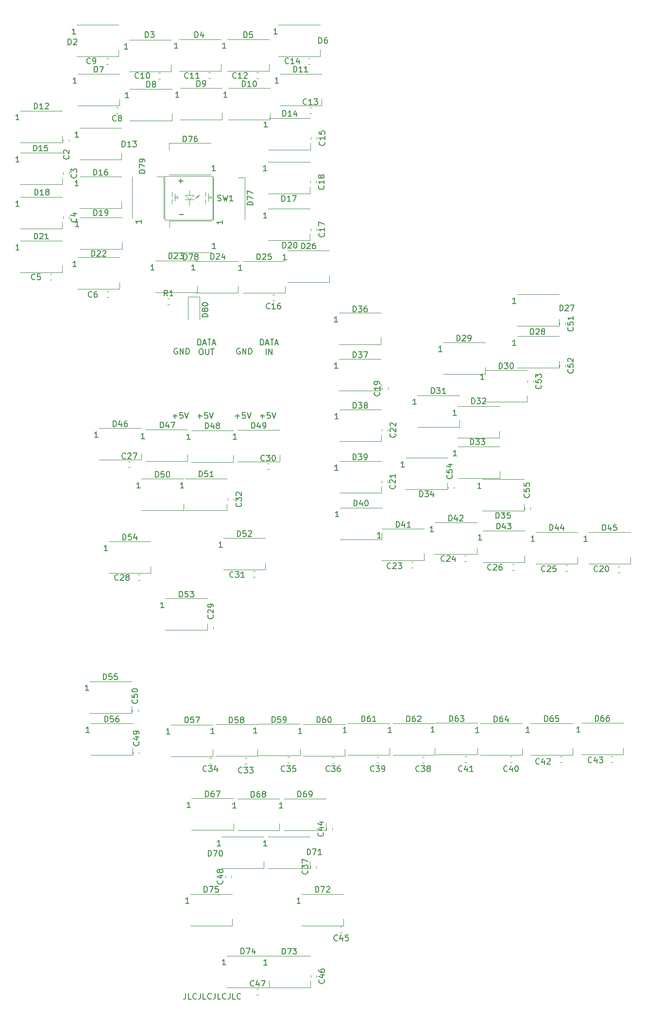
<source format=gbr>
%TF.GenerationSoftware,KiCad,Pcbnew,(5.1.6)-1*%
%TF.CreationDate,2021-08-25T11:31:01+10:00*%
%TF.ProjectId,DISP-EMC Panel PCB V1,44495350-2d45-44d4-9320-50616e656c20,rev?*%
%TF.SameCoordinates,Original*%
%TF.FileFunction,Legend,Top*%
%TF.FilePolarity,Positive*%
%FSLAX46Y46*%
G04 Gerber Fmt 4.6, Leading zero omitted, Abs format (unit mm)*
G04 Created by KiCad (PCBNEW (5.1.6)-1) date 2021-08-25 11:31:01*
%MOMM*%
%LPD*%
G01*
G04 APERTURE LIST*
%ADD10C,0.150000*%
%ADD11C,0.120000*%
G04 APERTURE END LIST*
D10*
X74432238Y-66022000D02*
X74337000Y-65974380D01*
X74194143Y-65974380D01*
X74051285Y-66022000D01*
X73956047Y-66117238D01*
X73908428Y-66212476D01*
X73860809Y-66402952D01*
X73860809Y-66545809D01*
X73908428Y-66736285D01*
X73956047Y-66831523D01*
X74051285Y-66926761D01*
X74194143Y-66974380D01*
X74289381Y-66974380D01*
X74432238Y-66926761D01*
X74479857Y-66879142D01*
X74479857Y-66545809D01*
X74289381Y-66545809D01*
X74908428Y-66974380D02*
X74908428Y-65974380D01*
X75479857Y-66974380D01*
X75479857Y-65974380D01*
X75956047Y-66974380D02*
X75956047Y-65974380D01*
X76194143Y-65974380D01*
X76337000Y-66022000D01*
X76432238Y-66117238D01*
X76479857Y-66212476D01*
X76527476Y-66402952D01*
X76527476Y-66545809D01*
X76479857Y-66736285D01*
X76432238Y-66831523D01*
X76337000Y-66926761D01*
X76194143Y-66974380D01*
X75956047Y-66974380D01*
X85344095Y-66022000D02*
X85248857Y-65974380D01*
X85106000Y-65974380D01*
X84963142Y-66022000D01*
X84867904Y-66117238D01*
X84820285Y-66212476D01*
X84772666Y-66402952D01*
X84772666Y-66545809D01*
X84820285Y-66736285D01*
X84867904Y-66831523D01*
X84963142Y-66926761D01*
X85106000Y-66974380D01*
X85201238Y-66974380D01*
X85344095Y-66926761D01*
X85391714Y-66879142D01*
X85391714Y-66545809D01*
X85201238Y-66545809D01*
X85820285Y-66974380D02*
X85820285Y-65974380D01*
X86391714Y-66974380D01*
X86391714Y-65974380D01*
X86867904Y-66974380D02*
X86867904Y-65974380D01*
X87106000Y-65974380D01*
X87248857Y-66022000D01*
X87344095Y-66117238D01*
X87391714Y-66212476D01*
X87439333Y-66402952D01*
X87439333Y-66545809D01*
X87391714Y-66736285D01*
X87344095Y-66831523D01*
X87248857Y-66926761D01*
X87106000Y-66974380D01*
X86867904Y-66974380D01*
X78002000Y-65413380D02*
X78002000Y-64413380D01*
X78240095Y-64413380D01*
X78382952Y-64461000D01*
X78478190Y-64556238D01*
X78525809Y-64651476D01*
X78573428Y-64841952D01*
X78573428Y-64984809D01*
X78525809Y-65175285D01*
X78478190Y-65270523D01*
X78382952Y-65365761D01*
X78240095Y-65413380D01*
X78002000Y-65413380D01*
X78954380Y-65127666D02*
X79430571Y-65127666D01*
X78859142Y-65413380D02*
X79192476Y-64413380D01*
X79525809Y-65413380D01*
X79716285Y-64413380D02*
X80287714Y-64413380D01*
X80002000Y-65413380D02*
X80002000Y-64413380D01*
X80573428Y-65127666D02*
X81049619Y-65127666D01*
X80478190Y-65413380D02*
X80811523Y-64413380D01*
X81144857Y-65413380D01*
X78502000Y-66063380D02*
X78692476Y-66063380D01*
X78787714Y-66111000D01*
X78882952Y-66206238D01*
X78930571Y-66396714D01*
X78930571Y-66730047D01*
X78882952Y-66920523D01*
X78787714Y-67015761D01*
X78692476Y-67063380D01*
X78502000Y-67063380D01*
X78406761Y-67015761D01*
X78311523Y-66920523D01*
X78263904Y-66730047D01*
X78263904Y-66396714D01*
X78311523Y-66206238D01*
X78406761Y-66111000D01*
X78502000Y-66063380D01*
X79359142Y-66063380D02*
X79359142Y-66872904D01*
X79406761Y-66968142D01*
X79454380Y-67015761D01*
X79549619Y-67063380D01*
X79740095Y-67063380D01*
X79835333Y-67015761D01*
X79882952Y-66968142D01*
X79930571Y-66872904D01*
X79930571Y-66063380D01*
X80263904Y-66063380D02*
X80835333Y-66063380D01*
X80549619Y-67063380D02*
X80549619Y-66063380D01*
X84536285Y-77795428D02*
X85298190Y-77795428D01*
X84917238Y-78176380D02*
X84917238Y-77414476D01*
X86250571Y-77176380D02*
X85774380Y-77176380D01*
X85726761Y-77652571D01*
X85774380Y-77604952D01*
X85869619Y-77557333D01*
X86107714Y-77557333D01*
X86202952Y-77604952D01*
X86250571Y-77652571D01*
X86298190Y-77747809D01*
X86298190Y-77985904D01*
X86250571Y-78081142D01*
X86202952Y-78128761D01*
X86107714Y-78176380D01*
X85869619Y-78176380D01*
X85774380Y-78128761D01*
X85726761Y-78081142D01*
X86583904Y-77176380D02*
X86917238Y-78176380D01*
X87250571Y-77176380D01*
X73644285Y-77795428D02*
X74406190Y-77795428D01*
X74025238Y-78176380D02*
X74025238Y-77414476D01*
X75358571Y-77176380D02*
X74882380Y-77176380D01*
X74834761Y-77652571D01*
X74882380Y-77604952D01*
X74977619Y-77557333D01*
X75215714Y-77557333D01*
X75310952Y-77604952D01*
X75358571Y-77652571D01*
X75406190Y-77747809D01*
X75406190Y-77985904D01*
X75358571Y-78081142D01*
X75310952Y-78128761D01*
X75215714Y-78176380D01*
X74977619Y-78176380D01*
X74882380Y-78128761D01*
X74834761Y-78081142D01*
X75691904Y-77176380D02*
X76025238Y-78176380D01*
X76358571Y-77176380D01*
X77962285Y-77795428D02*
X78724190Y-77795428D01*
X78343238Y-78176380D02*
X78343238Y-77414476D01*
X79676571Y-77176380D02*
X79200380Y-77176380D01*
X79152761Y-77652571D01*
X79200380Y-77604952D01*
X79295619Y-77557333D01*
X79533714Y-77557333D01*
X79628952Y-77604952D01*
X79676571Y-77652571D01*
X79724190Y-77747809D01*
X79724190Y-77985904D01*
X79676571Y-78081142D01*
X79628952Y-78128761D01*
X79533714Y-78176380D01*
X79295619Y-78176380D01*
X79200380Y-78128761D01*
X79152761Y-78081142D01*
X80009904Y-77176380D02*
X80343238Y-78176380D01*
X80676571Y-77176380D01*
X88884285Y-77795428D02*
X89646190Y-77795428D01*
X89265238Y-78176380D02*
X89265238Y-77414476D01*
X90598571Y-77176380D02*
X90122380Y-77176380D01*
X90074761Y-77652571D01*
X90122380Y-77604952D01*
X90217619Y-77557333D01*
X90455714Y-77557333D01*
X90550952Y-77604952D01*
X90598571Y-77652571D01*
X90646190Y-77747809D01*
X90646190Y-77985904D01*
X90598571Y-78081142D01*
X90550952Y-78128761D01*
X90455714Y-78176380D01*
X90217619Y-78176380D01*
X90122380Y-78128761D01*
X90074761Y-78081142D01*
X90931904Y-77176380D02*
X91265238Y-78176380D01*
X91598571Y-77176380D01*
X88924000Y-65413380D02*
X88924000Y-64413380D01*
X89162095Y-64413380D01*
X89304952Y-64461000D01*
X89400190Y-64556238D01*
X89447809Y-64651476D01*
X89495428Y-64841952D01*
X89495428Y-64984809D01*
X89447809Y-65175285D01*
X89400190Y-65270523D01*
X89304952Y-65365761D01*
X89162095Y-65413380D01*
X88924000Y-65413380D01*
X89876380Y-65127666D02*
X90352571Y-65127666D01*
X89781142Y-65413380D02*
X90114476Y-64413380D01*
X90447809Y-65413380D01*
X90638285Y-64413380D02*
X91209714Y-64413380D01*
X90924000Y-65413380D02*
X90924000Y-64413380D01*
X91495428Y-65127666D02*
X91971619Y-65127666D01*
X91400190Y-65413380D02*
X91733523Y-64413380D01*
X92066857Y-65413380D01*
X89900190Y-67063380D02*
X89900190Y-66063380D01*
X90376380Y-67063380D02*
X90376380Y-66063380D01*
X90947809Y-67063380D01*
X90947809Y-66063380D01*
X75898952Y-178268380D02*
X75898952Y-178982666D01*
X75851333Y-179125523D01*
X75756095Y-179220761D01*
X75613238Y-179268380D01*
X75518000Y-179268380D01*
X76851333Y-179268380D02*
X76375142Y-179268380D01*
X76375142Y-178268380D01*
X77756095Y-179173142D02*
X77708476Y-179220761D01*
X77565619Y-179268380D01*
X77470380Y-179268380D01*
X77327523Y-179220761D01*
X77232285Y-179125523D01*
X77184666Y-179030285D01*
X77137047Y-178839809D01*
X77137047Y-178696952D01*
X77184666Y-178506476D01*
X77232285Y-178411238D01*
X77327523Y-178316000D01*
X77470380Y-178268380D01*
X77565619Y-178268380D01*
X77708476Y-178316000D01*
X77756095Y-178363619D01*
X78470380Y-178268380D02*
X78470380Y-178982666D01*
X78422761Y-179125523D01*
X78327523Y-179220761D01*
X78184666Y-179268380D01*
X78089428Y-179268380D01*
X79422761Y-179268380D02*
X78946571Y-179268380D01*
X78946571Y-178268380D01*
X80327523Y-179173142D02*
X80279904Y-179220761D01*
X80137047Y-179268380D01*
X80041809Y-179268380D01*
X79898952Y-179220761D01*
X79803714Y-179125523D01*
X79756095Y-179030285D01*
X79708476Y-178839809D01*
X79708476Y-178696952D01*
X79756095Y-178506476D01*
X79803714Y-178411238D01*
X79898952Y-178316000D01*
X80041809Y-178268380D01*
X80137047Y-178268380D01*
X80279904Y-178316000D01*
X80327523Y-178363619D01*
X81041809Y-178268380D02*
X81041809Y-178982666D01*
X80994190Y-179125523D01*
X80898952Y-179220761D01*
X80756095Y-179268380D01*
X80660857Y-179268380D01*
X81994190Y-179268380D02*
X81518000Y-179268380D01*
X81518000Y-178268380D01*
X82898952Y-179173142D02*
X82851333Y-179220761D01*
X82708476Y-179268380D01*
X82613238Y-179268380D01*
X82470380Y-179220761D01*
X82375142Y-179125523D01*
X82327523Y-179030285D01*
X82279904Y-178839809D01*
X82279904Y-178696952D01*
X82327523Y-178506476D01*
X82375142Y-178411238D01*
X82470380Y-178316000D01*
X82613238Y-178268380D01*
X82708476Y-178268380D01*
X82851333Y-178316000D01*
X82898952Y-178363619D01*
X83613238Y-178268380D02*
X83613238Y-178982666D01*
X83565619Y-179125523D01*
X83470380Y-179220761D01*
X83327523Y-179268380D01*
X83232285Y-179268380D01*
X84565619Y-179268380D02*
X84089428Y-179268380D01*
X84089428Y-178268380D01*
X85470380Y-179173142D02*
X85422761Y-179220761D01*
X85279904Y-179268380D01*
X85184666Y-179268380D01*
X85041809Y-179220761D01*
X84946571Y-179125523D01*
X84898952Y-179030285D01*
X84851333Y-178839809D01*
X84851333Y-178696952D01*
X84898952Y-178506476D01*
X84946571Y-178411238D01*
X85041809Y-178316000D01*
X85184666Y-178268380D01*
X85279904Y-178268380D01*
X85422761Y-178316000D01*
X85470380Y-178363619D01*
D11*
%TO.C,C55*%
X136010000Y-94025279D02*
X136010000Y-93699721D01*
X134990000Y-94025279D02*
X134990000Y-93699721D01*
%TO.C,C54*%
X122660000Y-90400279D02*
X122660000Y-90074721D01*
X121640000Y-90400279D02*
X121640000Y-90074721D01*
%TO.C,C53*%
X135490000Y-71574721D02*
X135490000Y-71900279D01*
X136510000Y-71574721D02*
X136510000Y-71900279D01*
%TO.C,C52*%
X142110000Y-69162779D02*
X142110000Y-68837221D01*
X141090000Y-69162779D02*
X141090000Y-68837221D01*
%TO.C,C51*%
X142110000Y-61862779D02*
X142110000Y-61537221D01*
X141090000Y-61862779D02*
X141090000Y-61537221D01*
%TO.C,C50*%
X67610000Y-129225279D02*
X67610000Y-128899721D01*
X66590000Y-129225279D02*
X66590000Y-128899721D01*
%TO.C,C49*%
X67710000Y-136550279D02*
X67710000Y-136224721D01*
X66690000Y-136550279D02*
X66690000Y-136224721D01*
%TO.C,C48*%
X83860000Y-158112779D02*
X83860000Y-157787221D01*
X82840000Y-158112779D02*
X82840000Y-157787221D01*
%TO.C,C47*%
X88249721Y-178510000D02*
X88575279Y-178510000D01*
X88249721Y-177490000D02*
X88575279Y-177490000D01*
%TO.C,C46*%
X97690000Y-175099721D02*
X97690000Y-175425279D01*
X98710000Y-175099721D02*
X98710000Y-175425279D01*
%TO.C,C45*%
X103150279Y-166690000D02*
X102824721Y-166690000D01*
X103150279Y-167710000D02*
X102824721Y-167710000D01*
%TO.C,C44*%
X101410000Y-149800279D02*
X101410000Y-149474721D01*
X100390000Y-149800279D02*
X100390000Y-149474721D01*
%TO.C,C43*%
X150049721Y-138060000D02*
X150375279Y-138060000D01*
X150049721Y-137040000D02*
X150375279Y-137040000D01*
%TO.C,C42*%
X141149721Y-138010000D02*
X141475279Y-138010000D01*
X141149721Y-136990000D02*
X141475279Y-136990000D01*
%TO.C,C41*%
X124549721Y-138010000D02*
X124875279Y-138010000D01*
X124549721Y-136990000D02*
X124875279Y-136990000D01*
%TO.C,C40*%
X132399721Y-138060000D02*
X132725279Y-138060000D01*
X132399721Y-137040000D02*
X132725279Y-137040000D01*
%TO.C,C39*%
X109187221Y-138110000D02*
X109512779Y-138110000D01*
X109187221Y-137090000D02*
X109512779Y-137090000D01*
%TO.C,C38*%
X117099721Y-138110000D02*
X117425279Y-138110000D01*
X117099721Y-137090000D02*
X117425279Y-137090000D01*
%TO.C,C37*%
X98660000Y-156375279D02*
X98660000Y-156049721D01*
X97640000Y-156375279D02*
X97640000Y-156049721D01*
%TO.C,C26*%
X132849721Y-104560000D02*
X133175279Y-104560000D01*
X132849721Y-103540000D02*
X133175279Y-103540000D01*
%TO.C,C23*%
X115199721Y-104210000D02*
X115525279Y-104210000D01*
X115199721Y-103190000D02*
X115525279Y-103190000D01*
%TO.C,C36*%
X101449721Y-138210000D02*
X101775279Y-138210000D01*
X101449721Y-137190000D02*
X101775279Y-137190000D01*
%TO.C,C35*%
X93649721Y-138160000D02*
X93975279Y-138160000D01*
X93649721Y-137140000D02*
X93975279Y-137140000D01*
%TO.C,C34*%
X80350279Y-137240000D02*
X80024721Y-137240000D01*
X80350279Y-138260000D02*
X80024721Y-138260000D01*
%TO.C,C33*%
X86187221Y-138260000D02*
X86512779Y-138260000D01*
X86187221Y-137240000D02*
X86512779Y-137240000D01*
%TO.C,C32*%
X83240000Y-92099721D02*
X83240000Y-92425279D01*
X84260000Y-92099721D02*
X84260000Y-92425279D01*
%TO.C,C31*%
X87649721Y-105760000D02*
X87975279Y-105760000D01*
X87649721Y-104740000D02*
X87975279Y-104740000D01*
%TO.C,C30*%
X90099721Y-87060000D02*
X90425279Y-87060000D01*
X90099721Y-86040000D02*
X90425279Y-86040000D01*
%TO.C,C29*%
X80710000Y-114850279D02*
X80710000Y-114524721D01*
X79690000Y-114850279D02*
X79690000Y-114524721D01*
%TO.C,C28*%
X67599721Y-106410000D02*
X67925279Y-106410000D01*
X67599721Y-105390000D02*
X67925279Y-105390000D01*
%TO.C,C27*%
X65899721Y-86710000D02*
X66225279Y-86710000D01*
X65899721Y-85690000D02*
X66225279Y-85690000D01*
%TO.C,C25*%
X142049721Y-104760000D02*
X142375279Y-104760000D01*
X142049721Y-103740000D02*
X142375279Y-103740000D01*
%TO.C,C24*%
X124449721Y-103110000D02*
X124775279Y-103110000D01*
X124449721Y-102090000D02*
X124775279Y-102090000D01*
%TO.C,C22*%
X110090000Y-80049721D02*
X110090000Y-80375279D01*
X111110000Y-80049721D02*
X111110000Y-80375279D01*
%TO.C,C21*%
X110040000Y-88999721D02*
X110040000Y-89325279D01*
X111060000Y-88999721D02*
X111060000Y-89325279D01*
%TO.C,C20*%
X151199721Y-105010000D02*
X151525279Y-105010000D01*
X151199721Y-103990000D02*
X151525279Y-103990000D01*
%TO.C,D80*%
X78300000Y-57050000D02*
X78300000Y-60950000D01*
X76300000Y-57050000D02*
X76300000Y-60950000D01*
X78300000Y-57050000D02*
X76300000Y-57050000D01*
%TO.C,R1*%
X72749721Y-58360000D02*
X73075279Y-58360000D01*
X72749721Y-57340000D02*
X73075279Y-57340000D01*
%TO.C,C19*%
X111210000Y-73150279D02*
X111210000Y-72824721D01*
X110190000Y-73150279D02*
X110190000Y-72824721D01*
%TO.C,C18*%
X97640000Y-36899721D02*
X97640000Y-37225279D01*
X98660000Y-36899721D02*
X98660000Y-37225279D01*
%TO.C,C17*%
X97690000Y-45149721D02*
X97690000Y-45475279D01*
X98710000Y-45149721D02*
X98710000Y-45475279D01*
%TO.C,C16*%
X91037221Y-57660000D02*
X91362779Y-57660000D01*
X91037221Y-56640000D02*
X91362779Y-56640000D01*
%TO.C,C15*%
X97740000Y-29249721D02*
X97740000Y-29575279D01*
X98760000Y-29249721D02*
X98760000Y-29575279D01*
%TO.C,C14*%
X97249721Y-16510000D02*
X97575279Y-16510000D01*
X97249721Y-15490000D02*
X97575279Y-15490000D01*
%TO.C,C13*%
X97449721Y-25060000D02*
X97775279Y-25060000D01*
X97449721Y-24040000D02*
X97775279Y-24040000D01*
%TO.C,C12*%
X88199721Y-19010000D02*
X88525279Y-19010000D01*
X88199721Y-17990000D02*
X88525279Y-17990000D01*
%TO.C,C11*%
X79837221Y-19010000D02*
X80162779Y-19010000D01*
X79837221Y-17990000D02*
X80162779Y-17990000D01*
%TO.C,C10*%
X71099721Y-19060000D02*
X71425279Y-19060000D01*
X71099721Y-18040000D02*
X71425279Y-18040000D01*
%TO.C,C9*%
X62049721Y-16560000D02*
X62375279Y-16560000D01*
X62049721Y-15540000D02*
X62375279Y-15540000D01*
%TO.C,C8*%
X64100279Y-24040000D02*
X63774721Y-24040000D01*
X64100279Y-25060000D02*
X63774721Y-25060000D01*
%TO.C,C6*%
X62149721Y-57060000D02*
X62475279Y-57060000D01*
X62149721Y-56040000D02*
X62475279Y-56040000D01*
%TO.C,C5*%
X52199721Y-54060000D02*
X52525279Y-54060000D01*
X52199721Y-53040000D02*
X52525279Y-53040000D01*
%TO.C,C4*%
X54490000Y-43049721D02*
X54490000Y-43375279D01*
X55510000Y-43049721D02*
X55510000Y-43375279D01*
%TO.C,C3*%
X54490000Y-35374721D02*
X54490000Y-35700279D01*
X55510000Y-35374721D02*
X55510000Y-35700279D01*
%TO.C,C2*%
X55510000Y-29950279D02*
X55510000Y-29624721D01*
X54490000Y-29950279D02*
X54490000Y-29624721D01*
%TO.C,SW1*%
X76555600Y-38531800D02*
X76555600Y-39293800D01*
X76555600Y-39293800D02*
X77317600Y-39293800D01*
X77317600Y-39293800D02*
X76555600Y-40055800D01*
X76555600Y-40055800D02*
X75793600Y-39293800D01*
X75793600Y-39293800D02*
X76555600Y-39293800D01*
X77317600Y-40055800D02*
X75793600Y-40055800D01*
X75793600Y-40055800D02*
X76555600Y-40055800D01*
X76555600Y-40055800D02*
X76555600Y-41071800D01*
X78333600Y-39293800D02*
X77825600Y-39547800D01*
X77825600Y-39547800D02*
X78079600Y-39547800D01*
X78079600Y-39547800D02*
X77571600Y-39801800D01*
X73507600Y-38785800D02*
X73507600Y-39547800D01*
X73507600Y-40055800D02*
X73507600Y-40817800D01*
X74015600Y-39039800D02*
X74015600Y-40309800D01*
X74015600Y-39547800D02*
X74523600Y-39547800D01*
X74523600Y-39547800D02*
X74523600Y-39801800D01*
X74523600Y-39801800D02*
X74015600Y-39801800D01*
X79857600Y-39547800D02*
X80365600Y-39547800D01*
X79349600Y-40055800D02*
X79349600Y-40817800D01*
X79857600Y-39039800D02*
X79857600Y-40309800D01*
X80365600Y-39547800D02*
X80365600Y-39801800D01*
X79349600Y-38785800D02*
X79349600Y-39547800D01*
X80365600Y-39801800D02*
X79857600Y-39801800D01*
X72491600Y-35991800D02*
X80619600Y-35991800D01*
X80619600Y-35991800D02*
X80605600Y-43611800D01*
X80625600Y-43611800D02*
X72243600Y-43611800D01*
X72235600Y-43611800D02*
X72237600Y-35991800D01*
X72237600Y-35991800D02*
X73507600Y-35991800D01*
%TO.C,D79*%
X66515600Y-43414800D02*
X66515600Y-36114800D01*
X72015600Y-43414800D02*
X72015600Y-36114800D01*
X72015600Y-36114800D02*
X70865600Y-36114800D01*
%TO.C,D78*%
X80344200Y-49308000D02*
X73044200Y-49308000D01*
X80344200Y-43808000D02*
X73044200Y-43808000D01*
X73044200Y-43808000D02*
X73044200Y-44958000D01*
%TO.C,D77*%
X80688800Y-43539600D02*
X80688800Y-36239600D01*
X86188800Y-43539600D02*
X86188800Y-36239600D01*
X86188800Y-36239600D02*
X85038800Y-36239600D01*
%TO.C,D76*%
X80293400Y-35795200D02*
X72993400Y-35795200D01*
X80293400Y-30295200D02*
X72993400Y-30295200D01*
X72993400Y-30295200D02*
X72993400Y-31445200D01*
%TO.C,D75*%
X76676400Y-160953000D02*
X83976400Y-160953000D01*
X76676400Y-166453000D02*
X83976400Y-166453000D01*
X83976400Y-166453000D02*
X83976400Y-165303000D01*
%TO.C,D74*%
X83091000Y-171697000D02*
X90391000Y-171697000D01*
X83091000Y-177197000D02*
X90391000Y-177197000D01*
X90391000Y-177197000D02*
X90391000Y-176047000D01*
%TO.C,D73*%
X90290800Y-171722000D02*
X97590800Y-171722000D01*
X90290800Y-177222000D02*
X97590800Y-177222000D01*
X97590800Y-177222000D02*
X97590800Y-176072000D01*
%TO.C,D72*%
X96095800Y-160953000D02*
X103395800Y-160953000D01*
X96095800Y-166453000D02*
X103395800Y-166453000D01*
X103395800Y-166453000D02*
X103395800Y-165303000D01*
%TO.C,D71*%
X90267600Y-150996000D02*
X97567600Y-150996000D01*
X90267600Y-156496000D02*
X97567600Y-156496000D01*
X97567600Y-156496000D02*
X97567600Y-155346000D01*
%TO.C,D70*%
X82165000Y-150971000D02*
X89465000Y-150971000D01*
X82165000Y-156471000D02*
X89465000Y-156471000D01*
X89465000Y-156471000D02*
X89465000Y-155321000D01*
%TO.C,D69*%
X93010800Y-144367000D02*
X100310800Y-144367000D01*
X93010800Y-149867000D02*
X100310800Y-149867000D01*
X100310800Y-149867000D02*
X100310800Y-148717000D01*
%TO.C,D68*%
X84882800Y-144392000D02*
X92182800Y-144392000D01*
X84882800Y-149892000D02*
X92182800Y-149892000D01*
X92182800Y-149892000D02*
X92182800Y-148742000D01*
%TO.C,D67*%
X76918800Y-144341000D02*
X84218800Y-144341000D01*
X76918800Y-149841000D02*
X84218800Y-149841000D01*
X84218800Y-149841000D02*
X84218800Y-148691000D01*
%TO.C,D66*%
X144852000Y-131184000D02*
X152152000Y-131184000D01*
X144852000Y-136684000D02*
X152152000Y-136684000D01*
X152152000Y-136684000D02*
X152152000Y-135534000D01*
%TO.C,D65*%
X136011000Y-131235000D02*
X143311000Y-131235000D01*
X136011000Y-136735000D02*
X143311000Y-136735000D01*
X143311000Y-136735000D02*
X143311000Y-135585000D01*
%TO.C,D64*%
X127225000Y-131286000D02*
X134525000Y-131286000D01*
X127225000Y-136786000D02*
X134525000Y-136786000D01*
X134525000Y-136786000D02*
X134525000Y-135636000D01*
%TO.C,D63*%
X119452000Y-131209000D02*
X126752000Y-131209000D01*
X119452000Y-136709000D02*
X126752000Y-136709000D01*
X126752000Y-136709000D02*
X126752000Y-135559000D01*
%TO.C,D62*%
X111985000Y-131260000D02*
X119285000Y-131260000D01*
X111985000Y-136760000D02*
X119285000Y-136760000D01*
X119285000Y-136760000D02*
X119285000Y-135610000D01*
%TO.C,D61*%
X104136000Y-131260000D02*
X111436000Y-131260000D01*
X104136000Y-136760000D02*
X111436000Y-136760000D01*
X111436000Y-136760000D02*
X111436000Y-135610000D01*
%TO.C,D60*%
X96338200Y-131413000D02*
X103638200Y-131413000D01*
X96338200Y-136913000D02*
X103638200Y-136913000D01*
X103638200Y-136913000D02*
X103638200Y-135763000D01*
%TO.C,D59*%
X95815000Y-136887000D02*
X95815000Y-135737000D01*
X88515000Y-136887000D02*
X95815000Y-136887000D01*
X88515000Y-131387000D02*
X95815000Y-131387000D01*
%TO.C,D58*%
X88372800Y-136964000D02*
X88372800Y-135814000D01*
X81072800Y-136964000D02*
X88372800Y-136964000D01*
X81072800Y-131464000D02*
X88372800Y-131464000D01*
%TO.C,D57*%
X80625800Y-136989000D02*
X80625800Y-135839000D01*
X73325800Y-136989000D02*
X80625800Y-136989000D01*
X73325800Y-131489000D02*
X80625800Y-131489000D01*
%TO.C,D56*%
X66616600Y-136735000D02*
X66616600Y-135585000D01*
X59316600Y-136735000D02*
X66616600Y-136735000D01*
X59316600Y-131235000D02*
X66616600Y-131235000D01*
%TO.C,D55*%
X66503400Y-129445000D02*
X66503400Y-128295000D01*
X59203400Y-129445000D02*
X66503400Y-129445000D01*
X59203400Y-123945000D02*
X66503400Y-123945000D01*
%TO.C,D54*%
X69780000Y-105112000D02*
X69780000Y-103962000D01*
X62480000Y-105112000D02*
X69780000Y-105112000D01*
X62480000Y-99612000D02*
X69780000Y-99612000D01*
%TO.C,D53*%
X79635200Y-115044000D02*
X79635200Y-113894000D01*
X72335200Y-115044000D02*
X79635200Y-115044000D01*
X72335200Y-109544000D02*
X79635200Y-109544000D01*
%TO.C,D52*%
X89781400Y-104502000D02*
X89781400Y-103352000D01*
X82481400Y-104502000D02*
X89781400Y-104502000D01*
X82481400Y-99002000D02*
X89781400Y-99002000D01*
%TO.C,D51*%
X83064200Y-94190200D02*
X83064200Y-93040200D01*
X75764200Y-94190200D02*
X83064200Y-94190200D01*
X75764200Y-88690200D02*
X83064200Y-88690200D01*
%TO.C,D50*%
X75481200Y-94215400D02*
X75481200Y-93065400D01*
X68181200Y-94215400D02*
X75481200Y-94215400D01*
X68181200Y-88715400D02*
X75481200Y-88715400D01*
%TO.C,D49*%
X92259000Y-85706200D02*
X92259000Y-84556200D01*
X84959000Y-85706200D02*
X92259000Y-85706200D01*
X84959000Y-80206200D02*
X92259000Y-80206200D01*
%TO.C,D48*%
X84181800Y-85757400D02*
X84181800Y-84607400D01*
X76881800Y-85757400D02*
X84181800Y-85757400D01*
X76881800Y-80257400D02*
X84181800Y-80257400D01*
%TO.C,D47*%
X76231600Y-85604600D02*
X76231600Y-84454600D01*
X68931600Y-85604600D02*
X76231600Y-85604600D01*
X68931600Y-80104600D02*
X76231600Y-80104600D01*
%TO.C,D46*%
X68115200Y-85401600D02*
X68115200Y-84251600D01*
X60815200Y-85401600D02*
X68115200Y-85401600D01*
X60815200Y-79901600D02*
X68115200Y-79901600D01*
%TO.C,D45*%
X153397000Y-103487000D02*
X153397000Y-102337000D01*
X146097000Y-103487000D02*
X153397000Y-103487000D01*
X146097000Y-97987000D02*
X153397000Y-97987000D01*
%TO.C,D44*%
X144202000Y-103461000D02*
X144202000Y-102311000D01*
X136902000Y-103461000D02*
X144202000Y-103461000D01*
X136902000Y-97961000D02*
X144202000Y-97961000D01*
%TO.C,D43*%
X134982000Y-103232000D02*
X134982000Y-102082000D01*
X127682000Y-103232000D02*
X134982000Y-103232000D01*
X127682000Y-97732000D02*
X134982000Y-97732000D01*
%TO.C,D42*%
X126625000Y-101810200D02*
X126625000Y-100660200D01*
X119325000Y-101810200D02*
X126625000Y-101810200D01*
X119325000Y-96310200D02*
X126625000Y-96310200D01*
%TO.C,D41*%
X117405000Y-102902000D02*
X117405000Y-101752000D01*
X110105000Y-102902000D02*
X117405000Y-102902000D01*
X110105000Y-97402000D02*
X117405000Y-97402000D01*
%TO.C,D40*%
X110076000Y-99219200D02*
X110076000Y-98069200D01*
X102776000Y-99219200D02*
X110076000Y-99219200D01*
X102776000Y-93719200D02*
X110076000Y-93719200D01*
%TO.C,D39*%
X109961000Y-91142200D02*
X109961000Y-89992200D01*
X102661000Y-91142200D02*
X109961000Y-91142200D01*
X102661000Y-85642200D02*
X109961000Y-85642200D01*
%TO.C,D38*%
X109988000Y-82176000D02*
X109988000Y-81026000D01*
X102688000Y-82176000D02*
X109988000Y-82176000D01*
X102688000Y-76676000D02*
X109988000Y-76676000D01*
%TO.C,D37*%
X109935000Y-73361800D02*
X109935000Y-72211800D01*
X102635000Y-73361800D02*
X109935000Y-73361800D01*
X102635000Y-67861800D02*
X109935000Y-67861800D01*
%TO.C,D36*%
X109887000Y-65310400D02*
X109887000Y-64160400D01*
X102587000Y-65310400D02*
X109887000Y-65310400D01*
X102587000Y-59810400D02*
X109887000Y-59810400D01*
%TO.C,D35*%
X134892000Y-94240800D02*
X134892000Y-93090800D01*
X127592000Y-94240800D02*
X134892000Y-94240800D01*
X127592000Y-88740800D02*
X134892000Y-88740800D01*
%TO.C,D34*%
X121520000Y-90558000D02*
X121520000Y-89408000D01*
X114220000Y-90558000D02*
X121520000Y-90558000D01*
X114220000Y-85058000D02*
X121520000Y-85058000D01*
%TO.C,D33*%
X130638000Y-88576800D02*
X130638000Y-87426800D01*
X123338000Y-88576800D02*
X130638000Y-88576800D01*
X123338000Y-83076800D02*
X130638000Y-83076800D01*
%TO.C,D32*%
X130585000Y-81540600D02*
X130585000Y-80390600D01*
X123285000Y-81540600D02*
X130585000Y-81540600D01*
X123285000Y-76040600D02*
X130585000Y-76040600D01*
%TO.C,D31*%
X123603000Y-79661400D02*
X123603000Y-78511400D01*
X116303000Y-79661400D02*
X123603000Y-79661400D01*
X116303000Y-74161400D02*
X123603000Y-74161400D01*
%TO.C,D30*%
X135386000Y-75317600D02*
X135386000Y-74167600D01*
X128086000Y-75317600D02*
X135386000Y-75317600D01*
X128086000Y-69817600D02*
X135386000Y-69817600D01*
%TO.C,D29*%
X128073000Y-70441200D02*
X128073000Y-69291200D01*
X120773000Y-70441200D02*
X128073000Y-70441200D01*
X120773000Y-64941200D02*
X128073000Y-64941200D01*
%TO.C,D28*%
X140951000Y-69374000D02*
X140951000Y-68224000D01*
X133651000Y-69374000D02*
X140951000Y-69374000D01*
X133651000Y-63874000D02*
X140951000Y-63874000D01*
%TO.C,D27*%
X140951000Y-62059200D02*
X140951000Y-60909200D01*
X133651000Y-62059200D02*
X140951000Y-62059200D01*
X133651000Y-56559200D02*
X140951000Y-56559200D01*
%TO.C,D26*%
X100945800Y-54464200D02*
X100945800Y-53314200D01*
X93645800Y-54464200D02*
X100945800Y-54464200D01*
X93645800Y-48964200D02*
X100945800Y-48964200D01*
%TO.C,D25*%
X93198800Y-56318400D02*
X93198800Y-55168400D01*
X85898800Y-56318400D02*
X93198800Y-56318400D01*
X85898800Y-50818400D02*
X93198800Y-50818400D01*
%TO.C,D24*%
X85045400Y-56293000D02*
X85045400Y-55143000D01*
X77745400Y-56293000D02*
X85045400Y-56293000D01*
X77745400Y-50793000D02*
X85045400Y-50793000D01*
%TO.C,D23*%
X77908000Y-56267800D02*
X77908000Y-55117800D01*
X70608000Y-56267800D02*
X77908000Y-56267800D01*
X70608000Y-50767800D02*
X77908000Y-50767800D01*
%TO.C,D22*%
X64344400Y-55683800D02*
X64344400Y-54533800D01*
X57044400Y-55683800D02*
X64344400Y-55683800D01*
X57044400Y-50183800D02*
X64344400Y-50183800D01*
%TO.C,D21*%
X54362200Y-52762400D02*
X54362200Y-51612400D01*
X47062200Y-52762400D02*
X54362200Y-52762400D01*
X47062200Y-47262400D02*
X54362200Y-47262400D01*
%TO.C,D20*%
X97542200Y-47225200D02*
X97542200Y-46075200D01*
X90242200Y-47225200D02*
X97542200Y-47225200D01*
X90242200Y-41725200D02*
X97542200Y-41725200D01*
%TO.C,D19*%
X64748600Y-48698400D02*
X64748600Y-47548400D01*
X57448600Y-48698400D02*
X64748600Y-48698400D01*
X57448600Y-43198400D02*
X64748600Y-43198400D01*
%TO.C,D18*%
X54362200Y-45167800D02*
X54362200Y-44017800D01*
X47062200Y-45167800D02*
X54362200Y-45167800D01*
X47062200Y-39667800D02*
X54362200Y-39667800D01*
%TO.C,D17*%
X97516800Y-39021000D02*
X97516800Y-37871000D01*
X90216800Y-39021000D02*
X97516800Y-39021000D01*
X90216800Y-33521000D02*
X97516800Y-33521000D01*
%TO.C,D16*%
X64700000Y-41611800D02*
X64700000Y-40461800D01*
X57400000Y-41611800D02*
X64700000Y-41611800D01*
X57400000Y-36111800D02*
X64700000Y-36111800D01*
%TO.C,D15*%
X54362200Y-37471600D02*
X54362200Y-36321600D01*
X47062200Y-37471600D02*
X54362200Y-37471600D01*
X47062200Y-31971600D02*
X54362200Y-31971600D01*
%TO.C,D14*%
X97643800Y-31401400D02*
X97643800Y-30251400D01*
X90343800Y-31401400D02*
X97643800Y-31401400D01*
X90343800Y-25901400D02*
X97643800Y-25901400D01*
%TO.C,D13*%
X64725400Y-33153600D02*
X64725400Y-32003600D01*
X57425400Y-33153600D02*
X64725400Y-33153600D01*
X57425400Y-27653600D02*
X64725400Y-27653600D01*
%TO.C,D12*%
X54362200Y-30131000D02*
X54362200Y-28981000D01*
X47062200Y-30131000D02*
X54362200Y-30131000D01*
X47062200Y-24631000D02*
X54362200Y-24631000D01*
%TO.C,D11*%
X99574200Y-23704800D02*
X99574200Y-22554800D01*
X92274200Y-23704800D02*
X99574200Y-23704800D01*
X92274200Y-18204800D02*
X99574200Y-18204800D01*
%TO.C,D10*%
X90605800Y-26219400D02*
X90605800Y-25069400D01*
X83305800Y-26219400D02*
X90605800Y-26219400D01*
X83305800Y-20719400D02*
X90605800Y-20719400D01*
%TO.C,D9*%
X82226000Y-26194000D02*
X82226000Y-25044000D01*
X74926000Y-26194000D02*
X82226000Y-26194000D01*
X74926000Y-20694000D02*
X82226000Y-20694000D01*
%TO.C,D8*%
X73463000Y-26321400D02*
X73463000Y-25171400D01*
X66163000Y-26321400D02*
X73463000Y-26321400D01*
X66163000Y-20821400D02*
X73463000Y-20821400D01*
%TO.C,D7*%
X64367600Y-23755600D02*
X64367600Y-22605600D01*
X57067600Y-23755600D02*
X64367600Y-23755600D01*
X57067600Y-18255600D02*
X64367600Y-18255600D01*
%TO.C,D6*%
X99345600Y-15170800D02*
X99345600Y-14020800D01*
X92045600Y-15170800D02*
X99345600Y-15170800D01*
X92045600Y-9670800D02*
X99345600Y-9670800D01*
%TO.C,D5*%
X90404800Y-17685400D02*
X90404800Y-16535400D01*
X83104800Y-17685400D02*
X90404800Y-17685400D01*
X83104800Y-12185400D02*
X90404800Y-12185400D01*
%TO.C,D4*%
X82022800Y-17685400D02*
X82022800Y-16535400D01*
X74722800Y-17685400D02*
X82022800Y-17685400D01*
X74722800Y-12185400D02*
X82022800Y-12185400D01*
%TO.C,D3*%
X73310600Y-17787000D02*
X73310600Y-16637000D01*
X66010600Y-17787000D02*
X73310600Y-17787000D01*
X66010600Y-12287000D02*
X73310600Y-12287000D01*
%TO.C,D2*%
X64203600Y-15221400D02*
X64203600Y-14071400D01*
X56903600Y-15221400D02*
X64203600Y-15221400D01*
X56903600Y-9721400D02*
X64203600Y-9721400D01*
%TO.C,C55*%
D10*
X135739142Y-91320857D02*
X135786761Y-91368476D01*
X135834380Y-91511333D01*
X135834380Y-91606571D01*
X135786761Y-91749428D01*
X135691523Y-91844666D01*
X135596285Y-91892285D01*
X135405809Y-91939904D01*
X135262952Y-91939904D01*
X135072476Y-91892285D01*
X134977238Y-91844666D01*
X134882000Y-91749428D01*
X134834380Y-91606571D01*
X134834380Y-91511333D01*
X134882000Y-91368476D01*
X134929619Y-91320857D01*
X134834380Y-90416095D02*
X134834380Y-90892285D01*
X135310571Y-90939904D01*
X135262952Y-90892285D01*
X135215333Y-90797047D01*
X135215333Y-90558952D01*
X135262952Y-90463714D01*
X135310571Y-90416095D01*
X135405809Y-90368476D01*
X135643904Y-90368476D01*
X135739142Y-90416095D01*
X135786761Y-90463714D01*
X135834380Y-90558952D01*
X135834380Y-90797047D01*
X135786761Y-90892285D01*
X135739142Y-90939904D01*
X134834380Y-89463714D02*
X134834380Y-89939904D01*
X135310571Y-89987523D01*
X135262952Y-89939904D01*
X135215333Y-89844666D01*
X135215333Y-89606571D01*
X135262952Y-89511333D01*
X135310571Y-89463714D01*
X135405809Y-89416095D01*
X135643904Y-89416095D01*
X135739142Y-89463714D01*
X135786761Y-89511333D01*
X135834380Y-89606571D01*
X135834380Y-89844666D01*
X135786761Y-89939904D01*
X135739142Y-89987523D01*
%TO.C,C54*%
X122277142Y-88018857D02*
X122324761Y-88066476D01*
X122372380Y-88209333D01*
X122372380Y-88304571D01*
X122324761Y-88447428D01*
X122229523Y-88542666D01*
X122134285Y-88590285D01*
X121943809Y-88637904D01*
X121800952Y-88637904D01*
X121610476Y-88590285D01*
X121515238Y-88542666D01*
X121420000Y-88447428D01*
X121372380Y-88304571D01*
X121372380Y-88209333D01*
X121420000Y-88066476D01*
X121467619Y-88018857D01*
X121372380Y-87114095D02*
X121372380Y-87590285D01*
X121848571Y-87637904D01*
X121800952Y-87590285D01*
X121753333Y-87495047D01*
X121753333Y-87256952D01*
X121800952Y-87161714D01*
X121848571Y-87114095D01*
X121943809Y-87066476D01*
X122181904Y-87066476D01*
X122277142Y-87114095D01*
X122324761Y-87161714D01*
X122372380Y-87256952D01*
X122372380Y-87495047D01*
X122324761Y-87590285D01*
X122277142Y-87637904D01*
X121705714Y-86209333D02*
X122372380Y-86209333D01*
X121324761Y-86447428D02*
X122039047Y-86685523D01*
X122039047Y-86066476D01*
%TO.C,C53*%
X137787142Y-72380357D02*
X137834761Y-72427976D01*
X137882380Y-72570833D01*
X137882380Y-72666071D01*
X137834761Y-72808928D01*
X137739523Y-72904166D01*
X137644285Y-72951785D01*
X137453809Y-72999404D01*
X137310952Y-72999404D01*
X137120476Y-72951785D01*
X137025238Y-72904166D01*
X136930000Y-72808928D01*
X136882380Y-72666071D01*
X136882380Y-72570833D01*
X136930000Y-72427976D01*
X136977619Y-72380357D01*
X136882380Y-71475595D02*
X136882380Y-71951785D01*
X137358571Y-71999404D01*
X137310952Y-71951785D01*
X137263333Y-71856547D01*
X137263333Y-71618452D01*
X137310952Y-71523214D01*
X137358571Y-71475595D01*
X137453809Y-71427976D01*
X137691904Y-71427976D01*
X137787142Y-71475595D01*
X137834761Y-71523214D01*
X137882380Y-71618452D01*
X137882380Y-71856547D01*
X137834761Y-71951785D01*
X137787142Y-71999404D01*
X136882380Y-71094642D02*
X136882380Y-70475595D01*
X137263333Y-70808928D01*
X137263333Y-70666071D01*
X137310952Y-70570833D01*
X137358571Y-70523214D01*
X137453809Y-70475595D01*
X137691904Y-70475595D01*
X137787142Y-70523214D01*
X137834761Y-70570833D01*
X137882380Y-70666071D01*
X137882380Y-70951785D01*
X137834761Y-71047023D01*
X137787142Y-71094642D01*
%TO.C,C52*%
X143359142Y-69642857D02*
X143406761Y-69690476D01*
X143454380Y-69833333D01*
X143454380Y-69928571D01*
X143406761Y-70071428D01*
X143311523Y-70166666D01*
X143216285Y-70214285D01*
X143025809Y-70261904D01*
X142882952Y-70261904D01*
X142692476Y-70214285D01*
X142597238Y-70166666D01*
X142502000Y-70071428D01*
X142454380Y-69928571D01*
X142454380Y-69833333D01*
X142502000Y-69690476D01*
X142549619Y-69642857D01*
X142454380Y-68738095D02*
X142454380Y-69214285D01*
X142930571Y-69261904D01*
X142882952Y-69214285D01*
X142835333Y-69119047D01*
X142835333Y-68880952D01*
X142882952Y-68785714D01*
X142930571Y-68738095D01*
X143025809Y-68690476D01*
X143263904Y-68690476D01*
X143359142Y-68738095D01*
X143406761Y-68785714D01*
X143454380Y-68880952D01*
X143454380Y-69119047D01*
X143406761Y-69214285D01*
X143359142Y-69261904D01*
X142549619Y-68309523D02*
X142502000Y-68261904D01*
X142454380Y-68166666D01*
X142454380Y-67928571D01*
X142502000Y-67833333D01*
X142549619Y-67785714D01*
X142644857Y-67738095D01*
X142740095Y-67738095D01*
X142882952Y-67785714D01*
X143454380Y-68357142D01*
X143454380Y-67738095D01*
%TO.C,C51*%
X143359142Y-62342857D02*
X143406761Y-62390476D01*
X143454380Y-62533333D01*
X143454380Y-62628571D01*
X143406761Y-62771428D01*
X143311523Y-62866666D01*
X143216285Y-62914285D01*
X143025809Y-62961904D01*
X142882952Y-62961904D01*
X142692476Y-62914285D01*
X142597238Y-62866666D01*
X142502000Y-62771428D01*
X142454380Y-62628571D01*
X142454380Y-62533333D01*
X142502000Y-62390476D01*
X142549619Y-62342857D01*
X142454380Y-61438095D02*
X142454380Y-61914285D01*
X142930571Y-61961904D01*
X142882952Y-61914285D01*
X142835333Y-61819047D01*
X142835333Y-61580952D01*
X142882952Y-61485714D01*
X142930571Y-61438095D01*
X143025809Y-61390476D01*
X143263904Y-61390476D01*
X143359142Y-61438095D01*
X143406761Y-61485714D01*
X143454380Y-61580952D01*
X143454380Y-61819047D01*
X143406761Y-61914285D01*
X143359142Y-61961904D01*
X143454380Y-60438095D02*
X143454380Y-61009523D01*
X143454380Y-60723809D02*
X142454380Y-60723809D01*
X142597238Y-60819047D01*
X142692476Y-60914285D01*
X142740095Y-61009523D01*
%TO.C,C50*%
X67413142Y-127134857D02*
X67460761Y-127182476D01*
X67508380Y-127325333D01*
X67508380Y-127420571D01*
X67460761Y-127563428D01*
X67365523Y-127658666D01*
X67270285Y-127706285D01*
X67079809Y-127753904D01*
X66936952Y-127753904D01*
X66746476Y-127706285D01*
X66651238Y-127658666D01*
X66556000Y-127563428D01*
X66508380Y-127420571D01*
X66508380Y-127325333D01*
X66556000Y-127182476D01*
X66603619Y-127134857D01*
X66508380Y-126230095D02*
X66508380Y-126706285D01*
X66984571Y-126753904D01*
X66936952Y-126706285D01*
X66889333Y-126611047D01*
X66889333Y-126372952D01*
X66936952Y-126277714D01*
X66984571Y-126230095D01*
X67079809Y-126182476D01*
X67317904Y-126182476D01*
X67413142Y-126230095D01*
X67460761Y-126277714D01*
X67508380Y-126372952D01*
X67508380Y-126611047D01*
X67460761Y-126706285D01*
X67413142Y-126753904D01*
X66508380Y-125563428D02*
X66508380Y-125468190D01*
X66556000Y-125372952D01*
X66603619Y-125325333D01*
X66698857Y-125277714D01*
X66889333Y-125230095D01*
X67127428Y-125230095D01*
X67317904Y-125277714D01*
X67413142Y-125325333D01*
X67460761Y-125372952D01*
X67508380Y-125468190D01*
X67508380Y-125563428D01*
X67460761Y-125658666D01*
X67413142Y-125706285D01*
X67317904Y-125753904D01*
X67127428Y-125801523D01*
X66889333Y-125801523D01*
X66698857Y-125753904D01*
X66603619Y-125706285D01*
X66556000Y-125658666D01*
X66508380Y-125563428D01*
%TO.C,C49*%
X67667142Y-134500857D02*
X67714761Y-134548476D01*
X67762380Y-134691333D01*
X67762380Y-134786571D01*
X67714761Y-134929428D01*
X67619523Y-135024666D01*
X67524285Y-135072285D01*
X67333809Y-135119904D01*
X67190952Y-135119904D01*
X67000476Y-135072285D01*
X66905238Y-135024666D01*
X66810000Y-134929428D01*
X66762380Y-134786571D01*
X66762380Y-134691333D01*
X66810000Y-134548476D01*
X66857619Y-134500857D01*
X67095714Y-133643714D02*
X67762380Y-133643714D01*
X66714761Y-133881809D02*
X67429047Y-134119904D01*
X67429047Y-133500857D01*
X67762380Y-133072285D02*
X67762380Y-132881809D01*
X67714761Y-132786571D01*
X67667142Y-132738952D01*
X67524285Y-132643714D01*
X67333809Y-132596095D01*
X66952857Y-132596095D01*
X66857619Y-132643714D01*
X66810000Y-132691333D01*
X66762380Y-132786571D01*
X66762380Y-132977047D01*
X66810000Y-133072285D01*
X66857619Y-133119904D01*
X66952857Y-133167523D01*
X67190952Y-133167523D01*
X67286190Y-133119904D01*
X67333809Y-133072285D01*
X67381428Y-132977047D01*
X67381428Y-132786571D01*
X67333809Y-132691333D01*
X67286190Y-132643714D01*
X67190952Y-132596095D01*
%TO.C,C48*%
X82277142Y-158592857D02*
X82324761Y-158640476D01*
X82372380Y-158783333D01*
X82372380Y-158878571D01*
X82324761Y-159021428D01*
X82229523Y-159116666D01*
X82134285Y-159164285D01*
X81943809Y-159211904D01*
X81800952Y-159211904D01*
X81610476Y-159164285D01*
X81515238Y-159116666D01*
X81420000Y-159021428D01*
X81372380Y-158878571D01*
X81372380Y-158783333D01*
X81420000Y-158640476D01*
X81467619Y-158592857D01*
X81705714Y-157735714D02*
X82372380Y-157735714D01*
X81324761Y-157973809D02*
X82039047Y-158211904D01*
X82039047Y-157592857D01*
X81800952Y-157069047D02*
X81753333Y-157164285D01*
X81705714Y-157211904D01*
X81610476Y-157259523D01*
X81562857Y-157259523D01*
X81467619Y-157211904D01*
X81420000Y-157164285D01*
X81372380Y-157069047D01*
X81372380Y-156878571D01*
X81420000Y-156783333D01*
X81467619Y-156735714D01*
X81562857Y-156688095D01*
X81610476Y-156688095D01*
X81705714Y-156735714D01*
X81753333Y-156783333D01*
X81800952Y-156878571D01*
X81800952Y-157069047D01*
X81848571Y-157164285D01*
X81896190Y-157211904D01*
X81991428Y-157259523D01*
X82181904Y-157259523D01*
X82277142Y-157211904D01*
X82324761Y-157164285D01*
X82372380Y-157069047D01*
X82372380Y-156878571D01*
X82324761Y-156783333D01*
X82277142Y-156735714D01*
X82181904Y-156688095D01*
X81991428Y-156688095D01*
X81896190Y-156735714D01*
X81848571Y-156783333D01*
X81800952Y-156878571D01*
%TO.C,C47*%
X87769642Y-176927142D02*
X87722023Y-176974761D01*
X87579166Y-177022380D01*
X87483928Y-177022380D01*
X87341071Y-176974761D01*
X87245833Y-176879523D01*
X87198214Y-176784285D01*
X87150595Y-176593809D01*
X87150595Y-176450952D01*
X87198214Y-176260476D01*
X87245833Y-176165238D01*
X87341071Y-176070000D01*
X87483928Y-176022380D01*
X87579166Y-176022380D01*
X87722023Y-176070000D01*
X87769642Y-176117619D01*
X88626785Y-176355714D02*
X88626785Y-177022380D01*
X88388690Y-175974761D02*
X88150595Y-176689047D01*
X88769642Y-176689047D01*
X89055357Y-176022380D02*
X89722023Y-176022380D01*
X89293452Y-177022380D01*
%TO.C,C46*%
X99987142Y-175905357D02*
X100034761Y-175952976D01*
X100082380Y-176095833D01*
X100082380Y-176191071D01*
X100034761Y-176333928D01*
X99939523Y-176429166D01*
X99844285Y-176476785D01*
X99653809Y-176524404D01*
X99510952Y-176524404D01*
X99320476Y-176476785D01*
X99225238Y-176429166D01*
X99130000Y-176333928D01*
X99082380Y-176191071D01*
X99082380Y-176095833D01*
X99130000Y-175952976D01*
X99177619Y-175905357D01*
X99415714Y-175048214D02*
X100082380Y-175048214D01*
X99034761Y-175286309D02*
X99749047Y-175524404D01*
X99749047Y-174905357D01*
X99082380Y-174095833D02*
X99082380Y-174286309D01*
X99130000Y-174381547D01*
X99177619Y-174429166D01*
X99320476Y-174524404D01*
X99510952Y-174572023D01*
X99891904Y-174572023D01*
X99987142Y-174524404D01*
X100034761Y-174476785D01*
X100082380Y-174381547D01*
X100082380Y-174191071D01*
X100034761Y-174095833D01*
X99987142Y-174048214D01*
X99891904Y-174000595D01*
X99653809Y-174000595D01*
X99558571Y-174048214D01*
X99510952Y-174095833D01*
X99463333Y-174191071D01*
X99463333Y-174381547D01*
X99510952Y-174476785D01*
X99558571Y-174524404D01*
X99653809Y-174572023D01*
%TO.C,C45*%
X102344642Y-168987142D02*
X102297023Y-169034761D01*
X102154166Y-169082380D01*
X102058928Y-169082380D01*
X101916071Y-169034761D01*
X101820833Y-168939523D01*
X101773214Y-168844285D01*
X101725595Y-168653809D01*
X101725595Y-168510952D01*
X101773214Y-168320476D01*
X101820833Y-168225238D01*
X101916071Y-168130000D01*
X102058928Y-168082380D01*
X102154166Y-168082380D01*
X102297023Y-168130000D01*
X102344642Y-168177619D01*
X103201785Y-168415714D02*
X103201785Y-169082380D01*
X102963690Y-168034761D02*
X102725595Y-168749047D01*
X103344642Y-168749047D01*
X104201785Y-168082380D02*
X103725595Y-168082380D01*
X103677976Y-168558571D01*
X103725595Y-168510952D01*
X103820833Y-168463333D01*
X104058928Y-168463333D01*
X104154166Y-168510952D01*
X104201785Y-168558571D01*
X104249404Y-168653809D01*
X104249404Y-168891904D01*
X104201785Y-168987142D01*
X104154166Y-169034761D01*
X104058928Y-169082380D01*
X103820833Y-169082380D01*
X103725595Y-169034761D01*
X103677976Y-168987142D01*
%TO.C,C44*%
X99827142Y-150280357D02*
X99874761Y-150327976D01*
X99922380Y-150470833D01*
X99922380Y-150566071D01*
X99874761Y-150708928D01*
X99779523Y-150804166D01*
X99684285Y-150851785D01*
X99493809Y-150899404D01*
X99350952Y-150899404D01*
X99160476Y-150851785D01*
X99065238Y-150804166D01*
X98970000Y-150708928D01*
X98922380Y-150566071D01*
X98922380Y-150470833D01*
X98970000Y-150327976D01*
X99017619Y-150280357D01*
X99255714Y-149423214D02*
X99922380Y-149423214D01*
X98874761Y-149661309D02*
X99589047Y-149899404D01*
X99589047Y-149280357D01*
X99255714Y-148470833D02*
X99922380Y-148470833D01*
X98874761Y-148708928D02*
X99589047Y-148947023D01*
X99589047Y-148327976D01*
%TO.C,C43*%
X146677142Y-138025142D02*
X146629523Y-138072761D01*
X146486666Y-138120380D01*
X146391428Y-138120380D01*
X146248571Y-138072761D01*
X146153333Y-137977523D01*
X146105714Y-137882285D01*
X146058095Y-137691809D01*
X146058095Y-137548952D01*
X146105714Y-137358476D01*
X146153333Y-137263238D01*
X146248571Y-137168000D01*
X146391428Y-137120380D01*
X146486666Y-137120380D01*
X146629523Y-137168000D01*
X146677142Y-137215619D01*
X147534285Y-137453714D02*
X147534285Y-138120380D01*
X147296190Y-137072761D02*
X147058095Y-137787047D01*
X147677142Y-137787047D01*
X147962857Y-137120380D02*
X148581904Y-137120380D01*
X148248571Y-137501333D01*
X148391428Y-137501333D01*
X148486666Y-137548952D01*
X148534285Y-137596571D01*
X148581904Y-137691809D01*
X148581904Y-137929904D01*
X148534285Y-138025142D01*
X148486666Y-138072761D01*
X148391428Y-138120380D01*
X148105714Y-138120380D01*
X148010476Y-138072761D01*
X147962857Y-138025142D01*
%TO.C,C42*%
X137533142Y-138279142D02*
X137485523Y-138326761D01*
X137342666Y-138374380D01*
X137247428Y-138374380D01*
X137104571Y-138326761D01*
X137009333Y-138231523D01*
X136961714Y-138136285D01*
X136914095Y-137945809D01*
X136914095Y-137802952D01*
X136961714Y-137612476D01*
X137009333Y-137517238D01*
X137104571Y-137422000D01*
X137247428Y-137374380D01*
X137342666Y-137374380D01*
X137485523Y-137422000D01*
X137533142Y-137469619D01*
X138390285Y-137707714D02*
X138390285Y-138374380D01*
X138152190Y-137326761D02*
X137914095Y-138041047D01*
X138533142Y-138041047D01*
X138866476Y-137469619D02*
X138914095Y-137422000D01*
X139009333Y-137374380D01*
X139247428Y-137374380D01*
X139342666Y-137422000D01*
X139390285Y-137469619D01*
X139437904Y-137564857D01*
X139437904Y-137660095D01*
X139390285Y-137802952D01*
X138818857Y-138374380D01*
X139437904Y-138374380D01*
%TO.C,C41*%
X124071142Y-139549142D02*
X124023523Y-139596761D01*
X123880666Y-139644380D01*
X123785428Y-139644380D01*
X123642571Y-139596761D01*
X123547333Y-139501523D01*
X123499714Y-139406285D01*
X123452095Y-139215809D01*
X123452095Y-139072952D01*
X123499714Y-138882476D01*
X123547333Y-138787238D01*
X123642571Y-138692000D01*
X123785428Y-138644380D01*
X123880666Y-138644380D01*
X124023523Y-138692000D01*
X124071142Y-138739619D01*
X124928285Y-138977714D02*
X124928285Y-139644380D01*
X124690190Y-138596761D02*
X124452095Y-139311047D01*
X125071142Y-139311047D01*
X125975904Y-139644380D02*
X125404476Y-139644380D01*
X125690190Y-139644380D02*
X125690190Y-138644380D01*
X125594952Y-138787238D01*
X125499714Y-138882476D01*
X125404476Y-138930095D01*
%TO.C,C40*%
X131945142Y-139549142D02*
X131897523Y-139596761D01*
X131754666Y-139644380D01*
X131659428Y-139644380D01*
X131516571Y-139596761D01*
X131421333Y-139501523D01*
X131373714Y-139406285D01*
X131326095Y-139215809D01*
X131326095Y-139072952D01*
X131373714Y-138882476D01*
X131421333Y-138787238D01*
X131516571Y-138692000D01*
X131659428Y-138644380D01*
X131754666Y-138644380D01*
X131897523Y-138692000D01*
X131945142Y-138739619D01*
X132802285Y-138977714D02*
X132802285Y-139644380D01*
X132564190Y-138596761D02*
X132326095Y-139311047D01*
X132945142Y-139311047D01*
X133516571Y-138644380D02*
X133611809Y-138644380D01*
X133707047Y-138692000D01*
X133754666Y-138739619D01*
X133802285Y-138834857D01*
X133849904Y-139025333D01*
X133849904Y-139263428D01*
X133802285Y-139453904D01*
X133754666Y-139549142D01*
X133707047Y-139596761D01*
X133611809Y-139644380D01*
X133516571Y-139644380D01*
X133421333Y-139596761D01*
X133373714Y-139549142D01*
X133326095Y-139453904D01*
X133278476Y-139263428D01*
X133278476Y-139025333D01*
X133326095Y-138834857D01*
X133373714Y-138739619D01*
X133421333Y-138692000D01*
X133516571Y-138644380D01*
%TO.C,C39*%
X108707142Y-139549142D02*
X108659523Y-139596761D01*
X108516666Y-139644380D01*
X108421428Y-139644380D01*
X108278571Y-139596761D01*
X108183333Y-139501523D01*
X108135714Y-139406285D01*
X108088095Y-139215809D01*
X108088095Y-139072952D01*
X108135714Y-138882476D01*
X108183333Y-138787238D01*
X108278571Y-138692000D01*
X108421428Y-138644380D01*
X108516666Y-138644380D01*
X108659523Y-138692000D01*
X108707142Y-138739619D01*
X109040476Y-138644380D02*
X109659523Y-138644380D01*
X109326190Y-139025333D01*
X109469047Y-139025333D01*
X109564285Y-139072952D01*
X109611904Y-139120571D01*
X109659523Y-139215809D01*
X109659523Y-139453904D01*
X109611904Y-139549142D01*
X109564285Y-139596761D01*
X109469047Y-139644380D01*
X109183333Y-139644380D01*
X109088095Y-139596761D01*
X109040476Y-139549142D01*
X110135714Y-139644380D02*
X110326190Y-139644380D01*
X110421428Y-139596761D01*
X110469047Y-139549142D01*
X110564285Y-139406285D01*
X110611904Y-139215809D01*
X110611904Y-138834857D01*
X110564285Y-138739619D01*
X110516666Y-138692000D01*
X110421428Y-138644380D01*
X110230952Y-138644380D01*
X110135714Y-138692000D01*
X110088095Y-138739619D01*
X110040476Y-138834857D01*
X110040476Y-139072952D01*
X110088095Y-139168190D01*
X110135714Y-139215809D01*
X110230952Y-139263428D01*
X110421428Y-139263428D01*
X110516666Y-139215809D01*
X110564285Y-139168190D01*
X110611904Y-139072952D01*
%TO.C,C38*%
X116619642Y-139549142D02*
X116572023Y-139596761D01*
X116429166Y-139644380D01*
X116333928Y-139644380D01*
X116191071Y-139596761D01*
X116095833Y-139501523D01*
X116048214Y-139406285D01*
X116000595Y-139215809D01*
X116000595Y-139072952D01*
X116048214Y-138882476D01*
X116095833Y-138787238D01*
X116191071Y-138692000D01*
X116333928Y-138644380D01*
X116429166Y-138644380D01*
X116572023Y-138692000D01*
X116619642Y-138739619D01*
X116952976Y-138644380D02*
X117572023Y-138644380D01*
X117238690Y-139025333D01*
X117381547Y-139025333D01*
X117476785Y-139072952D01*
X117524404Y-139120571D01*
X117572023Y-139215809D01*
X117572023Y-139453904D01*
X117524404Y-139549142D01*
X117476785Y-139596761D01*
X117381547Y-139644380D01*
X117095833Y-139644380D01*
X117000595Y-139596761D01*
X116952976Y-139549142D01*
X118143452Y-139072952D02*
X118048214Y-139025333D01*
X118000595Y-138977714D01*
X117952976Y-138882476D01*
X117952976Y-138834857D01*
X118000595Y-138739619D01*
X118048214Y-138692000D01*
X118143452Y-138644380D01*
X118333928Y-138644380D01*
X118429166Y-138692000D01*
X118476785Y-138739619D01*
X118524404Y-138834857D01*
X118524404Y-138882476D01*
X118476785Y-138977714D01*
X118429166Y-139025333D01*
X118333928Y-139072952D01*
X118143452Y-139072952D01*
X118048214Y-139120571D01*
X118000595Y-139168190D01*
X117952976Y-139263428D01*
X117952976Y-139453904D01*
X118000595Y-139549142D01*
X118048214Y-139596761D01*
X118143452Y-139644380D01*
X118333928Y-139644380D01*
X118429166Y-139596761D01*
X118476785Y-139549142D01*
X118524404Y-139453904D01*
X118524404Y-139263428D01*
X118476785Y-139168190D01*
X118429166Y-139120571D01*
X118333928Y-139072952D01*
%TO.C,C37*%
X97077142Y-156855357D02*
X97124761Y-156902976D01*
X97172380Y-157045833D01*
X97172380Y-157141071D01*
X97124761Y-157283928D01*
X97029523Y-157379166D01*
X96934285Y-157426785D01*
X96743809Y-157474404D01*
X96600952Y-157474404D01*
X96410476Y-157426785D01*
X96315238Y-157379166D01*
X96220000Y-157283928D01*
X96172380Y-157141071D01*
X96172380Y-157045833D01*
X96220000Y-156902976D01*
X96267619Y-156855357D01*
X96172380Y-156522023D02*
X96172380Y-155902976D01*
X96553333Y-156236309D01*
X96553333Y-156093452D01*
X96600952Y-155998214D01*
X96648571Y-155950595D01*
X96743809Y-155902976D01*
X96981904Y-155902976D01*
X97077142Y-155950595D01*
X97124761Y-155998214D01*
X97172380Y-156093452D01*
X97172380Y-156379166D01*
X97124761Y-156474404D01*
X97077142Y-156522023D01*
X96172380Y-155569642D02*
X96172380Y-154902976D01*
X97172380Y-155331547D01*
%TO.C,C26*%
X129151142Y-104497142D02*
X129103523Y-104544761D01*
X128960666Y-104592380D01*
X128865428Y-104592380D01*
X128722571Y-104544761D01*
X128627333Y-104449523D01*
X128579714Y-104354285D01*
X128532095Y-104163809D01*
X128532095Y-104020952D01*
X128579714Y-103830476D01*
X128627333Y-103735238D01*
X128722571Y-103640000D01*
X128865428Y-103592380D01*
X128960666Y-103592380D01*
X129103523Y-103640000D01*
X129151142Y-103687619D01*
X129532095Y-103687619D02*
X129579714Y-103640000D01*
X129674952Y-103592380D01*
X129913047Y-103592380D01*
X130008285Y-103640000D01*
X130055904Y-103687619D01*
X130103523Y-103782857D01*
X130103523Y-103878095D01*
X130055904Y-104020952D01*
X129484476Y-104592380D01*
X130103523Y-104592380D01*
X130960666Y-103592380D02*
X130770190Y-103592380D01*
X130674952Y-103640000D01*
X130627333Y-103687619D01*
X130532095Y-103830476D01*
X130484476Y-104020952D01*
X130484476Y-104401904D01*
X130532095Y-104497142D01*
X130579714Y-104544761D01*
X130674952Y-104592380D01*
X130865428Y-104592380D01*
X130960666Y-104544761D01*
X131008285Y-104497142D01*
X131055904Y-104401904D01*
X131055904Y-104163809D01*
X131008285Y-104068571D01*
X130960666Y-104020952D01*
X130865428Y-103973333D01*
X130674952Y-103973333D01*
X130579714Y-104020952D01*
X130532095Y-104068571D01*
X130484476Y-104163809D01*
%TO.C,C23*%
X111625142Y-104243142D02*
X111577523Y-104290761D01*
X111434666Y-104338380D01*
X111339428Y-104338380D01*
X111196571Y-104290761D01*
X111101333Y-104195523D01*
X111053714Y-104100285D01*
X111006095Y-103909809D01*
X111006095Y-103766952D01*
X111053714Y-103576476D01*
X111101333Y-103481238D01*
X111196571Y-103386000D01*
X111339428Y-103338380D01*
X111434666Y-103338380D01*
X111577523Y-103386000D01*
X111625142Y-103433619D01*
X112006095Y-103433619D02*
X112053714Y-103386000D01*
X112148952Y-103338380D01*
X112387047Y-103338380D01*
X112482285Y-103386000D01*
X112529904Y-103433619D01*
X112577523Y-103528857D01*
X112577523Y-103624095D01*
X112529904Y-103766952D01*
X111958476Y-104338380D01*
X112577523Y-104338380D01*
X112910857Y-103338380D02*
X113529904Y-103338380D01*
X113196571Y-103719333D01*
X113339428Y-103719333D01*
X113434666Y-103766952D01*
X113482285Y-103814571D01*
X113529904Y-103909809D01*
X113529904Y-104147904D01*
X113482285Y-104243142D01*
X113434666Y-104290761D01*
X113339428Y-104338380D01*
X113053714Y-104338380D01*
X112958476Y-104290761D01*
X112910857Y-104243142D01*
%TO.C,C36*%
X100969642Y-139549142D02*
X100922023Y-139596761D01*
X100779166Y-139644380D01*
X100683928Y-139644380D01*
X100541071Y-139596761D01*
X100445833Y-139501523D01*
X100398214Y-139406285D01*
X100350595Y-139215809D01*
X100350595Y-139072952D01*
X100398214Y-138882476D01*
X100445833Y-138787238D01*
X100541071Y-138692000D01*
X100683928Y-138644380D01*
X100779166Y-138644380D01*
X100922023Y-138692000D01*
X100969642Y-138739619D01*
X101302976Y-138644380D02*
X101922023Y-138644380D01*
X101588690Y-139025333D01*
X101731547Y-139025333D01*
X101826785Y-139072952D01*
X101874404Y-139120571D01*
X101922023Y-139215809D01*
X101922023Y-139453904D01*
X101874404Y-139549142D01*
X101826785Y-139596761D01*
X101731547Y-139644380D01*
X101445833Y-139644380D01*
X101350595Y-139596761D01*
X101302976Y-139549142D01*
X102779166Y-138644380D02*
X102588690Y-138644380D01*
X102493452Y-138692000D01*
X102445833Y-138739619D01*
X102350595Y-138882476D01*
X102302976Y-139072952D01*
X102302976Y-139453904D01*
X102350595Y-139549142D01*
X102398214Y-139596761D01*
X102493452Y-139644380D01*
X102683928Y-139644380D01*
X102779166Y-139596761D01*
X102826785Y-139549142D01*
X102874404Y-139453904D01*
X102874404Y-139215809D01*
X102826785Y-139120571D01*
X102779166Y-139072952D01*
X102683928Y-139025333D01*
X102493452Y-139025333D01*
X102398214Y-139072952D01*
X102350595Y-139120571D01*
X102302976Y-139215809D01*
%TO.C,C35*%
X93169642Y-139549142D02*
X93122023Y-139596761D01*
X92979166Y-139644380D01*
X92883928Y-139644380D01*
X92741071Y-139596761D01*
X92645833Y-139501523D01*
X92598214Y-139406285D01*
X92550595Y-139215809D01*
X92550595Y-139072952D01*
X92598214Y-138882476D01*
X92645833Y-138787238D01*
X92741071Y-138692000D01*
X92883928Y-138644380D01*
X92979166Y-138644380D01*
X93122023Y-138692000D01*
X93169642Y-138739619D01*
X93502976Y-138644380D02*
X94122023Y-138644380D01*
X93788690Y-139025333D01*
X93931547Y-139025333D01*
X94026785Y-139072952D01*
X94074404Y-139120571D01*
X94122023Y-139215809D01*
X94122023Y-139453904D01*
X94074404Y-139549142D01*
X94026785Y-139596761D01*
X93931547Y-139644380D01*
X93645833Y-139644380D01*
X93550595Y-139596761D01*
X93502976Y-139549142D01*
X95026785Y-138644380D02*
X94550595Y-138644380D01*
X94502976Y-139120571D01*
X94550595Y-139072952D01*
X94645833Y-139025333D01*
X94883928Y-139025333D01*
X94979166Y-139072952D01*
X95026785Y-139120571D01*
X95074404Y-139215809D01*
X95074404Y-139453904D01*
X95026785Y-139549142D01*
X94979166Y-139596761D01*
X94883928Y-139644380D01*
X94645833Y-139644380D01*
X94550595Y-139596761D01*
X94502976Y-139549142D01*
%TO.C,C34*%
X79544642Y-139537142D02*
X79497023Y-139584761D01*
X79354166Y-139632380D01*
X79258928Y-139632380D01*
X79116071Y-139584761D01*
X79020833Y-139489523D01*
X78973214Y-139394285D01*
X78925595Y-139203809D01*
X78925595Y-139060952D01*
X78973214Y-138870476D01*
X79020833Y-138775238D01*
X79116071Y-138680000D01*
X79258928Y-138632380D01*
X79354166Y-138632380D01*
X79497023Y-138680000D01*
X79544642Y-138727619D01*
X79877976Y-138632380D02*
X80497023Y-138632380D01*
X80163690Y-139013333D01*
X80306547Y-139013333D01*
X80401785Y-139060952D01*
X80449404Y-139108571D01*
X80497023Y-139203809D01*
X80497023Y-139441904D01*
X80449404Y-139537142D01*
X80401785Y-139584761D01*
X80306547Y-139632380D01*
X80020833Y-139632380D01*
X79925595Y-139584761D01*
X79877976Y-139537142D01*
X81354166Y-138965714D02*
X81354166Y-139632380D01*
X81116071Y-138584761D02*
X80877976Y-139299047D01*
X81497023Y-139299047D01*
%TO.C,C33*%
X85717142Y-139803142D02*
X85669523Y-139850761D01*
X85526666Y-139898380D01*
X85431428Y-139898380D01*
X85288571Y-139850761D01*
X85193333Y-139755523D01*
X85145714Y-139660285D01*
X85098095Y-139469809D01*
X85098095Y-139326952D01*
X85145714Y-139136476D01*
X85193333Y-139041238D01*
X85288571Y-138946000D01*
X85431428Y-138898380D01*
X85526666Y-138898380D01*
X85669523Y-138946000D01*
X85717142Y-138993619D01*
X86050476Y-138898380D02*
X86669523Y-138898380D01*
X86336190Y-139279333D01*
X86479047Y-139279333D01*
X86574285Y-139326952D01*
X86621904Y-139374571D01*
X86669523Y-139469809D01*
X86669523Y-139707904D01*
X86621904Y-139803142D01*
X86574285Y-139850761D01*
X86479047Y-139898380D01*
X86193333Y-139898380D01*
X86098095Y-139850761D01*
X86050476Y-139803142D01*
X87002857Y-138898380D02*
X87621904Y-138898380D01*
X87288571Y-139279333D01*
X87431428Y-139279333D01*
X87526666Y-139326952D01*
X87574285Y-139374571D01*
X87621904Y-139469809D01*
X87621904Y-139707904D01*
X87574285Y-139803142D01*
X87526666Y-139850761D01*
X87431428Y-139898380D01*
X87145714Y-139898380D01*
X87050476Y-139850761D01*
X87002857Y-139803142D01*
%TO.C,C32*%
X85537142Y-92905357D02*
X85584761Y-92952976D01*
X85632380Y-93095833D01*
X85632380Y-93191071D01*
X85584761Y-93333928D01*
X85489523Y-93429166D01*
X85394285Y-93476785D01*
X85203809Y-93524404D01*
X85060952Y-93524404D01*
X84870476Y-93476785D01*
X84775238Y-93429166D01*
X84680000Y-93333928D01*
X84632380Y-93191071D01*
X84632380Y-93095833D01*
X84680000Y-92952976D01*
X84727619Y-92905357D01*
X84632380Y-92572023D02*
X84632380Y-91952976D01*
X85013333Y-92286309D01*
X85013333Y-92143452D01*
X85060952Y-92048214D01*
X85108571Y-92000595D01*
X85203809Y-91952976D01*
X85441904Y-91952976D01*
X85537142Y-92000595D01*
X85584761Y-92048214D01*
X85632380Y-92143452D01*
X85632380Y-92429166D01*
X85584761Y-92524404D01*
X85537142Y-92572023D01*
X84727619Y-91572023D02*
X84680000Y-91524404D01*
X84632380Y-91429166D01*
X84632380Y-91191071D01*
X84680000Y-91095833D01*
X84727619Y-91048214D01*
X84822857Y-91000595D01*
X84918095Y-91000595D01*
X85060952Y-91048214D01*
X85632380Y-91619642D01*
X85632380Y-91000595D01*
%TO.C,C31*%
X84193142Y-105767142D02*
X84145523Y-105814761D01*
X84002666Y-105862380D01*
X83907428Y-105862380D01*
X83764571Y-105814761D01*
X83669333Y-105719523D01*
X83621714Y-105624285D01*
X83574095Y-105433809D01*
X83574095Y-105290952D01*
X83621714Y-105100476D01*
X83669333Y-105005238D01*
X83764571Y-104910000D01*
X83907428Y-104862380D01*
X84002666Y-104862380D01*
X84145523Y-104910000D01*
X84193142Y-104957619D01*
X84526476Y-104862380D02*
X85145523Y-104862380D01*
X84812190Y-105243333D01*
X84955047Y-105243333D01*
X85050285Y-105290952D01*
X85097904Y-105338571D01*
X85145523Y-105433809D01*
X85145523Y-105671904D01*
X85097904Y-105767142D01*
X85050285Y-105814761D01*
X84955047Y-105862380D01*
X84669333Y-105862380D01*
X84574095Y-105814761D01*
X84526476Y-105767142D01*
X86097904Y-105862380D02*
X85526476Y-105862380D01*
X85812190Y-105862380D02*
X85812190Y-104862380D01*
X85716952Y-105005238D01*
X85621714Y-105100476D01*
X85526476Y-105148095D01*
%TO.C,C30*%
X89619642Y-85477142D02*
X89572023Y-85524761D01*
X89429166Y-85572380D01*
X89333928Y-85572380D01*
X89191071Y-85524761D01*
X89095833Y-85429523D01*
X89048214Y-85334285D01*
X89000595Y-85143809D01*
X89000595Y-85000952D01*
X89048214Y-84810476D01*
X89095833Y-84715238D01*
X89191071Y-84620000D01*
X89333928Y-84572380D01*
X89429166Y-84572380D01*
X89572023Y-84620000D01*
X89619642Y-84667619D01*
X89952976Y-84572380D02*
X90572023Y-84572380D01*
X90238690Y-84953333D01*
X90381547Y-84953333D01*
X90476785Y-85000952D01*
X90524404Y-85048571D01*
X90572023Y-85143809D01*
X90572023Y-85381904D01*
X90524404Y-85477142D01*
X90476785Y-85524761D01*
X90381547Y-85572380D01*
X90095833Y-85572380D01*
X90000595Y-85524761D01*
X89952976Y-85477142D01*
X91191071Y-84572380D02*
X91286309Y-84572380D01*
X91381547Y-84620000D01*
X91429166Y-84667619D01*
X91476785Y-84762857D01*
X91524404Y-84953333D01*
X91524404Y-85191428D01*
X91476785Y-85381904D01*
X91429166Y-85477142D01*
X91381547Y-85524761D01*
X91286309Y-85572380D01*
X91191071Y-85572380D01*
X91095833Y-85524761D01*
X91048214Y-85477142D01*
X91000595Y-85381904D01*
X90952976Y-85191428D01*
X90952976Y-84953333D01*
X91000595Y-84762857D01*
X91048214Y-84667619D01*
X91095833Y-84620000D01*
X91191071Y-84572380D01*
%TO.C,C29*%
X80621142Y-112402857D02*
X80668761Y-112450476D01*
X80716380Y-112593333D01*
X80716380Y-112688571D01*
X80668761Y-112831428D01*
X80573523Y-112926666D01*
X80478285Y-112974285D01*
X80287809Y-113021904D01*
X80144952Y-113021904D01*
X79954476Y-112974285D01*
X79859238Y-112926666D01*
X79764000Y-112831428D01*
X79716380Y-112688571D01*
X79716380Y-112593333D01*
X79764000Y-112450476D01*
X79811619Y-112402857D01*
X79811619Y-112021904D02*
X79764000Y-111974285D01*
X79716380Y-111879047D01*
X79716380Y-111640952D01*
X79764000Y-111545714D01*
X79811619Y-111498095D01*
X79906857Y-111450476D01*
X80002095Y-111450476D01*
X80144952Y-111498095D01*
X80716380Y-112069523D01*
X80716380Y-111450476D01*
X80716380Y-110974285D02*
X80716380Y-110783809D01*
X80668761Y-110688571D01*
X80621142Y-110640952D01*
X80478285Y-110545714D01*
X80287809Y-110498095D01*
X79906857Y-110498095D01*
X79811619Y-110545714D01*
X79764000Y-110593333D01*
X79716380Y-110688571D01*
X79716380Y-110879047D01*
X79764000Y-110974285D01*
X79811619Y-111021904D01*
X79906857Y-111069523D01*
X80144952Y-111069523D01*
X80240190Y-111021904D01*
X80287809Y-110974285D01*
X80335428Y-110879047D01*
X80335428Y-110688571D01*
X80287809Y-110593333D01*
X80240190Y-110545714D01*
X80144952Y-110498095D01*
%TO.C,C28*%
X64127142Y-106275142D02*
X64079523Y-106322761D01*
X63936666Y-106370380D01*
X63841428Y-106370380D01*
X63698571Y-106322761D01*
X63603333Y-106227523D01*
X63555714Y-106132285D01*
X63508095Y-105941809D01*
X63508095Y-105798952D01*
X63555714Y-105608476D01*
X63603333Y-105513238D01*
X63698571Y-105418000D01*
X63841428Y-105370380D01*
X63936666Y-105370380D01*
X64079523Y-105418000D01*
X64127142Y-105465619D01*
X64508095Y-105465619D02*
X64555714Y-105418000D01*
X64650952Y-105370380D01*
X64889047Y-105370380D01*
X64984285Y-105418000D01*
X65031904Y-105465619D01*
X65079523Y-105560857D01*
X65079523Y-105656095D01*
X65031904Y-105798952D01*
X64460476Y-106370380D01*
X65079523Y-106370380D01*
X65650952Y-105798952D02*
X65555714Y-105751333D01*
X65508095Y-105703714D01*
X65460476Y-105608476D01*
X65460476Y-105560857D01*
X65508095Y-105465619D01*
X65555714Y-105418000D01*
X65650952Y-105370380D01*
X65841428Y-105370380D01*
X65936666Y-105418000D01*
X65984285Y-105465619D01*
X66031904Y-105560857D01*
X66031904Y-105608476D01*
X65984285Y-105703714D01*
X65936666Y-105751333D01*
X65841428Y-105798952D01*
X65650952Y-105798952D01*
X65555714Y-105846571D01*
X65508095Y-105894190D01*
X65460476Y-105989428D01*
X65460476Y-106179904D01*
X65508095Y-106275142D01*
X65555714Y-106322761D01*
X65650952Y-106370380D01*
X65841428Y-106370380D01*
X65936666Y-106322761D01*
X65984285Y-106275142D01*
X66031904Y-106179904D01*
X66031904Y-105989428D01*
X65984285Y-105894190D01*
X65936666Y-105846571D01*
X65841428Y-105798952D01*
%TO.C,C27*%
X65419642Y-85127142D02*
X65372023Y-85174761D01*
X65229166Y-85222380D01*
X65133928Y-85222380D01*
X64991071Y-85174761D01*
X64895833Y-85079523D01*
X64848214Y-84984285D01*
X64800595Y-84793809D01*
X64800595Y-84650952D01*
X64848214Y-84460476D01*
X64895833Y-84365238D01*
X64991071Y-84270000D01*
X65133928Y-84222380D01*
X65229166Y-84222380D01*
X65372023Y-84270000D01*
X65419642Y-84317619D01*
X65800595Y-84317619D02*
X65848214Y-84270000D01*
X65943452Y-84222380D01*
X66181547Y-84222380D01*
X66276785Y-84270000D01*
X66324404Y-84317619D01*
X66372023Y-84412857D01*
X66372023Y-84508095D01*
X66324404Y-84650952D01*
X65752976Y-85222380D01*
X66372023Y-85222380D01*
X66705357Y-84222380D02*
X67372023Y-84222380D01*
X66943452Y-85222380D01*
%TO.C,C25*%
X138549142Y-104751142D02*
X138501523Y-104798761D01*
X138358666Y-104846380D01*
X138263428Y-104846380D01*
X138120571Y-104798761D01*
X138025333Y-104703523D01*
X137977714Y-104608285D01*
X137930095Y-104417809D01*
X137930095Y-104274952D01*
X137977714Y-104084476D01*
X138025333Y-103989238D01*
X138120571Y-103894000D01*
X138263428Y-103846380D01*
X138358666Y-103846380D01*
X138501523Y-103894000D01*
X138549142Y-103941619D01*
X138930095Y-103941619D02*
X138977714Y-103894000D01*
X139072952Y-103846380D01*
X139311047Y-103846380D01*
X139406285Y-103894000D01*
X139453904Y-103941619D01*
X139501523Y-104036857D01*
X139501523Y-104132095D01*
X139453904Y-104274952D01*
X138882476Y-104846380D01*
X139501523Y-104846380D01*
X140406285Y-103846380D02*
X139930095Y-103846380D01*
X139882476Y-104322571D01*
X139930095Y-104274952D01*
X140025333Y-104227333D01*
X140263428Y-104227333D01*
X140358666Y-104274952D01*
X140406285Y-104322571D01*
X140453904Y-104417809D01*
X140453904Y-104655904D01*
X140406285Y-104751142D01*
X140358666Y-104798761D01*
X140263428Y-104846380D01*
X140025333Y-104846380D01*
X139930095Y-104798761D01*
X139882476Y-104751142D01*
%TO.C,C24*%
X121023142Y-102973142D02*
X120975523Y-103020761D01*
X120832666Y-103068380D01*
X120737428Y-103068380D01*
X120594571Y-103020761D01*
X120499333Y-102925523D01*
X120451714Y-102830285D01*
X120404095Y-102639809D01*
X120404095Y-102496952D01*
X120451714Y-102306476D01*
X120499333Y-102211238D01*
X120594571Y-102116000D01*
X120737428Y-102068380D01*
X120832666Y-102068380D01*
X120975523Y-102116000D01*
X121023142Y-102163619D01*
X121404095Y-102163619D02*
X121451714Y-102116000D01*
X121546952Y-102068380D01*
X121785047Y-102068380D01*
X121880285Y-102116000D01*
X121927904Y-102163619D01*
X121975523Y-102258857D01*
X121975523Y-102354095D01*
X121927904Y-102496952D01*
X121356476Y-103068380D01*
X121975523Y-103068380D01*
X122832666Y-102401714D02*
X122832666Y-103068380D01*
X122594571Y-102020761D02*
X122356476Y-102735047D01*
X122975523Y-102735047D01*
%TO.C,C22*%
X112387142Y-80855357D02*
X112434761Y-80902976D01*
X112482380Y-81045833D01*
X112482380Y-81141071D01*
X112434761Y-81283928D01*
X112339523Y-81379166D01*
X112244285Y-81426785D01*
X112053809Y-81474404D01*
X111910952Y-81474404D01*
X111720476Y-81426785D01*
X111625238Y-81379166D01*
X111530000Y-81283928D01*
X111482380Y-81141071D01*
X111482380Y-81045833D01*
X111530000Y-80902976D01*
X111577619Y-80855357D01*
X111577619Y-80474404D02*
X111530000Y-80426785D01*
X111482380Y-80331547D01*
X111482380Y-80093452D01*
X111530000Y-79998214D01*
X111577619Y-79950595D01*
X111672857Y-79902976D01*
X111768095Y-79902976D01*
X111910952Y-79950595D01*
X112482380Y-80522023D01*
X112482380Y-79902976D01*
X111577619Y-79522023D02*
X111530000Y-79474404D01*
X111482380Y-79379166D01*
X111482380Y-79141071D01*
X111530000Y-79045833D01*
X111577619Y-78998214D01*
X111672857Y-78950595D01*
X111768095Y-78950595D01*
X111910952Y-78998214D01*
X112482380Y-79569642D01*
X112482380Y-78950595D01*
%TO.C,C21*%
X112337142Y-89805357D02*
X112384761Y-89852976D01*
X112432380Y-89995833D01*
X112432380Y-90091071D01*
X112384761Y-90233928D01*
X112289523Y-90329166D01*
X112194285Y-90376785D01*
X112003809Y-90424404D01*
X111860952Y-90424404D01*
X111670476Y-90376785D01*
X111575238Y-90329166D01*
X111480000Y-90233928D01*
X111432380Y-90091071D01*
X111432380Y-89995833D01*
X111480000Y-89852976D01*
X111527619Y-89805357D01*
X111527619Y-89424404D02*
X111480000Y-89376785D01*
X111432380Y-89281547D01*
X111432380Y-89043452D01*
X111480000Y-88948214D01*
X111527619Y-88900595D01*
X111622857Y-88852976D01*
X111718095Y-88852976D01*
X111860952Y-88900595D01*
X112432380Y-89472023D01*
X112432380Y-88852976D01*
X112432380Y-87900595D02*
X112432380Y-88472023D01*
X112432380Y-88186309D02*
X111432380Y-88186309D01*
X111575238Y-88281547D01*
X111670476Y-88376785D01*
X111718095Y-88472023D01*
%TO.C,C20*%
X147693142Y-104751142D02*
X147645523Y-104798761D01*
X147502666Y-104846380D01*
X147407428Y-104846380D01*
X147264571Y-104798761D01*
X147169333Y-104703523D01*
X147121714Y-104608285D01*
X147074095Y-104417809D01*
X147074095Y-104274952D01*
X147121714Y-104084476D01*
X147169333Y-103989238D01*
X147264571Y-103894000D01*
X147407428Y-103846380D01*
X147502666Y-103846380D01*
X147645523Y-103894000D01*
X147693142Y-103941619D01*
X148074095Y-103941619D02*
X148121714Y-103894000D01*
X148216952Y-103846380D01*
X148455047Y-103846380D01*
X148550285Y-103894000D01*
X148597904Y-103941619D01*
X148645523Y-104036857D01*
X148645523Y-104132095D01*
X148597904Y-104274952D01*
X148026476Y-104846380D01*
X148645523Y-104846380D01*
X149264571Y-103846380D02*
X149359809Y-103846380D01*
X149455047Y-103894000D01*
X149502666Y-103941619D01*
X149550285Y-104036857D01*
X149597904Y-104227333D01*
X149597904Y-104465428D01*
X149550285Y-104655904D01*
X149502666Y-104751142D01*
X149455047Y-104798761D01*
X149359809Y-104846380D01*
X149264571Y-104846380D01*
X149169333Y-104798761D01*
X149121714Y-104751142D01*
X149074095Y-104655904D01*
X149026476Y-104465428D01*
X149026476Y-104227333D01*
X149074095Y-104036857D01*
X149121714Y-103941619D01*
X149169333Y-103894000D01*
X149264571Y-103846380D01*
%TO.C,D80*%
X79752380Y-60514285D02*
X78752380Y-60514285D01*
X78752380Y-60276190D01*
X78800000Y-60133333D01*
X78895238Y-60038095D01*
X78990476Y-59990476D01*
X79180952Y-59942857D01*
X79323809Y-59942857D01*
X79514285Y-59990476D01*
X79609523Y-60038095D01*
X79704761Y-60133333D01*
X79752380Y-60276190D01*
X79752380Y-60514285D01*
X79180952Y-59371428D02*
X79133333Y-59466666D01*
X79085714Y-59514285D01*
X78990476Y-59561904D01*
X78942857Y-59561904D01*
X78847619Y-59514285D01*
X78800000Y-59466666D01*
X78752380Y-59371428D01*
X78752380Y-59180952D01*
X78800000Y-59085714D01*
X78847619Y-59038095D01*
X78942857Y-58990476D01*
X78990476Y-58990476D01*
X79085714Y-59038095D01*
X79133333Y-59085714D01*
X79180952Y-59180952D01*
X79180952Y-59371428D01*
X79228571Y-59466666D01*
X79276190Y-59514285D01*
X79371428Y-59561904D01*
X79561904Y-59561904D01*
X79657142Y-59514285D01*
X79704761Y-59466666D01*
X79752380Y-59371428D01*
X79752380Y-59180952D01*
X79704761Y-59085714D01*
X79657142Y-59038095D01*
X79561904Y-58990476D01*
X79371428Y-58990476D01*
X79276190Y-59038095D01*
X79228571Y-59085714D01*
X79180952Y-59180952D01*
X78752380Y-58371428D02*
X78752380Y-58276190D01*
X78800000Y-58180952D01*
X78847619Y-58133333D01*
X78942857Y-58085714D01*
X79133333Y-58038095D01*
X79371428Y-58038095D01*
X79561904Y-58085714D01*
X79657142Y-58133333D01*
X79704761Y-58180952D01*
X79752380Y-58276190D01*
X79752380Y-58371428D01*
X79704761Y-58466666D01*
X79657142Y-58514285D01*
X79561904Y-58561904D01*
X79371428Y-58609523D01*
X79133333Y-58609523D01*
X78942857Y-58561904D01*
X78847619Y-58514285D01*
X78800000Y-58466666D01*
X78752380Y-58371428D01*
%TO.C,R1*%
X72745833Y-56872380D02*
X72412500Y-56396190D01*
X72174404Y-56872380D02*
X72174404Y-55872380D01*
X72555357Y-55872380D01*
X72650595Y-55920000D01*
X72698214Y-55967619D01*
X72745833Y-56062857D01*
X72745833Y-56205714D01*
X72698214Y-56300952D01*
X72650595Y-56348571D01*
X72555357Y-56396190D01*
X72174404Y-56396190D01*
X73698214Y-56872380D02*
X73126785Y-56872380D01*
X73412500Y-56872380D02*
X73412500Y-55872380D01*
X73317261Y-56015238D01*
X73222023Y-56110476D01*
X73126785Y-56158095D01*
%TO.C,C19*%
X109627142Y-73630357D02*
X109674761Y-73677976D01*
X109722380Y-73820833D01*
X109722380Y-73916071D01*
X109674761Y-74058928D01*
X109579523Y-74154166D01*
X109484285Y-74201785D01*
X109293809Y-74249404D01*
X109150952Y-74249404D01*
X108960476Y-74201785D01*
X108865238Y-74154166D01*
X108770000Y-74058928D01*
X108722380Y-73916071D01*
X108722380Y-73820833D01*
X108770000Y-73677976D01*
X108817619Y-73630357D01*
X109722380Y-72677976D02*
X109722380Y-73249404D01*
X109722380Y-72963690D02*
X108722380Y-72963690D01*
X108865238Y-73058928D01*
X108960476Y-73154166D01*
X109008095Y-73249404D01*
X109722380Y-72201785D02*
X109722380Y-72011309D01*
X109674761Y-71916071D01*
X109627142Y-71868452D01*
X109484285Y-71773214D01*
X109293809Y-71725595D01*
X108912857Y-71725595D01*
X108817619Y-71773214D01*
X108770000Y-71820833D01*
X108722380Y-71916071D01*
X108722380Y-72106547D01*
X108770000Y-72201785D01*
X108817619Y-72249404D01*
X108912857Y-72297023D01*
X109150952Y-72297023D01*
X109246190Y-72249404D01*
X109293809Y-72201785D01*
X109341428Y-72106547D01*
X109341428Y-71916071D01*
X109293809Y-71820833D01*
X109246190Y-71773214D01*
X109150952Y-71725595D01*
%TO.C,C18*%
X99937142Y-37705357D02*
X99984761Y-37752976D01*
X100032380Y-37895833D01*
X100032380Y-37991071D01*
X99984761Y-38133928D01*
X99889523Y-38229166D01*
X99794285Y-38276785D01*
X99603809Y-38324404D01*
X99460952Y-38324404D01*
X99270476Y-38276785D01*
X99175238Y-38229166D01*
X99080000Y-38133928D01*
X99032380Y-37991071D01*
X99032380Y-37895833D01*
X99080000Y-37752976D01*
X99127619Y-37705357D01*
X100032380Y-36752976D02*
X100032380Y-37324404D01*
X100032380Y-37038690D02*
X99032380Y-37038690D01*
X99175238Y-37133928D01*
X99270476Y-37229166D01*
X99318095Y-37324404D01*
X99460952Y-36181547D02*
X99413333Y-36276785D01*
X99365714Y-36324404D01*
X99270476Y-36372023D01*
X99222857Y-36372023D01*
X99127619Y-36324404D01*
X99080000Y-36276785D01*
X99032380Y-36181547D01*
X99032380Y-35991071D01*
X99080000Y-35895833D01*
X99127619Y-35848214D01*
X99222857Y-35800595D01*
X99270476Y-35800595D01*
X99365714Y-35848214D01*
X99413333Y-35895833D01*
X99460952Y-35991071D01*
X99460952Y-36181547D01*
X99508571Y-36276785D01*
X99556190Y-36324404D01*
X99651428Y-36372023D01*
X99841904Y-36372023D01*
X99937142Y-36324404D01*
X99984761Y-36276785D01*
X100032380Y-36181547D01*
X100032380Y-35991071D01*
X99984761Y-35895833D01*
X99937142Y-35848214D01*
X99841904Y-35800595D01*
X99651428Y-35800595D01*
X99556190Y-35848214D01*
X99508571Y-35895833D01*
X99460952Y-35991071D01*
%TO.C,C17*%
X99987142Y-45955357D02*
X100034761Y-46002976D01*
X100082380Y-46145833D01*
X100082380Y-46241071D01*
X100034761Y-46383928D01*
X99939523Y-46479166D01*
X99844285Y-46526785D01*
X99653809Y-46574404D01*
X99510952Y-46574404D01*
X99320476Y-46526785D01*
X99225238Y-46479166D01*
X99130000Y-46383928D01*
X99082380Y-46241071D01*
X99082380Y-46145833D01*
X99130000Y-46002976D01*
X99177619Y-45955357D01*
X100082380Y-45002976D02*
X100082380Y-45574404D01*
X100082380Y-45288690D02*
X99082380Y-45288690D01*
X99225238Y-45383928D01*
X99320476Y-45479166D01*
X99368095Y-45574404D01*
X99082380Y-44669642D02*
X99082380Y-44002976D01*
X100082380Y-44431547D01*
%TO.C,C16*%
X90557142Y-59031142D02*
X90509523Y-59078761D01*
X90366666Y-59126380D01*
X90271428Y-59126380D01*
X90128571Y-59078761D01*
X90033333Y-58983523D01*
X89985714Y-58888285D01*
X89938095Y-58697809D01*
X89938095Y-58554952D01*
X89985714Y-58364476D01*
X90033333Y-58269238D01*
X90128571Y-58174000D01*
X90271428Y-58126380D01*
X90366666Y-58126380D01*
X90509523Y-58174000D01*
X90557142Y-58221619D01*
X91509523Y-59126380D02*
X90938095Y-59126380D01*
X91223809Y-59126380D02*
X91223809Y-58126380D01*
X91128571Y-58269238D01*
X91033333Y-58364476D01*
X90938095Y-58412095D01*
X92366666Y-58126380D02*
X92176190Y-58126380D01*
X92080952Y-58174000D01*
X92033333Y-58221619D01*
X91938095Y-58364476D01*
X91890476Y-58554952D01*
X91890476Y-58935904D01*
X91938095Y-59031142D01*
X91985714Y-59078761D01*
X92080952Y-59126380D01*
X92271428Y-59126380D01*
X92366666Y-59078761D01*
X92414285Y-59031142D01*
X92461904Y-58935904D01*
X92461904Y-58697809D01*
X92414285Y-58602571D01*
X92366666Y-58554952D01*
X92271428Y-58507333D01*
X92080952Y-58507333D01*
X91985714Y-58554952D01*
X91938095Y-58602571D01*
X91890476Y-58697809D01*
%TO.C,C15*%
X100037142Y-30055357D02*
X100084761Y-30102976D01*
X100132380Y-30245833D01*
X100132380Y-30341071D01*
X100084761Y-30483928D01*
X99989523Y-30579166D01*
X99894285Y-30626785D01*
X99703809Y-30674404D01*
X99560952Y-30674404D01*
X99370476Y-30626785D01*
X99275238Y-30579166D01*
X99180000Y-30483928D01*
X99132380Y-30341071D01*
X99132380Y-30245833D01*
X99180000Y-30102976D01*
X99227619Y-30055357D01*
X100132380Y-29102976D02*
X100132380Y-29674404D01*
X100132380Y-29388690D02*
X99132380Y-29388690D01*
X99275238Y-29483928D01*
X99370476Y-29579166D01*
X99418095Y-29674404D01*
X99132380Y-28198214D02*
X99132380Y-28674404D01*
X99608571Y-28722023D01*
X99560952Y-28674404D01*
X99513333Y-28579166D01*
X99513333Y-28341071D01*
X99560952Y-28245833D01*
X99608571Y-28198214D01*
X99703809Y-28150595D01*
X99941904Y-28150595D01*
X100037142Y-28198214D01*
X100084761Y-28245833D01*
X100132380Y-28341071D01*
X100132380Y-28579166D01*
X100084761Y-28674404D01*
X100037142Y-28722023D01*
%TO.C,C14*%
X93845142Y-16359142D02*
X93797523Y-16406761D01*
X93654666Y-16454380D01*
X93559428Y-16454380D01*
X93416571Y-16406761D01*
X93321333Y-16311523D01*
X93273714Y-16216285D01*
X93226095Y-16025809D01*
X93226095Y-15882952D01*
X93273714Y-15692476D01*
X93321333Y-15597238D01*
X93416571Y-15502000D01*
X93559428Y-15454380D01*
X93654666Y-15454380D01*
X93797523Y-15502000D01*
X93845142Y-15549619D01*
X94797523Y-16454380D02*
X94226095Y-16454380D01*
X94511809Y-16454380D02*
X94511809Y-15454380D01*
X94416571Y-15597238D01*
X94321333Y-15692476D01*
X94226095Y-15740095D01*
X95654666Y-15787714D02*
X95654666Y-16454380D01*
X95416571Y-15406761D02*
X95178476Y-16121047D01*
X95797523Y-16121047D01*
%TO.C,C13*%
X96969642Y-23477142D02*
X96922023Y-23524761D01*
X96779166Y-23572380D01*
X96683928Y-23572380D01*
X96541071Y-23524761D01*
X96445833Y-23429523D01*
X96398214Y-23334285D01*
X96350595Y-23143809D01*
X96350595Y-23000952D01*
X96398214Y-22810476D01*
X96445833Y-22715238D01*
X96541071Y-22620000D01*
X96683928Y-22572380D01*
X96779166Y-22572380D01*
X96922023Y-22620000D01*
X96969642Y-22667619D01*
X97922023Y-23572380D02*
X97350595Y-23572380D01*
X97636309Y-23572380D02*
X97636309Y-22572380D01*
X97541071Y-22715238D01*
X97445833Y-22810476D01*
X97350595Y-22858095D01*
X98255357Y-22572380D02*
X98874404Y-22572380D01*
X98541071Y-22953333D01*
X98683928Y-22953333D01*
X98779166Y-23000952D01*
X98826785Y-23048571D01*
X98874404Y-23143809D01*
X98874404Y-23381904D01*
X98826785Y-23477142D01*
X98779166Y-23524761D01*
X98683928Y-23572380D01*
X98398214Y-23572380D01*
X98302976Y-23524761D01*
X98255357Y-23477142D01*
%TO.C,C12*%
X84701142Y-18899142D02*
X84653523Y-18946761D01*
X84510666Y-18994380D01*
X84415428Y-18994380D01*
X84272571Y-18946761D01*
X84177333Y-18851523D01*
X84129714Y-18756285D01*
X84082095Y-18565809D01*
X84082095Y-18422952D01*
X84129714Y-18232476D01*
X84177333Y-18137238D01*
X84272571Y-18042000D01*
X84415428Y-17994380D01*
X84510666Y-17994380D01*
X84653523Y-18042000D01*
X84701142Y-18089619D01*
X85653523Y-18994380D02*
X85082095Y-18994380D01*
X85367809Y-18994380D02*
X85367809Y-17994380D01*
X85272571Y-18137238D01*
X85177333Y-18232476D01*
X85082095Y-18280095D01*
X86034476Y-18089619D02*
X86082095Y-18042000D01*
X86177333Y-17994380D01*
X86415428Y-17994380D01*
X86510666Y-18042000D01*
X86558285Y-18089619D01*
X86605904Y-18184857D01*
X86605904Y-18280095D01*
X86558285Y-18422952D01*
X85986857Y-18994380D01*
X86605904Y-18994380D01*
%TO.C,C11*%
X76319142Y-18899142D02*
X76271523Y-18946761D01*
X76128666Y-18994380D01*
X76033428Y-18994380D01*
X75890571Y-18946761D01*
X75795333Y-18851523D01*
X75747714Y-18756285D01*
X75700095Y-18565809D01*
X75700095Y-18422952D01*
X75747714Y-18232476D01*
X75795333Y-18137238D01*
X75890571Y-18042000D01*
X76033428Y-17994380D01*
X76128666Y-17994380D01*
X76271523Y-18042000D01*
X76319142Y-18089619D01*
X77271523Y-18994380D02*
X76700095Y-18994380D01*
X76985809Y-18994380D02*
X76985809Y-17994380D01*
X76890571Y-18137238D01*
X76795333Y-18232476D01*
X76700095Y-18280095D01*
X78223904Y-18994380D02*
X77652476Y-18994380D01*
X77938190Y-18994380D02*
X77938190Y-17994380D01*
X77842952Y-18137238D01*
X77747714Y-18232476D01*
X77652476Y-18280095D01*
%TO.C,C10*%
X67683142Y-18899142D02*
X67635523Y-18946761D01*
X67492666Y-18994380D01*
X67397428Y-18994380D01*
X67254571Y-18946761D01*
X67159333Y-18851523D01*
X67111714Y-18756285D01*
X67064095Y-18565809D01*
X67064095Y-18422952D01*
X67111714Y-18232476D01*
X67159333Y-18137238D01*
X67254571Y-18042000D01*
X67397428Y-17994380D01*
X67492666Y-17994380D01*
X67635523Y-18042000D01*
X67683142Y-18089619D01*
X68635523Y-18994380D02*
X68064095Y-18994380D01*
X68349809Y-18994380D02*
X68349809Y-17994380D01*
X68254571Y-18137238D01*
X68159333Y-18232476D01*
X68064095Y-18280095D01*
X69254571Y-17994380D02*
X69349809Y-17994380D01*
X69445047Y-18042000D01*
X69492666Y-18089619D01*
X69540285Y-18184857D01*
X69587904Y-18375333D01*
X69587904Y-18613428D01*
X69540285Y-18803904D01*
X69492666Y-18899142D01*
X69445047Y-18946761D01*
X69349809Y-18994380D01*
X69254571Y-18994380D01*
X69159333Y-18946761D01*
X69111714Y-18899142D01*
X69064095Y-18803904D01*
X69016476Y-18613428D01*
X69016476Y-18375333D01*
X69064095Y-18184857D01*
X69111714Y-18089619D01*
X69159333Y-18042000D01*
X69254571Y-17994380D01*
%TO.C,C9*%
X59269333Y-16359142D02*
X59221714Y-16406761D01*
X59078857Y-16454380D01*
X58983619Y-16454380D01*
X58840761Y-16406761D01*
X58745523Y-16311523D01*
X58697904Y-16216285D01*
X58650285Y-16025809D01*
X58650285Y-15882952D01*
X58697904Y-15692476D01*
X58745523Y-15597238D01*
X58840761Y-15502000D01*
X58983619Y-15454380D01*
X59078857Y-15454380D01*
X59221714Y-15502000D01*
X59269333Y-15549619D01*
X59745523Y-16454380D02*
X59936000Y-16454380D01*
X60031238Y-16406761D01*
X60078857Y-16359142D01*
X60174095Y-16216285D01*
X60221714Y-16025809D01*
X60221714Y-15644857D01*
X60174095Y-15549619D01*
X60126476Y-15502000D01*
X60031238Y-15454380D01*
X59840761Y-15454380D01*
X59745523Y-15502000D01*
X59697904Y-15549619D01*
X59650285Y-15644857D01*
X59650285Y-15882952D01*
X59697904Y-15978190D01*
X59745523Y-16025809D01*
X59840761Y-16073428D01*
X60031238Y-16073428D01*
X60126476Y-16025809D01*
X60174095Y-15978190D01*
X60221714Y-15882952D01*
%TO.C,C8*%
X63770833Y-26337142D02*
X63723214Y-26384761D01*
X63580357Y-26432380D01*
X63485119Y-26432380D01*
X63342261Y-26384761D01*
X63247023Y-26289523D01*
X63199404Y-26194285D01*
X63151785Y-26003809D01*
X63151785Y-25860952D01*
X63199404Y-25670476D01*
X63247023Y-25575238D01*
X63342261Y-25480000D01*
X63485119Y-25432380D01*
X63580357Y-25432380D01*
X63723214Y-25480000D01*
X63770833Y-25527619D01*
X64342261Y-25860952D02*
X64247023Y-25813333D01*
X64199404Y-25765714D01*
X64151785Y-25670476D01*
X64151785Y-25622857D01*
X64199404Y-25527619D01*
X64247023Y-25480000D01*
X64342261Y-25432380D01*
X64532738Y-25432380D01*
X64627976Y-25480000D01*
X64675595Y-25527619D01*
X64723214Y-25622857D01*
X64723214Y-25670476D01*
X64675595Y-25765714D01*
X64627976Y-25813333D01*
X64532738Y-25860952D01*
X64342261Y-25860952D01*
X64247023Y-25908571D01*
X64199404Y-25956190D01*
X64151785Y-26051428D01*
X64151785Y-26241904D01*
X64199404Y-26337142D01*
X64247023Y-26384761D01*
X64342261Y-26432380D01*
X64532738Y-26432380D01*
X64627976Y-26384761D01*
X64675595Y-26337142D01*
X64723214Y-26241904D01*
X64723214Y-26051428D01*
X64675595Y-25956190D01*
X64627976Y-25908571D01*
X64532738Y-25860952D01*
%TO.C,C6*%
X59523333Y-56999142D02*
X59475714Y-57046761D01*
X59332857Y-57094380D01*
X59237619Y-57094380D01*
X59094761Y-57046761D01*
X58999523Y-56951523D01*
X58951904Y-56856285D01*
X58904285Y-56665809D01*
X58904285Y-56522952D01*
X58951904Y-56332476D01*
X58999523Y-56237238D01*
X59094761Y-56142000D01*
X59237619Y-56094380D01*
X59332857Y-56094380D01*
X59475714Y-56142000D01*
X59523333Y-56189619D01*
X60380476Y-56094380D02*
X60190000Y-56094380D01*
X60094761Y-56142000D01*
X60047142Y-56189619D01*
X59951904Y-56332476D01*
X59904285Y-56522952D01*
X59904285Y-56903904D01*
X59951904Y-56999142D01*
X59999523Y-57046761D01*
X60094761Y-57094380D01*
X60285238Y-57094380D01*
X60380476Y-57046761D01*
X60428095Y-56999142D01*
X60475714Y-56903904D01*
X60475714Y-56665809D01*
X60428095Y-56570571D01*
X60380476Y-56522952D01*
X60285238Y-56475333D01*
X60094761Y-56475333D01*
X59999523Y-56522952D01*
X59951904Y-56570571D01*
X59904285Y-56665809D01*
%TO.C,C5*%
X49617333Y-53951142D02*
X49569714Y-53998761D01*
X49426857Y-54046380D01*
X49331619Y-54046380D01*
X49188761Y-53998761D01*
X49093523Y-53903523D01*
X49045904Y-53808285D01*
X48998285Y-53617809D01*
X48998285Y-53474952D01*
X49045904Y-53284476D01*
X49093523Y-53189238D01*
X49188761Y-53094000D01*
X49331619Y-53046380D01*
X49426857Y-53046380D01*
X49569714Y-53094000D01*
X49617333Y-53141619D01*
X50522095Y-53046380D02*
X50045904Y-53046380D01*
X49998285Y-53522571D01*
X50045904Y-53474952D01*
X50141142Y-53427333D01*
X50379238Y-53427333D01*
X50474476Y-53474952D01*
X50522095Y-53522571D01*
X50569714Y-53617809D01*
X50569714Y-53855904D01*
X50522095Y-53951142D01*
X50474476Y-53998761D01*
X50379238Y-54046380D01*
X50141142Y-54046380D01*
X50045904Y-53998761D01*
X49998285Y-53951142D01*
%TO.C,C4*%
X56787142Y-43379166D02*
X56834761Y-43426785D01*
X56882380Y-43569642D01*
X56882380Y-43664880D01*
X56834761Y-43807738D01*
X56739523Y-43902976D01*
X56644285Y-43950595D01*
X56453809Y-43998214D01*
X56310952Y-43998214D01*
X56120476Y-43950595D01*
X56025238Y-43902976D01*
X55930000Y-43807738D01*
X55882380Y-43664880D01*
X55882380Y-43569642D01*
X55930000Y-43426785D01*
X55977619Y-43379166D01*
X56215714Y-42522023D02*
X56882380Y-42522023D01*
X55834761Y-42760119D02*
X56549047Y-42998214D01*
X56549047Y-42379166D01*
%TO.C,C3*%
X56787142Y-35704166D02*
X56834761Y-35751785D01*
X56882380Y-35894642D01*
X56882380Y-35989880D01*
X56834761Y-36132738D01*
X56739523Y-36227976D01*
X56644285Y-36275595D01*
X56453809Y-36323214D01*
X56310952Y-36323214D01*
X56120476Y-36275595D01*
X56025238Y-36227976D01*
X55930000Y-36132738D01*
X55882380Y-35989880D01*
X55882380Y-35894642D01*
X55930000Y-35751785D01*
X55977619Y-35704166D01*
X55882380Y-35370833D02*
X55882380Y-34751785D01*
X56263333Y-35085119D01*
X56263333Y-34942261D01*
X56310952Y-34847023D01*
X56358571Y-34799404D01*
X56453809Y-34751785D01*
X56691904Y-34751785D01*
X56787142Y-34799404D01*
X56834761Y-34847023D01*
X56882380Y-34942261D01*
X56882380Y-35227976D01*
X56834761Y-35323214D01*
X56787142Y-35370833D01*
%TO.C,C2*%
X55475142Y-32424666D02*
X55522761Y-32472285D01*
X55570380Y-32615142D01*
X55570380Y-32710380D01*
X55522761Y-32853238D01*
X55427523Y-32948476D01*
X55332285Y-32996095D01*
X55141809Y-33043714D01*
X54998952Y-33043714D01*
X54808476Y-32996095D01*
X54713238Y-32948476D01*
X54618000Y-32853238D01*
X54570380Y-32710380D01*
X54570380Y-32615142D01*
X54618000Y-32472285D01*
X54665619Y-32424666D01*
X54665619Y-32043714D02*
X54618000Y-31996095D01*
X54570380Y-31900857D01*
X54570380Y-31662761D01*
X54618000Y-31567523D01*
X54665619Y-31519904D01*
X54760857Y-31472285D01*
X54856095Y-31472285D01*
X54998952Y-31519904D01*
X55570380Y-32091333D01*
X55570380Y-31472285D01*
%TO.C,SW1*%
X81470666Y-40282761D02*
X81613523Y-40330380D01*
X81851619Y-40330380D01*
X81946857Y-40282761D01*
X81994476Y-40235142D01*
X82042095Y-40139904D01*
X82042095Y-40044666D01*
X81994476Y-39949428D01*
X81946857Y-39901809D01*
X81851619Y-39854190D01*
X81661142Y-39806571D01*
X81565904Y-39758952D01*
X81518285Y-39711333D01*
X81470666Y-39616095D01*
X81470666Y-39520857D01*
X81518285Y-39425619D01*
X81565904Y-39378000D01*
X81661142Y-39330380D01*
X81899238Y-39330380D01*
X82042095Y-39378000D01*
X82375428Y-39330380D02*
X82613523Y-40330380D01*
X82804000Y-39616095D01*
X82994476Y-40330380D01*
X83232571Y-39330380D01*
X84137333Y-40330380D02*
X83565904Y-40330380D01*
X83851619Y-40330380D02*
X83851619Y-39330380D01*
X83756380Y-39473238D01*
X83661142Y-39568476D01*
X83565904Y-39616095D01*
X74754647Y-42683228D02*
X75516552Y-42683228D01*
X74650647Y-36825228D02*
X75412552Y-36825228D01*
X75031600Y-37206180D02*
X75031600Y-36444276D01*
%TO.C,D79*%
X68778380Y-35504285D02*
X67778380Y-35504285D01*
X67778380Y-35266190D01*
X67826000Y-35123333D01*
X67921238Y-35028095D01*
X68016476Y-34980476D01*
X68206952Y-34932857D01*
X68349809Y-34932857D01*
X68540285Y-34980476D01*
X68635523Y-35028095D01*
X68730761Y-35123333D01*
X68778380Y-35266190D01*
X68778380Y-35504285D01*
X67778380Y-34599523D02*
X67778380Y-33932857D01*
X68778380Y-34361428D01*
X68778380Y-33504285D02*
X68778380Y-33313809D01*
X68730761Y-33218571D01*
X68683142Y-33170952D01*
X68540285Y-33075714D01*
X68349809Y-33028095D01*
X67968857Y-33028095D01*
X67873619Y-33075714D01*
X67826000Y-33123333D01*
X67778380Y-33218571D01*
X67778380Y-33409047D01*
X67826000Y-33504285D01*
X67873619Y-33551904D01*
X67968857Y-33599523D01*
X68206952Y-33599523D01*
X68302190Y-33551904D01*
X68349809Y-33504285D01*
X68397428Y-33409047D01*
X68397428Y-33218571D01*
X68349809Y-33123333D01*
X68302190Y-33075714D01*
X68206952Y-33028095D01*
X68117980Y-43629085D02*
X68117980Y-44200514D01*
X68117980Y-43914800D02*
X67117980Y-43914800D01*
X67260838Y-44010038D01*
X67356076Y-44105276D01*
X67403695Y-44200514D01*
%TO.C,D78*%
X75550314Y-50545380D02*
X75550314Y-49545380D01*
X75788409Y-49545380D01*
X75931266Y-49593000D01*
X76026504Y-49688238D01*
X76074123Y-49783476D01*
X76121742Y-49973952D01*
X76121742Y-50116809D01*
X76074123Y-50307285D01*
X76026504Y-50402523D01*
X75931266Y-50497761D01*
X75788409Y-50545380D01*
X75550314Y-50545380D01*
X76455076Y-49545380D02*
X77121742Y-49545380D01*
X76693171Y-50545380D01*
X77645552Y-49973952D02*
X77550314Y-49926333D01*
X77502695Y-49878714D01*
X77455076Y-49783476D01*
X77455076Y-49735857D01*
X77502695Y-49640619D01*
X77550314Y-49593000D01*
X77645552Y-49545380D01*
X77836028Y-49545380D01*
X77931266Y-49593000D01*
X77978885Y-49640619D01*
X78026504Y-49735857D01*
X78026504Y-49783476D01*
X77978885Y-49878714D01*
X77931266Y-49926333D01*
X77836028Y-49973952D01*
X77645552Y-49973952D01*
X77550314Y-50021571D01*
X77502695Y-50069190D01*
X77455076Y-50164428D01*
X77455076Y-50354904D01*
X77502695Y-50450142D01*
X77550314Y-50497761D01*
X77645552Y-50545380D01*
X77836028Y-50545380D01*
X77931266Y-50497761D01*
X77978885Y-50450142D01*
X78026504Y-50354904D01*
X78026504Y-50164428D01*
X77978885Y-50069190D01*
X77931266Y-50021571D01*
X77836028Y-49973952D01*
X81129914Y-48610380D02*
X80558485Y-48610380D01*
X80844200Y-48610380D02*
X80844200Y-47610380D01*
X80748961Y-47753238D01*
X80653723Y-47848476D01*
X80558485Y-47896095D01*
%TO.C,D77*%
X87599780Y-41041485D02*
X86599780Y-41041485D01*
X86599780Y-40803390D01*
X86647400Y-40660533D01*
X86742638Y-40565295D01*
X86837876Y-40517676D01*
X87028352Y-40470057D01*
X87171209Y-40470057D01*
X87361685Y-40517676D01*
X87456923Y-40565295D01*
X87552161Y-40660533D01*
X87599780Y-40803390D01*
X87599780Y-41041485D01*
X86599780Y-40136723D02*
X86599780Y-39470057D01*
X87599780Y-39898628D01*
X86599780Y-39184342D02*
X86599780Y-38517676D01*
X87599780Y-38946247D01*
X82291180Y-43753885D02*
X82291180Y-44325314D01*
X82291180Y-44039600D02*
X81291180Y-44039600D01*
X81434038Y-44134838D01*
X81529276Y-44230076D01*
X81576895Y-44325314D01*
%TO.C,D76*%
X75442914Y-30043380D02*
X75442914Y-29043380D01*
X75681009Y-29043380D01*
X75823866Y-29091000D01*
X75919104Y-29186238D01*
X75966723Y-29281476D01*
X76014342Y-29471952D01*
X76014342Y-29614809D01*
X75966723Y-29805285D01*
X75919104Y-29900523D01*
X75823866Y-29995761D01*
X75681009Y-30043380D01*
X75442914Y-30043380D01*
X76347676Y-29043380D02*
X77014342Y-29043380D01*
X76585771Y-30043380D01*
X77823866Y-29043380D02*
X77633390Y-29043380D01*
X77538152Y-29091000D01*
X77490533Y-29138619D01*
X77395295Y-29281476D01*
X77347676Y-29471952D01*
X77347676Y-29852904D01*
X77395295Y-29948142D01*
X77442914Y-29995761D01*
X77538152Y-30043380D01*
X77728628Y-30043380D01*
X77823866Y-29995761D01*
X77871485Y-29948142D01*
X77919104Y-29852904D01*
X77919104Y-29614809D01*
X77871485Y-29519571D01*
X77823866Y-29471952D01*
X77728628Y-29424333D01*
X77538152Y-29424333D01*
X77442914Y-29471952D01*
X77395295Y-29519571D01*
X77347676Y-29614809D01*
X81079114Y-35097580D02*
X80507685Y-35097580D01*
X80793400Y-35097580D02*
X80793400Y-34097580D01*
X80698161Y-34240438D01*
X80602923Y-34335676D01*
X80507685Y-34383295D01*
%TO.C,D75*%
X79112114Y-160655380D02*
X79112114Y-159655380D01*
X79350209Y-159655380D01*
X79493066Y-159703000D01*
X79588304Y-159798238D01*
X79635923Y-159893476D01*
X79683542Y-160083952D01*
X79683542Y-160226809D01*
X79635923Y-160417285D01*
X79588304Y-160512523D01*
X79493066Y-160607761D01*
X79350209Y-160655380D01*
X79112114Y-160655380D01*
X80016876Y-159655380D02*
X80683542Y-159655380D01*
X80254971Y-160655380D01*
X81540685Y-159655380D02*
X81064495Y-159655380D01*
X81016876Y-160131571D01*
X81064495Y-160083952D01*
X81159733Y-160036333D01*
X81397828Y-160036333D01*
X81493066Y-160083952D01*
X81540685Y-160131571D01*
X81588304Y-160226809D01*
X81588304Y-160464904D01*
X81540685Y-160560142D01*
X81493066Y-160607761D01*
X81397828Y-160655380D01*
X81159733Y-160655380D01*
X81064495Y-160607761D01*
X81016876Y-160560142D01*
X76462114Y-162555380D02*
X75890685Y-162555380D01*
X76176400Y-162555380D02*
X76176400Y-161555380D01*
X76081161Y-161698238D01*
X75985923Y-161793476D01*
X75890685Y-161841095D01*
%TO.C,D74*%
X85526714Y-171399380D02*
X85526714Y-170399380D01*
X85764809Y-170399380D01*
X85907666Y-170447000D01*
X86002904Y-170542238D01*
X86050523Y-170637476D01*
X86098142Y-170827952D01*
X86098142Y-170970809D01*
X86050523Y-171161285D01*
X86002904Y-171256523D01*
X85907666Y-171351761D01*
X85764809Y-171399380D01*
X85526714Y-171399380D01*
X86431476Y-170399380D02*
X87098142Y-170399380D01*
X86669571Y-171399380D01*
X87907666Y-170732714D02*
X87907666Y-171399380D01*
X87669571Y-170351761D02*
X87431476Y-171066047D01*
X88050523Y-171066047D01*
X82876714Y-173299380D02*
X82305285Y-173299380D01*
X82591000Y-173299380D02*
X82591000Y-172299380D01*
X82495761Y-172442238D01*
X82400523Y-172537476D01*
X82305285Y-172585095D01*
%TO.C,D73*%
X92726514Y-171424380D02*
X92726514Y-170424380D01*
X92964609Y-170424380D01*
X93107466Y-170472000D01*
X93202704Y-170567238D01*
X93250323Y-170662476D01*
X93297942Y-170852952D01*
X93297942Y-170995809D01*
X93250323Y-171186285D01*
X93202704Y-171281523D01*
X93107466Y-171376761D01*
X92964609Y-171424380D01*
X92726514Y-171424380D01*
X93631276Y-170424380D02*
X94297942Y-170424380D01*
X93869371Y-171424380D01*
X94583657Y-170424380D02*
X95202704Y-170424380D01*
X94869371Y-170805333D01*
X95012228Y-170805333D01*
X95107466Y-170852952D01*
X95155085Y-170900571D01*
X95202704Y-170995809D01*
X95202704Y-171233904D01*
X95155085Y-171329142D01*
X95107466Y-171376761D01*
X95012228Y-171424380D01*
X94726514Y-171424380D01*
X94631276Y-171376761D01*
X94583657Y-171329142D01*
X90076514Y-173324380D02*
X89505085Y-173324380D01*
X89790800Y-173324380D02*
X89790800Y-172324380D01*
X89695561Y-172467238D01*
X89600323Y-172562476D01*
X89505085Y-172610095D01*
%TO.C,D72*%
X98531514Y-160655380D02*
X98531514Y-159655380D01*
X98769609Y-159655380D01*
X98912466Y-159703000D01*
X99007704Y-159798238D01*
X99055323Y-159893476D01*
X99102942Y-160083952D01*
X99102942Y-160226809D01*
X99055323Y-160417285D01*
X99007704Y-160512523D01*
X98912466Y-160607761D01*
X98769609Y-160655380D01*
X98531514Y-160655380D01*
X99436276Y-159655380D02*
X100102942Y-159655380D01*
X99674371Y-160655380D01*
X100436276Y-159750619D02*
X100483895Y-159703000D01*
X100579133Y-159655380D01*
X100817228Y-159655380D01*
X100912466Y-159703000D01*
X100960085Y-159750619D01*
X101007704Y-159845857D01*
X101007704Y-159941095D01*
X100960085Y-160083952D01*
X100388657Y-160655380D01*
X101007704Y-160655380D01*
X95881514Y-162555380D02*
X95310085Y-162555380D01*
X95595800Y-162555380D02*
X95595800Y-161555380D01*
X95500561Y-161698238D01*
X95405323Y-161793476D01*
X95310085Y-161841095D01*
%TO.C,D71*%
X97083714Y-154122380D02*
X97083714Y-153122380D01*
X97321809Y-153122380D01*
X97464666Y-153170000D01*
X97559904Y-153265238D01*
X97607523Y-153360476D01*
X97655142Y-153550952D01*
X97655142Y-153693809D01*
X97607523Y-153884285D01*
X97559904Y-153979523D01*
X97464666Y-154074761D01*
X97321809Y-154122380D01*
X97083714Y-154122380D01*
X97988476Y-153122380D02*
X98655142Y-153122380D01*
X98226571Y-154122380D01*
X99559904Y-154122380D02*
X98988476Y-154122380D01*
X99274190Y-154122380D02*
X99274190Y-153122380D01*
X99178952Y-153265238D01*
X99083714Y-153360476D01*
X98988476Y-153408095D01*
X90053314Y-152598380D02*
X89481885Y-152598380D01*
X89767600Y-152598380D02*
X89767600Y-151598380D01*
X89672361Y-151741238D01*
X89577123Y-151836476D01*
X89481885Y-151884095D01*
%TO.C,D70*%
X79811714Y-154376380D02*
X79811714Y-153376380D01*
X80049809Y-153376380D01*
X80192666Y-153424000D01*
X80287904Y-153519238D01*
X80335523Y-153614476D01*
X80383142Y-153804952D01*
X80383142Y-153947809D01*
X80335523Y-154138285D01*
X80287904Y-154233523D01*
X80192666Y-154328761D01*
X80049809Y-154376380D01*
X79811714Y-154376380D01*
X80716476Y-153376380D02*
X81383142Y-153376380D01*
X80954571Y-154376380D01*
X81954571Y-153376380D02*
X82049809Y-153376380D01*
X82145047Y-153424000D01*
X82192666Y-153471619D01*
X82240285Y-153566857D01*
X82287904Y-153757333D01*
X82287904Y-153995428D01*
X82240285Y-154185904D01*
X82192666Y-154281142D01*
X82145047Y-154328761D01*
X82049809Y-154376380D01*
X81954571Y-154376380D01*
X81859333Y-154328761D01*
X81811714Y-154281142D01*
X81764095Y-154185904D01*
X81716476Y-153995428D01*
X81716476Y-153757333D01*
X81764095Y-153566857D01*
X81811714Y-153471619D01*
X81859333Y-153424000D01*
X81954571Y-153376380D01*
X81950714Y-152573380D02*
X81379285Y-152573380D01*
X81665000Y-152573380D02*
X81665000Y-151573380D01*
X81569761Y-151716238D01*
X81474523Y-151811476D01*
X81379285Y-151859095D01*
%TO.C,D69*%
X95446514Y-144069380D02*
X95446514Y-143069380D01*
X95684609Y-143069380D01*
X95827466Y-143117000D01*
X95922704Y-143212238D01*
X95970323Y-143307476D01*
X96017942Y-143497952D01*
X96017942Y-143640809D01*
X95970323Y-143831285D01*
X95922704Y-143926523D01*
X95827466Y-144021761D01*
X95684609Y-144069380D01*
X95446514Y-144069380D01*
X96875085Y-143069380D02*
X96684609Y-143069380D01*
X96589371Y-143117000D01*
X96541752Y-143164619D01*
X96446514Y-143307476D01*
X96398895Y-143497952D01*
X96398895Y-143878904D01*
X96446514Y-143974142D01*
X96494133Y-144021761D01*
X96589371Y-144069380D01*
X96779847Y-144069380D01*
X96875085Y-144021761D01*
X96922704Y-143974142D01*
X96970323Y-143878904D01*
X96970323Y-143640809D01*
X96922704Y-143545571D01*
X96875085Y-143497952D01*
X96779847Y-143450333D01*
X96589371Y-143450333D01*
X96494133Y-143497952D01*
X96446514Y-143545571D01*
X96398895Y-143640809D01*
X97446514Y-144069380D02*
X97636990Y-144069380D01*
X97732228Y-144021761D01*
X97779847Y-143974142D01*
X97875085Y-143831285D01*
X97922704Y-143640809D01*
X97922704Y-143259857D01*
X97875085Y-143164619D01*
X97827466Y-143117000D01*
X97732228Y-143069380D01*
X97541752Y-143069380D01*
X97446514Y-143117000D01*
X97398895Y-143164619D01*
X97351276Y-143259857D01*
X97351276Y-143497952D01*
X97398895Y-143593190D01*
X97446514Y-143640809D01*
X97541752Y-143688428D01*
X97732228Y-143688428D01*
X97827466Y-143640809D01*
X97875085Y-143593190D01*
X97922704Y-143497952D01*
X92796514Y-145969380D02*
X92225085Y-145969380D01*
X92510800Y-145969380D02*
X92510800Y-144969380D01*
X92415561Y-145112238D01*
X92320323Y-145207476D01*
X92225085Y-145255095D01*
%TO.C,D68*%
X87318514Y-144094380D02*
X87318514Y-143094380D01*
X87556609Y-143094380D01*
X87699466Y-143142000D01*
X87794704Y-143237238D01*
X87842323Y-143332476D01*
X87889942Y-143522952D01*
X87889942Y-143665809D01*
X87842323Y-143856285D01*
X87794704Y-143951523D01*
X87699466Y-144046761D01*
X87556609Y-144094380D01*
X87318514Y-144094380D01*
X88747085Y-143094380D02*
X88556609Y-143094380D01*
X88461371Y-143142000D01*
X88413752Y-143189619D01*
X88318514Y-143332476D01*
X88270895Y-143522952D01*
X88270895Y-143903904D01*
X88318514Y-143999142D01*
X88366133Y-144046761D01*
X88461371Y-144094380D01*
X88651847Y-144094380D01*
X88747085Y-144046761D01*
X88794704Y-143999142D01*
X88842323Y-143903904D01*
X88842323Y-143665809D01*
X88794704Y-143570571D01*
X88747085Y-143522952D01*
X88651847Y-143475333D01*
X88461371Y-143475333D01*
X88366133Y-143522952D01*
X88318514Y-143570571D01*
X88270895Y-143665809D01*
X89413752Y-143522952D02*
X89318514Y-143475333D01*
X89270895Y-143427714D01*
X89223276Y-143332476D01*
X89223276Y-143284857D01*
X89270895Y-143189619D01*
X89318514Y-143142000D01*
X89413752Y-143094380D01*
X89604228Y-143094380D01*
X89699466Y-143142000D01*
X89747085Y-143189619D01*
X89794704Y-143284857D01*
X89794704Y-143332476D01*
X89747085Y-143427714D01*
X89699466Y-143475333D01*
X89604228Y-143522952D01*
X89413752Y-143522952D01*
X89318514Y-143570571D01*
X89270895Y-143618190D01*
X89223276Y-143713428D01*
X89223276Y-143903904D01*
X89270895Y-143999142D01*
X89318514Y-144046761D01*
X89413752Y-144094380D01*
X89604228Y-144094380D01*
X89699466Y-144046761D01*
X89747085Y-143999142D01*
X89794704Y-143903904D01*
X89794704Y-143713428D01*
X89747085Y-143618190D01*
X89699466Y-143570571D01*
X89604228Y-143522952D01*
X84668514Y-145994380D02*
X84097085Y-145994380D01*
X84382800Y-145994380D02*
X84382800Y-144994380D01*
X84287561Y-145137238D01*
X84192323Y-145232476D01*
X84097085Y-145280095D01*
%TO.C,D67*%
X79354514Y-144043380D02*
X79354514Y-143043380D01*
X79592609Y-143043380D01*
X79735466Y-143091000D01*
X79830704Y-143186238D01*
X79878323Y-143281476D01*
X79925942Y-143471952D01*
X79925942Y-143614809D01*
X79878323Y-143805285D01*
X79830704Y-143900523D01*
X79735466Y-143995761D01*
X79592609Y-144043380D01*
X79354514Y-144043380D01*
X80783085Y-143043380D02*
X80592609Y-143043380D01*
X80497371Y-143091000D01*
X80449752Y-143138619D01*
X80354514Y-143281476D01*
X80306895Y-143471952D01*
X80306895Y-143852904D01*
X80354514Y-143948142D01*
X80402133Y-143995761D01*
X80497371Y-144043380D01*
X80687847Y-144043380D01*
X80783085Y-143995761D01*
X80830704Y-143948142D01*
X80878323Y-143852904D01*
X80878323Y-143614809D01*
X80830704Y-143519571D01*
X80783085Y-143471952D01*
X80687847Y-143424333D01*
X80497371Y-143424333D01*
X80402133Y-143471952D01*
X80354514Y-143519571D01*
X80306895Y-143614809D01*
X81211657Y-143043380D02*
X81878323Y-143043380D01*
X81449752Y-144043380D01*
X76704514Y-145943380D02*
X76133085Y-145943380D01*
X76418800Y-145943380D02*
X76418800Y-144943380D01*
X76323561Y-145086238D01*
X76228323Y-145181476D01*
X76133085Y-145229095D01*
%TO.C,D66*%
X147287714Y-130886380D02*
X147287714Y-129886380D01*
X147525809Y-129886380D01*
X147668666Y-129934000D01*
X147763904Y-130029238D01*
X147811523Y-130124476D01*
X147859142Y-130314952D01*
X147859142Y-130457809D01*
X147811523Y-130648285D01*
X147763904Y-130743523D01*
X147668666Y-130838761D01*
X147525809Y-130886380D01*
X147287714Y-130886380D01*
X148716285Y-129886380D02*
X148525809Y-129886380D01*
X148430571Y-129934000D01*
X148382952Y-129981619D01*
X148287714Y-130124476D01*
X148240095Y-130314952D01*
X148240095Y-130695904D01*
X148287714Y-130791142D01*
X148335333Y-130838761D01*
X148430571Y-130886380D01*
X148621047Y-130886380D01*
X148716285Y-130838761D01*
X148763904Y-130791142D01*
X148811523Y-130695904D01*
X148811523Y-130457809D01*
X148763904Y-130362571D01*
X148716285Y-130314952D01*
X148621047Y-130267333D01*
X148430571Y-130267333D01*
X148335333Y-130314952D01*
X148287714Y-130362571D01*
X148240095Y-130457809D01*
X149668666Y-129886380D02*
X149478190Y-129886380D01*
X149382952Y-129934000D01*
X149335333Y-129981619D01*
X149240095Y-130124476D01*
X149192476Y-130314952D01*
X149192476Y-130695904D01*
X149240095Y-130791142D01*
X149287714Y-130838761D01*
X149382952Y-130886380D01*
X149573428Y-130886380D01*
X149668666Y-130838761D01*
X149716285Y-130791142D01*
X149763904Y-130695904D01*
X149763904Y-130457809D01*
X149716285Y-130362571D01*
X149668666Y-130314952D01*
X149573428Y-130267333D01*
X149382952Y-130267333D01*
X149287714Y-130314952D01*
X149240095Y-130362571D01*
X149192476Y-130457809D01*
X144637714Y-132786380D02*
X144066285Y-132786380D01*
X144352000Y-132786380D02*
X144352000Y-131786380D01*
X144256761Y-131929238D01*
X144161523Y-132024476D01*
X144066285Y-132072095D01*
%TO.C,D65*%
X138446714Y-130937380D02*
X138446714Y-129937380D01*
X138684809Y-129937380D01*
X138827666Y-129985000D01*
X138922904Y-130080238D01*
X138970523Y-130175476D01*
X139018142Y-130365952D01*
X139018142Y-130508809D01*
X138970523Y-130699285D01*
X138922904Y-130794523D01*
X138827666Y-130889761D01*
X138684809Y-130937380D01*
X138446714Y-130937380D01*
X139875285Y-129937380D02*
X139684809Y-129937380D01*
X139589571Y-129985000D01*
X139541952Y-130032619D01*
X139446714Y-130175476D01*
X139399095Y-130365952D01*
X139399095Y-130746904D01*
X139446714Y-130842142D01*
X139494333Y-130889761D01*
X139589571Y-130937380D01*
X139780047Y-130937380D01*
X139875285Y-130889761D01*
X139922904Y-130842142D01*
X139970523Y-130746904D01*
X139970523Y-130508809D01*
X139922904Y-130413571D01*
X139875285Y-130365952D01*
X139780047Y-130318333D01*
X139589571Y-130318333D01*
X139494333Y-130365952D01*
X139446714Y-130413571D01*
X139399095Y-130508809D01*
X140875285Y-129937380D02*
X140399095Y-129937380D01*
X140351476Y-130413571D01*
X140399095Y-130365952D01*
X140494333Y-130318333D01*
X140732428Y-130318333D01*
X140827666Y-130365952D01*
X140875285Y-130413571D01*
X140922904Y-130508809D01*
X140922904Y-130746904D01*
X140875285Y-130842142D01*
X140827666Y-130889761D01*
X140732428Y-130937380D01*
X140494333Y-130937380D01*
X140399095Y-130889761D01*
X140351476Y-130842142D01*
X135796714Y-132837380D02*
X135225285Y-132837380D01*
X135511000Y-132837380D02*
X135511000Y-131837380D01*
X135415761Y-131980238D01*
X135320523Y-132075476D01*
X135225285Y-132123095D01*
%TO.C,D64*%
X129660714Y-130988380D02*
X129660714Y-129988380D01*
X129898809Y-129988380D01*
X130041666Y-130036000D01*
X130136904Y-130131238D01*
X130184523Y-130226476D01*
X130232142Y-130416952D01*
X130232142Y-130559809D01*
X130184523Y-130750285D01*
X130136904Y-130845523D01*
X130041666Y-130940761D01*
X129898809Y-130988380D01*
X129660714Y-130988380D01*
X131089285Y-129988380D02*
X130898809Y-129988380D01*
X130803571Y-130036000D01*
X130755952Y-130083619D01*
X130660714Y-130226476D01*
X130613095Y-130416952D01*
X130613095Y-130797904D01*
X130660714Y-130893142D01*
X130708333Y-130940761D01*
X130803571Y-130988380D01*
X130994047Y-130988380D01*
X131089285Y-130940761D01*
X131136904Y-130893142D01*
X131184523Y-130797904D01*
X131184523Y-130559809D01*
X131136904Y-130464571D01*
X131089285Y-130416952D01*
X130994047Y-130369333D01*
X130803571Y-130369333D01*
X130708333Y-130416952D01*
X130660714Y-130464571D01*
X130613095Y-130559809D01*
X132041666Y-130321714D02*
X132041666Y-130988380D01*
X131803571Y-129940761D02*
X131565476Y-130655047D01*
X132184523Y-130655047D01*
X127010714Y-132888380D02*
X126439285Y-132888380D01*
X126725000Y-132888380D02*
X126725000Y-131888380D01*
X126629761Y-132031238D01*
X126534523Y-132126476D01*
X126439285Y-132174095D01*
%TO.C,D63*%
X121887714Y-130911380D02*
X121887714Y-129911380D01*
X122125809Y-129911380D01*
X122268666Y-129959000D01*
X122363904Y-130054238D01*
X122411523Y-130149476D01*
X122459142Y-130339952D01*
X122459142Y-130482809D01*
X122411523Y-130673285D01*
X122363904Y-130768523D01*
X122268666Y-130863761D01*
X122125809Y-130911380D01*
X121887714Y-130911380D01*
X123316285Y-129911380D02*
X123125809Y-129911380D01*
X123030571Y-129959000D01*
X122982952Y-130006619D01*
X122887714Y-130149476D01*
X122840095Y-130339952D01*
X122840095Y-130720904D01*
X122887714Y-130816142D01*
X122935333Y-130863761D01*
X123030571Y-130911380D01*
X123221047Y-130911380D01*
X123316285Y-130863761D01*
X123363904Y-130816142D01*
X123411523Y-130720904D01*
X123411523Y-130482809D01*
X123363904Y-130387571D01*
X123316285Y-130339952D01*
X123221047Y-130292333D01*
X123030571Y-130292333D01*
X122935333Y-130339952D01*
X122887714Y-130387571D01*
X122840095Y-130482809D01*
X123744857Y-129911380D02*
X124363904Y-129911380D01*
X124030571Y-130292333D01*
X124173428Y-130292333D01*
X124268666Y-130339952D01*
X124316285Y-130387571D01*
X124363904Y-130482809D01*
X124363904Y-130720904D01*
X124316285Y-130816142D01*
X124268666Y-130863761D01*
X124173428Y-130911380D01*
X123887714Y-130911380D01*
X123792476Y-130863761D01*
X123744857Y-130816142D01*
X119237714Y-132811380D02*
X118666285Y-132811380D01*
X118952000Y-132811380D02*
X118952000Y-131811380D01*
X118856761Y-131954238D01*
X118761523Y-132049476D01*
X118666285Y-132097095D01*
%TO.C,D62*%
X114420714Y-130962380D02*
X114420714Y-129962380D01*
X114658809Y-129962380D01*
X114801666Y-130010000D01*
X114896904Y-130105238D01*
X114944523Y-130200476D01*
X114992142Y-130390952D01*
X114992142Y-130533809D01*
X114944523Y-130724285D01*
X114896904Y-130819523D01*
X114801666Y-130914761D01*
X114658809Y-130962380D01*
X114420714Y-130962380D01*
X115849285Y-129962380D02*
X115658809Y-129962380D01*
X115563571Y-130010000D01*
X115515952Y-130057619D01*
X115420714Y-130200476D01*
X115373095Y-130390952D01*
X115373095Y-130771904D01*
X115420714Y-130867142D01*
X115468333Y-130914761D01*
X115563571Y-130962380D01*
X115754047Y-130962380D01*
X115849285Y-130914761D01*
X115896904Y-130867142D01*
X115944523Y-130771904D01*
X115944523Y-130533809D01*
X115896904Y-130438571D01*
X115849285Y-130390952D01*
X115754047Y-130343333D01*
X115563571Y-130343333D01*
X115468333Y-130390952D01*
X115420714Y-130438571D01*
X115373095Y-130533809D01*
X116325476Y-130057619D02*
X116373095Y-130010000D01*
X116468333Y-129962380D01*
X116706428Y-129962380D01*
X116801666Y-130010000D01*
X116849285Y-130057619D01*
X116896904Y-130152857D01*
X116896904Y-130248095D01*
X116849285Y-130390952D01*
X116277857Y-130962380D01*
X116896904Y-130962380D01*
X111770714Y-132862380D02*
X111199285Y-132862380D01*
X111485000Y-132862380D02*
X111485000Y-131862380D01*
X111389761Y-132005238D01*
X111294523Y-132100476D01*
X111199285Y-132148095D01*
%TO.C,D61*%
X106571714Y-130962380D02*
X106571714Y-129962380D01*
X106809809Y-129962380D01*
X106952666Y-130010000D01*
X107047904Y-130105238D01*
X107095523Y-130200476D01*
X107143142Y-130390952D01*
X107143142Y-130533809D01*
X107095523Y-130724285D01*
X107047904Y-130819523D01*
X106952666Y-130914761D01*
X106809809Y-130962380D01*
X106571714Y-130962380D01*
X108000285Y-129962380D02*
X107809809Y-129962380D01*
X107714571Y-130010000D01*
X107666952Y-130057619D01*
X107571714Y-130200476D01*
X107524095Y-130390952D01*
X107524095Y-130771904D01*
X107571714Y-130867142D01*
X107619333Y-130914761D01*
X107714571Y-130962380D01*
X107905047Y-130962380D01*
X108000285Y-130914761D01*
X108047904Y-130867142D01*
X108095523Y-130771904D01*
X108095523Y-130533809D01*
X108047904Y-130438571D01*
X108000285Y-130390952D01*
X107905047Y-130343333D01*
X107714571Y-130343333D01*
X107619333Y-130390952D01*
X107571714Y-130438571D01*
X107524095Y-130533809D01*
X109047904Y-130962380D02*
X108476476Y-130962380D01*
X108762190Y-130962380D02*
X108762190Y-129962380D01*
X108666952Y-130105238D01*
X108571714Y-130200476D01*
X108476476Y-130248095D01*
X103921714Y-132862380D02*
X103350285Y-132862380D01*
X103636000Y-132862380D02*
X103636000Y-131862380D01*
X103540761Y-132005238D01*
X103445523Y-132100476D01*
X103350285Y-132148095D01*
%TO.C,D60*%
X98773914Y-131115380D02*
X98773914Y-130115380D01*
X99012009Y-130115380D01*
X99154866Y-130163000D01*
X99250104Y-130258238D01*
X99297723Y-130353476D01*
X99345342Y-130543952D01*
X99345342Y-130686809D01*
X99297723Y-130877285D01*
X99250104Y-130972523D01*
X99154866Y-131067761D01*
X99012009Y-131115380D01*
X98773914Y-131115380D01*
X100202485Y-130115380D02*
X100012009Y-130115380D01*
X99916771Y-130163000D01*
X99869152Y-130210619D01*
X99773914Y-130353476D01*
X99726295Y-130543952D01*
X99726295Y-130924904D01*
X99773914Y-131020142D01*
X99821533Y-131067761D01*
X99916771Y-131115380D01*
X100107247Y-131115380D01*
X100202485Y-131067761D01*
X100250104Y-131020142D01*
X100297723Y-130924904D01*
X100297723Y-130686809D01*
X100250104Y-130591571D01*
X100202485Y-130543952D01*
X100107247Y-130496333D01*
X99916771Y-130496333D01*
X99821533Y-130543952D01*
X99773914Y-130591571D01*
X99726295Y-130686809D01*
X100916771Y-130115380D02*
X101012009Y-130115380D01*
X101107247Y-130163000D01*
X101154866Y-130210619D01*
X101202485Y-130305857D01*
X101250104Y-130496333D01*
X101250104Y-130734428D01*
X101202485Y-130924904D01*
X101154866Y-131020142D01*
X101107247Y-131067761D01*
X101012009Y-131115380D01*
X100916771Y-131115380D01*
X100821533Y-131067761D01*
X100773914Y-131020142D01*
X100726295Y-130924904D01*
X100678676Y-130734428D01*
X100678676Y-130496333D01*
X100726295Y-130305857D01*
X100773914Y-130210619D01*
X100821533Y-130163000D01*
X100916771Y-130115380D01*
X96123914Y-133015380D02*
X95552485Y-133015380D01*
X95838200Y-133015380D02*
X95838200Y-132015380D01*
X95742961Y-132158238D01*
X95647723Y-132253476D01*
X95552485Y-132301095D01*
%TO.C,D59*%
X90950714Y-131089380D02*
X90950714Y-130089380D01*
X91188809Y-130089380D01*
X91331666Y-130137000D01*
X91426904Y-130232238D01*
X91474523Y-130327476D01*
X91522142Y-130517952D01*
X91522142Y-130660809D01*
X91474523Y-130851285D01*
X91426904Y-130946523D01*
X91331666Y-131041761D01*
X91188809Y-131089380D01*
X90950714Y-131089380D01*
X92426904Y-130089380D02*
X91950714Y-130089380D01*
X91903095Y-130565571D01*
X91950714Y-130517952D01*
X92045952Y-130470333D01*
X92284047Y-130470333D01*
X92379285Y-130517952D01*
X92426904Y-130565571D01*
X92474523Y-130660809D01*
X92474523Y-130898904D01*
X92426904Y-130994142D01*
X92379285Y-131041761D01*
X92284047Y-131089380D01*
X92045952Y-131089380D01*
X91950714Y-131041761D01*
X91903095Y-130994142D01*
X92950714Y-131089380D02*
X93141190Y-131089380D01*
X93236428Y-131041761D01*
X93284047Y-130994142D01*
X93379285Y-130851285D01*
X93426904Y-130660809D01*
X93426904Y-130279857D01*
X93379285Y-130184619D01*
X93331666Y-130137000D01*
X93236428Y-130089380D01*
X93045952Y-130089380D01*
X92950714Y-130137000D01*
X92903095Y-130184619D01*
X92855476Y-130279857D01*
X92855476Y-130517952D01*
X92903095Y-130613190D01*
X92950714Y-130660809D01*
X93045952Y-130708428D01*
X93236428Y-130708428D01*
X93331666Y-130660809D01*
X93379285Y-130613190D01*
X93426904Y-130517952D01*
X88300714Y-132989380D02*
X87729285Y-132989380D01*
X88015000Y-132989380D02*
X88015000Y-131989380D01*
X87919761Y-132132238D01*
X87824523Y-132227476D01*
X87729285Y-132275095D01*
%TO.C,D58*%
X83508514Y-131166380D02*
X83508514Y-130166380D01*
X83746609Y-130166380D01*
X83889466Y-130214000D01*
X83984704Y-130309238D01*
X84032323Y-130404476D01*
X84079942Y-130594952D01*
X84079942Y-130737809D01*
X84032323Y-130928285D01*
X83984704Y-131023523D01*
X83889466Y-131118761D01*
X83746609Y-131166380D01*
X83508514Y-131166380D01*
X84984704Y-130166380D02*
X84508514Y-130166380D01*
X84460895Y-130642571D01*
X84508514Y-130594952D01*
X84603752Y-130547333D01*
X84841847Y-130547333D01*
X84937085Y-130594952D01*
X84984704Y-130642571D01*
X85032323Y-130737809D01*
X85032323Y-130975904D01*
X84984704Y-131071142D01*
X84937085Y-131118761D01*
X84841847Y-131166380D01*
X84603752Y-131166380D01*
X84508514Y-131118761D01*
X84460895Y-131071142D01*
X85603752Y-130594952D02*
X85508514Y-130547333D01*
X85460895Y-130499714D01*
X85413276Y-130404476D01*
X85413276Y-130356857D01*
X85460895Y-130261619D01*
X85508514Y-130214000D01*
X85603752Y-130166380D01*
X85794228Y-130166380D01*
X85889466Y-130214000D01*
X85937085Y-130261619D01*
X85984704Y-130356857D01*
X85984704Y-130404476D01*
X85937085Y-130499714D01*
X85889466Y-130547333D01*
X85794228Y-130594952D01*
X85603752Y-130594952D01*
X85508514Y-130642571D01*
X85460895Y-130690190D01*
X85413276Y-130785428D01*
X85413276Y-130975904D01*
X85460895Y-131071142D01*
X85508514Y-131118761D01*
X85603752Y-131166380D01*
X85794228Y-131166380D01*
X85889466Y-131118761D01*
X85937085Y-131071142D01*
X85984704Y-130975904D01*
X85984704Y-130785428D01*
X85937085Y-130690190D01*
X85889466Y-130642571D01*
X85794228Y-130594952D01*
X80858514Y-133066380D02*
X80287085Y-133066380D01*
X80572800Y-133066380D02*
X80572800Y-132066380D01*
X80477561Y-132209238D01*
X80382323Y-132304476D01*
X80287085Y-132352095D01*
%TO.C,D57*%
X75798514Y-131135580D02*
X75798514Y-130135580D01*
X76036609Y-130135580D01*
X76179466Y-130183200D01*
X76274704Y-130278438D01*
X76322323Y-130373676D01*
X76369942Y-130564152D01*
X76369942Y-130707009D01*
X76322323Y-130897485D01*
X76274704Y-130992723D01*
X76179466Y-131087961D01*
X76036609Y-131135580D01*
X75798514Y-131135580D01*
X77274704Y-130135580D02*
X76798514Y-130135580D01*
X76750895Y-130611771D01*
X76798514Y-130564152D01*
X76893752Y-130516533D01*
X77131847Y-130516533D01*
X77227085Y-130564152D01*
X77274704Y-130611771D01*
X77322323Y-130707009D01*
X77322323Y-130945104D01*
X77274704Y-131040342D01*
X77227085Y-131087961D01*
X77131847Y-131135580D01*
X76893752Y-131135580D01*
X76798514Y-131087961D01*
X76750895Y-131040342D01*
X77655657Y-130135580D02*
X78322323Y-130135580D01*
X77893752Y-131135580D01*
X73111514Y-133091380D02*
X72540085Y-133091380D01*
X72825800Y-133091380D02*
X72825800Y-132091380D01*
X72730561Y-132234238D01*
X72635323Y-132329476D01*
X72540085Y-132377095D01*
%TO.C,D56*%
X61777714Y-131008380D02*
X61777714Y-130008380D01*
X62015809Y-130008380D01*
X62158666Y-130056000D01*
X62253904Y-130151238D01*
X62301523Y-130246476D01*
X62349142Y-130436952D01*
X62349142Y-130579809D01*
X62301523Y-130770285D01*
X62253904Y-130865523D01*
X62158666Y-130960761D01*
X62015809Y-131008380D01*
X61777714Y-131008380D01*
X63253904Y-130008380D02*
X62777714Y-130008380D01*
X62730095Y-130484571D01*
X62777714Y-130436952D01*
X62872952Y-130389333D01*
X63111047Y-130389333D01*
X63206285Y-130436952D01*
X63253904Y-130484571D01*
X63301523Y-130579809D01*
X63301523Y-130817904D01*
X63253904Y-130913142D01*
X63206285Y-130960761D01*
X63111047Y-131008380D01*
X62872952Y-131008380D01*
X62777714Y-130960761D01*
X62730095Y-130913142D01*
X64158666Y-130008380D02*
X63968190Y-130008380D01*
X63872952Y-130056000D01*
X63825333Y-130103619D01*
X63730095Y-130246476D01*
X63682476Y-130436952D01*
X63682476Y-130817904D01*
X63730095Y-130913142D01*
X63777714Y-130960761D01*
X63872952Y-131008380D01*
X64063428Y-131008380D01*
X64158666Y-130960761D01*
X64206285Y-130913142D01*
X64253904Y-130817904D01*
X64253904Y-130579809D01*
X64206285Y-130484571D01*
X64158666Y-130436952D01*
X64063428Y-130389333D01*
X63872952Y-130389333D01*
X63777714Y-130436952D01*
X63730095Y-130484571D01*
X63682476Y-130579809D01*
X59102314Y-132837380D02*
X58530885Y-132837380D01*
X58816600Y-132837380D02*
X58816600Y-131837380D01*
X58721361Y-131980238D01*
X58626123Y-132075476D01*
X58530885Y-132123095D01*
%TO.C,D55*%
X61523714Y-123642380D02*
X61523714Y-122642380D01*
X61761809Y-122642380D01*
X61904666Y-122690000D01*
X61999904Y-122785238D01*
X62047523Y-122880476D01*
X62095142Y-123070952D01*
X62095142Y-123213809D01*
X62047523Y-123404285D01*
X61999904Y-123499523D01*
X61904666Y-123594761D01*
X61761809Y-123642380D01*
X61523714Y-123642380D01*
X62999904Y-122642380D02*
X62523714Y-122642380D01*
X62476095Y-123118571D01*
X62523714Y-123070952D01*
X62618952Y-123023333D01*
X62857047Y-123023333D01*
X62952285Y-123070952D01*
X62999904Y-123118571D01*
X63047523Y-123213809D01*
X63047523Y-123451904D01*
X62999904Y-123547142D01*
X62952285Y-123594761D01*
X62857047Y-123642380D01*
X62618952Y-123642380D01*
X62523714Y-123594761D01*
X62476095Y-123547142D01*
X63952285Y-122642380D02*
X63476095Y-122642380D01*
X63428476Y-123118571D01*
X63476095Y-123070952D01*
X63571333Y-123023333D01*
X63809428Y-123023333D01*
X63904666Y-123070952D01*
X63952285Y-123118571D01*
X63999904Y-123213809D01*
X63999904Y-123451904D01*
X63952285Y-123547142D01*
X63904666Y-123594761D01*
X63809428Y-123642380D01*
X63571333Y-123642380D01*
X63476095Y-123594761D01*
X63428476Y-123547142D01*
X58989114Y-125547380D02*
X58417685Y-125547380D01*
X58703400Y-125547380D02*
X58703400Y-124547380D01*
X58608161Y-124690238D01*
X58512923Y-124785476D01*
X58417685Y-124833095D01*
%TO.C,D54*%
X64915714Y-99314380D02*
X64915714Y-98314380D01*
X65153809Y-98314380D01*
X65296666Y-98362000D01*
X65391904Y-98457238D01*
X65439523Y-98552476D01*
X65487142Y-98742952D01*
X65487142Y-98885809D01*
X65439523Y-99076285D01*
X65391904Y-99171523D01*
X65296666Y-99266761D01*
X65153809Y-99314380D01*
X64915714Y-99314380D01*
X66391904Y-98314380D02*
X65915714Y-98314380D01*
X65868095Y-98790571D01*
X65915714Y-98742952D01*
X66010952Y-98695333D01*
X66249047Y-98695333D01*
X66344285Y-98742952D01*
X66391904Y-98790571D01*
X66439523Y-98885809D01*
X66439523Y-99123904D01*
X66391904Y-99219142D01*
X66344285Y-99266761D01*
X66249047Y-99314380D01*
X66010952Y-99314380D01*
X65915714Y-99266761D01*
X65868095Y-99219142D01*
X67296666Y-98647714D02*
X67296666Y-99314380D01*
X67058571Y-98266761D02*
X66820476Y-98981047D01*
X67439523Y-98981047D01*
X62265714Y-101214380D02*
X61694285Y-101214380D01*
X61980000Y-101214380D02*
X61980000Y-100214380D01*
X61884761Y-100357238D01*
X61789523Y-100452476D01*
X61694285Y-100500095D01*
%TO.C,D53*%
X74796314Y-109291980D02*
X74796314Y-108291980D01*
X75034409Y-108291980D01*
X75177266Y-108339600D01*
X75272504Y-108434838D01*
X75320123Y-108530076D01*
X75367742Y-108720552D01*
X75367742Y-108863409D01*
X75320123Y-109053885D01*
X75272504Y-109149123D01*
X75177266Y-109244361D01*
X75034409Y-109291980D01*
X74796314Y-109291980D01*
X76272504Y-108291980D02*
X75796314Y-108291980D01*
X75748695Y-108768171D01*
X75796314Y-108720552D01*
X75891552Y-108672933D01*
X76129647Y-108672933D01*
X76224885Y-108720552D01*
X76272504Y-108768171D01*
X76320123Y-108863409D01*
X76320123Y-109101504D01*
X76272504Y-109196742D01*
X76224885Y-109244361D01*
X76129647Y-109291980D01*
X75891552Y-109291980D01*
X75796314Y-109244361D01*
X75748695Y-109196742D01*
X76653457Y-108291980D02*
X77272504Y-108291980D01*
X76939171Y-108672933D01*
X77082028Y-108672933D01*
X77177266Y-108720552D01*
X77224885Y-108768171D01*
X77272504Y-108863409D01*
X77272504Y-109101504D01*
X77224885Y-109196742D01*
X77177266Y-109244361D01*
X77082028Y-109291980D01*
X76796314Y-109291980D01*
X76701076Y-109244361D01*
X76653457Y-109196742D01*
X72120914Y-111146380D02*
X71549485Y-111146380D01*
X71835200Y-111146380D02*
X71835200Y-110146380D01*
X71739961Y-110289238D01*
X71644723Y-110384476D01*
X71549485Y-110432095D01*
%TO.C,D52*%
X84891714Y-98750380D02*
X84891714Y-97750380D01*
X85129809Y-97750380D01*
X85272666Y-97798000D01*
X85367904Y-97893238D01*
X85415523Y-97988476D01*
X85463142Y-98178952D01*
X85463142Y-98321809D01*
X85415523Y-98512285D01*
X85367904Y-98607523D01*
X85272666Y-98702761D01*
X85129809Y-98750380D01*
X84891714Y-98750380D01*
X86367904Y-97750380D02*
X85891714Y-97750380D01*
X85844095Y-98226571D01*
X85891714Y-98178952D01*
X85986952Y-98131333D01*
X86225047Y-98131333D01*
X86320285Y-98178952D01*
X86367904Y-98226571D01*
X86415523Y-98321809D01*
X86415523Y-98559904D01*
X86367904Y-98655142D01*
X86320285Y-98702761D01*
X86225047Y-98750380D01*
X85986952Y-98750380D01*
X85891714Y-98702761D01*
X85844095Y-98655142D01*
X86796476Y-97845619D02*
X86844095Y-97798000D01*
X86939333Y-97750380D01*
X87177428Y-97750380D01*
X87272666Y-97798000D01*
X87320285Y-97845619D01*
X87367904Y-97940857D01*
X87367904Y-98036095D01*
X87320285Y-98178952D01*
X86748857Y-98750380D01*
X87367904Y-98750380D01*
X82267114Y-100604380D02*
X81695685Y-100604380D01*
X81981400Y-100604380D02*
X81981400Y-99604380D01*
X81886161Y-99747238D01*
X81790923Y-99842476D01*
X81695685Y-99890095D01*
%TO.C,D51*%
X78225314Y-88336580D02*
X78225314Y-87336580D01*
X78463409Y-87336580D01*
X78606266Y-87384200D01*
X78701504Y-87479438D01*
X78749123Y-87574676D01*
X78796742Y-87765152D01*
X78796742Y-87908009D01*
X78749123Y-88098485D01*
X78701504Y-88193723D01*
X78606266Y-88288961D01*
X78463409Y-88336580D01*
X78225314Y-88336580D01*
X79701504Y-87336580D02*
X79225314Y-87336580D01*
X79177695Y-87812771D01*
X79225314Y-87765152D01*
X79320552Y-87717533D01*
X79558647Y-87717533D01*
X79653885Y-87765152D01*
X79701504Y-87812771D01*
X79749123Y-87908009D01*
X79749123Y-88146104D01*
X79701504Y-88241342D01*
X79653885Y-88288961D01*
X79558647Y-88336580D01*
X79320552Y-88336580D01*
X79225314Y-88288961D01*
X79177695Y-88241342D01*
X80701504Y-88336580D02*
X80130076Y-88336580D01*
X80415790Y-88336580D02*
X80415790Y-87336580D01*
X80320552Y-87479438D01*
X80225314Y-87574676D01*
X80130076Y-87622295D01*
X75549914Y-90292580D02*
X74978485Y-90292580D01*
X75264200Y-90292580D02*
X75264200Y-89292580D01*
X75168961Y-89435438D01*
X75073723Y-89530676D01*
X74978485Y-89578295D01*
%TO.C,D50*%
X70616914Y-88417780D02*
X70616914Y-87417780D01*
X70855009Y-87417780D01*
X70997866Y-87465400D01*
X71093104Y-87560638D01*
X71140723Y-87655876D01*
X71188342Y-87846352D01*
X71188342Y-87989209D01*
X71140723Y-88179685D01*
X71093104Y-88274923D01*
X70997866Y-88370161D01*
X70855009Y-88417780D01*
X70616914Y-88417780D01*
X72093104Y-87417780D02*
X71616914Y-87417780D01*
X71569295Y-87893971D01*
X71616914Y-87846352D01*
X71712152Y-87798733D01*
X71950247Y-87798733D01*
X72045485Y-87846352D01*
X72093104Y-87893971D01*
X72140723Y-87989209D01*
X72140723Y-88227304D01*
X72093104Y-88322542D01*
X72045485Y-88370161D01*
X71950247Y-88417780D01*
X71712152Y-88417780D01*
X71616914Y-88370161D01*
X71569295Y-88322542D01*
X72759771Y-87417780D02*
X72855009Y-87417780D01*
X72950247Y-87465400D01*
X72997866Y-87513019D01*
X73045485Y-87608257D01*
X73093104Y-87798733D01*
X73093104Y-88036828D01*
X73045485Y-88227304D01*
X72997866Y-88322542D01*
X72950247Y-88370161D01*
X72855009Y-88417780D01*
X72759771Y-88417780D01*
X72664533Y-88370161D01*
X72616914Y-88322542D01*
X72569295Y-88227304D01*
X72521676Y-88036828D01*
X72521676Y-87798733D01*
X72569295Y-87608257D01*
X72616914Y-87513019D01*
X72664533Y-87465400D01*
X72759771Y-87417780D01*
X67966914Y-90317780D02*
X67395485Y-90317780D01*
X67681200Y-90317780D02*
X67681200Y-89317780D01*
X67585961Y-89460638D01*
X67490723Y-89555876D01*
X67395485Y-89603495D01*
%TO.C,D49*%
X87394714Y-79908580D02*
X87394714Y-78908580D01*
X87632809Y-78908580D01*
X87775666Y-78956200D01*
X87870904Y-79051438D01*
X87918523Y-79146676D01*
X87966142Y-79337152D01*
X87966142Y-79480009D01*
X87918523Y-79670485D01*
X87870904Y-79765723D01*
X87775666Y-79860961D01*
X87632809Y-79908580D01*
X87394714Y-79908580D01*
X88823285Y-79241914D02*
X88823285Y-79908580D01*
X88585190Y-78860961D02*
X88347095Y-79575247D01*
X88966142Y-79575247D01*
X89394714Y-79908580D02*
X89585190Y-79908580D01*
X89680428Y-79860961D01*
X89728047Y-79813342D01*
X89823285Y-79670485D01*
X89870904Y-79480009D01*
X89870904Y-79099057D01*
X89823285Y-79003819D01*
X89775666Y-78956200D01*
X89680428Y-78908580D01*
X89489952Y-78908580D01*
X89394714Y-78956200D01*
X89347095Y-79003819D01*
X89299476Y-79099057D01*
X89299476Y-79337152D01*
X89347095Y-79432390D01*
X89394714Y-79480009D01*
X89489952Y-79527628D01*
X89680428Y-79527628D01*
X89775666Y-79480009D01*
X89823285Y-79432390D01*
X89870904Y-79337152D01*
X84744714Y-81808580D02*
X84173285Y-81808580D01*
X84459000Y-81808580D02*
X84459000Y-80808580D01*
X84363761Y-80951438D01*
X84268523Y-81046676D01*
X84173285Y-81094295D01*
%TO.C,D48*%
X79317514Y-79959780D02*
X79317514Y-78959780D01*
X79555609Y-78959780D01*
X79698466Y-79007400D01*
X79793704Y-79102638D01*
X79841323Y-79197876D01*
X79888942Y-79388352D01*
X79888942Y-79531209D01*
X79841323Y-79721685D01*
X79793704Y-79816923D01*
X79698466Y-79912161D01*
X79555609Y-79959780D01*
X79317514Y-79959780D01*
X80746085Y-79293114D02*
X80746085Y-79959780D01*
X80507990Y-78912161D02*
X80269895Y-79626447D01*
X80888942Y-79626447D01*
X81412752Y-79388352D02*
X81317514Y-79340733D01*
X81269895Y-79293114D01*
X81222276Y-79197876D01*
X81222276Y-79150257D01*
X81269895Y-79055019D01*
X81317514Y-79007400D01*
X81412752Y-78959780D01*
X81603228Y-78959780D01*
X81698466Y-79007400D01*
X81746085Y-79055019D01*
X81793704Y-79150257D01*
X81793704Y-79197876D01*
X81746085Y-79293114D01*
X81698466Y-79340733D01*
X81603228Y-79388352D01*
X81412752Y-79388352D01*
X81317514Y-79435971D01*
X81269895Y-79483590D01*
X81222276Y-79578828D01*
X81222276Y-79769304D01*
X81269895Y-79864542D01*
X81317514Y-79912161D01*
X81412752Y-79959780D01*
X81603228Y-79959780D01*
X81698466Y-79912161D01*
X81746085Y-79864542D01*
X81793704Y-79769304D01*
X81793704Y-79578828D01*
X81746085Y-79483590D01*
X81698466Y-79435971D01*
X81603228Y-79388352D01*
X76667514Y-81859780D02*
X76096085Y-81859780D01*
X76381800Y-81859780D02*
X76381800Y-80859780D01*
X76286561Y-81002638D01*
X76191323Y-81097876D01*
X76096085Y-81145495D01*
%TO.C,D47*%
X71480514Y-79827380D02*
X71480514Y-78827380D01*
X71718609Y-78827380D01*
X71861466Y-78875000D01*
X71956704Y-78970238D01*
X72004323Y-79065476D01*
X72051942Y-79255952D01*
X72051942Y-79398809D01*
X72004323Y-79589285D01*
X71956704Y-79684523D01*
X71861466Y-79779761D01*
X71718609Y-79827380D01*
X71480514Y-79827380D01*
X72909085Y-79160714D02*
X72909085Y-79827380D01*
X72670990Y-78779761D02*
X72432895Y-79494047D01*
X73051942Y-79494047D01*
X73337657Y-78827380D02*
X74004323Y-78827380D01*
X73575752Y-79827380D01*
X68717314Y-81706980D02*
X68145885Y-81706980D01*
X68431600Y-81706980D02*
X68431600Y-80706980D01*
X68336361Y-80849838D01*
X68241123Y-80945076D01*
X68145885Y-80992695D01*
%TO.C,D46*%
X63250914Y-79603980D02*
X63250914Y-78603980D01*
X63489009Y-78603980D01*
X63631866Y-78651600D01*
X63727104Y-78746838D01*
X63774723Y-78842076D01*
X63822342Y-79032552D01*
X63822342Y-79175409D01*
X63774723Y-79365885D01*
X63727104Y-79461123D01*
X63631866Y-79556361D01*
X63489009Y-79603980D01*
X63250914Y-79603980D01*
X64679485Y-78937314D02*
X64679485Y-79603980D01*
X64441390Y-78556361D02*
X64203295Y-79270647D01*
X64822342Y-79270647D01*
X65631866Y-78603980D02*
X65441390Y-78603980D01*
X65346152Y-78651600D01*
X65298533Y-78699219D01*
X65203295Y-78842076D01*
X65155676Y-79032552D01*
X65155676Y-79413504D01*
X65203295Y-79508742D01*
X65250914Y-79556361D01*
X65346152Y-79603980D01*
X65536628Y-79603980D01*
X65631866Y-79556361D01*
X65679485Y-79508742D01*
X65727104Y-79413504D01*
X65727104Y-79175409D01*
X65679485Y-79080171D01*
X65631866Y-79032552D01*
X65536628Y-78984933D01*
X65346152Y-78984933D01*
X65250914Y-79032552D01*
X65203295Y-79080171D01*
X65155676Y-79175409D01*
X60600914Y-81503980D02*
X60029485Y-81503980D01*
X60315200Y-81503980D02*
X60315200Y-80503980D01*
X60219961Y-80646838D01*
X60124723Y-80742076D01*
X60029485Y-80789695D01*
%TO.C,D45*%
X148532714Y-97689380D02*
X148532714Y-96689380D01*
X148770809Y-96689380D01*
X148913666Y-96737000D01*
X149008904Y-96832238D01*
X149056523Y-96927476D01*
X149104142Y-97117952D01*
X149104142Y-97260809D01*
X149056523Y-97451285D01*
X149008904Y-97546523D01*
X148913666Y-97641761D01*
X148770809Y-97689380D01*
X148532714Y-97689380D01*
X149961285Y-97022714D02*
X149961285Y-97689380D01*
X149723190Y-96641761D02*
X149485095Y-97356047D01*
X150104142Y-97356047D01*
X150961285Y-96689380D02*
X150485095Y-96689380D01*
X150437476Y-97165571D01*
X150485095Y-97117952D01*
X150580333Y-97070333D01*
X150818428Y-97070333D01*
X150913666Y-97117952D01*
X150961285Y-97165571D01*
X151008904Y-97260809D01*
X151008904Y-97498904D01*
X150961285Y-97594142D01*
X150913666Y-97641761D01*
X150818428Y-97689380D01*
X150580333Y-97689380D01*
X150485095Y-97641761D01*
X150437476Y-97594142D01*
X145882714Y-99589380D02*
X145311285Y-99589380D01*
X145597000Y-99589380D02*
X145597000Y-98589380D01*
X145501761Y-98732238D01*
X145406523Y-98827476D01*
X145311285Y-98875095D01*
%TO.C,D44*%
X139337714Y-97663380D02*
X139337714Y-96663380D01*
X139575809Y-96663380D01*
X139718666Y-96711000D01*
X139813904Y-96806238D01*
X139861523Y-96901476D01*
X139909142Y-97091952D01*
X139909142Y-97234809D01*
X139861523Y-97425285D01*
X139813904Y-97520523D01*
X139718666Y-97615761D01*
X139575809Y-97663380D01*
X139337714Y-97663380D01*
X140766285Y-96996714D02*
X140766285Y-97663380D01*
X140528190Y-96615761D02*
X140290095Y-97330047D01*
X140909142Y-97330047D01*
X141718666Y-96996714D02*
X141718666Y-97663380D01*
X141480571Y-96615761D02*
X141242476Y-97330047D01*
X141861523Y-97330047D01*
X136687714Y-99563380D02*
X136116285Y-99563380D01*
X136402000Y-99563380D02*
X136402000Y-98563380D01*
X136306761Y-98706238D01*
X136211523Y-98801476D01*
X136116285Y-98849095D01*
%TO.C,D43*%
X130117714Y-97434380D02*
X130117714Y-96434380D01*
X130355809Y-96434380D01*
X130498666Y-96482000D01*
X130593904Y-96577238D01*
X130641523Y-96672476D01*
X130689142Y-96862952D01*
X130689142Y-97005809D01*
X130641523Y-97196285D01*
X130593904Y-97291523D01*
X130498666Y-97386761D01*
X130355809Y-97434380D01*
X130117714Y-97434380D01*
X131546285Y-96767714D02*
X131546285Y-97434380D01*
X131308190Y-96386761D02*
X131070095Y-97101047D01*
X131689142Y-97101047D01*
X131974857Y-96434380D02*
X132593904Y-96434380D01*
X132260571Y-96815333D01*
X132403428Y-96815333D01*
X132498666Y-96862952D01*
X132546285Y-96910571D01*
X132593904Y-97005809D01*
X132593904Y-97243904D01*
X132546285Y-97339142D01*
X132498666Y-97386761D01*
X132403428Y-97434380D01*
X132117714Y-97434380D01*
X132022476Y-97386761D01*
X131974857Y-97339142D01*
X127467714Y-99334380D02*
X126896285Y-99334380D01*
X127182000Y-99334380D02*
X127182000Y-98334380D01*
X127086761Y-98477238D01*
X126991523Y-98572476D01*
X126896285Y-98620095D01*
%TO.C,D42*%
X121760714Y-96012580D02*
X121760714Y-95012580D01*
X121998809Y-95012580D01*
X122141666Y-95060200D01*
X122236904Y-95155438D01*
X122284523Y-95250676D01*
X122332142Y-95441152D01*
X122332142Y-95584009D01*
X122284523Y-95774485D01*
X122236904Y-95869723D01*
X122141666Y-95964961D01*
X121998809Y-96012580D01*
X121760714Y-96012580D01*
X123189285Y-95345914D02*
X123189285Y-96012580D01*
X122951190Y-94964961D02*
X122713095Y-95679247D01*
X123332142Y-95679247D01*
X123665476Y-95107819D02*
X123713095Y-95060200D01*
X123808333Y-95012580D01*
X124046428Y-95012580D01*
X124141666Y-95060200D01*
X124189285Y-95107819D01*
X124236904Y-95203057D01*
X124236904Y-95298295D01*
X124189285Y-95441152D01*
X123617857Y-96012580D01*
X124236904Y-96012580D01*
X119110714Y-97912580D02*
X118539285Y-97912580D01*
X118825000Y-97912580D02*
X118825000Y-96912580D01*
X118729761Y-97055438D01*
X118634523Y-97150676D01*
X118539285Y-97198295D01*
%TO.C,D41*%
X112591514Y-97124580D02*
X112591514Y-96124580D01*
X112829609Y-96124580D01*
X112972466Y-96172200D01*
X113067704Y-96267438D01*
X113115323Y-96362676D01*
X113162942Y-96553152D01*
X113162942Y-96696009D01*
X113115323Y-96886485D01*
X113067704Y-96981723D01*
X112972466Y-97076961D01*
X112829609Y-97124580D01*
X112591514Y-97124580D01*
X114020085Y-96457914D02*
X114020085Y-97124580D01*
X113781990Y-96076961D02*
X113543895Y-96791247D01*
X114162942Y-96791247D01*
X115067704Y-97124580D02*
X114496276Y-97124580D01*
X114781990Y-97124580D02*
X114781990Y-96124580D01*
X114686752Y-96267438D01*
X114591514Y-96362676D01*
X114496276Y-96410295D01*
X109890714Y-99004380D02*
X109319285Y-99004380D01*
X109605000Y-99004380D02*
X109605000Y-98004380D01*
X109509761Y-98147238D01*
X109414523Y-98242476D01*
X109319285Y-98290095D01*
%TO.C,D40*%
X105211714Y-93421580D02*
X105211714Y-92421580D01*
X105449809Y-92421580D01*
X105592666Y-92469200D01*
X105687904Y-92564438D01*
X105735523Y-92659676D01*
X105783142Y-92850152D01*
X105783142Y-92993009D01*
X105735523Y-93183485D01*
X105687904Y-93278723D01*
X105592666Y-93373961D01*
X105449809Y-93421580D01*
X105211714Y-93421580D01*
X106640285Y-92754914D02*
X106640285Y-93421580D01*
X106402190Y-92373961D02*
X106164095Y-93088247D01*
X106783142Y-93088247D01*
X107354571Y-92421580D02*
X107449809Y-92421580D01*
X107545047Y-92469200D01*
X107592666Y-92516819D01*
X107640285Y-92612057D01*
X107687904Y-92802533D01*
X107687904Y-93040628D01*
X107640285Y-93231104D01*
X107592666Y-93326342D01*
X107545047Y-93373961D01*
X107449809Y-93421580D01*
X107354571Y-93421580D01*
X107259333Y-93373961D01*
X107211714Y-93326342D01*
X107164095Y-93231104D01*
X107116476Y-93040628D01*
X107116476Y-92802533D01*
X107164095Y-92612057D01*
X107211714Y-92516819D01*
X107259333Y-92469200D01*
X107354571Y-92421580D01*
X102561714Y-95321580D02*
X101990285Y-95321580D01*
X102276000Y-95321580D02*
X102276000Y-94321580D01*
X102180761Y-94464438D01*
X102085523Y-94559676D01*
X101990285Y-94607295D01*
%TO.C,D39*%
X105032114Y-85390380D02*
X105032114Y-84390380D01*
X105270209Y-84390380D01*
X105413066Y-84438000D01*
X105508304Y-84533238D01*
X105555923Y-84628476D01*
X105603542Y-84818952D01*
X105603542Y-84961809D01*
X105555923Y-85152285D01*
X105508304Y-85247523D01*
X105413066Y-85342761D01*
X105270209Y-85390380D01*
X105032114Y-85390380D01*
X105936876Y-84390380D02*
X106555923Y-84390380D01*
X106222590Y-84771333D01*
X106365447Y-84771333D01*
X106460685Y-84818952D01*
X106508304Y-84866571D01*
X106555923Y-84961809D01*
X106555923Y-85199904D01*
X106508304Y-85295142D01*
X106460685Y-85342761D01*
X106365447Y-85390380D01*
X106079733Y-85390380D01*
X105984495Y-85342761D01*
X105936876Y-85295142D01*
X107032114Y-85390380D02*
X107222590Y-85390380D01*
X107317828Y-85342761D01*
X107365447Y-85295142D01*
X107460685Y-85152285D01*
X107508304Y-84961809D01*
X107508304Y-84580857D01*
X107460685Y-84485619D01*
X107413066Y-84438000D01*
X107317828Y-84390380D01*
X107127352Y-84390380D01*
X107032114Y-84438000D01*
X106984495Y-84485619D01*
X106936876Y-84580857D01*
X106936876Y-84818952D01*
X106984495Y-84914190D01*
X107032114Y-84961809D01*
X107127352Y-85009428D01*
X107317828Y-85009428D01*
X107413066Y-84961809D01*
X107460685Y-84914190D01*
X107508304Y-84818952D01*
X102446714Y-87244580D02*
X101875285Y-87244580D01*
X102161000Y-87244580D02*
X102161000Y-86244580D01*
X102065761Y-86387438D01*
X101970523Y-86482676D01*
X101875285Y-86530295D01*
%TO.C,D38*%
X105084514Y-76424180D02*
X105084514Y-75424180D01*
X105322609Y-75424180D01*
X105465466Y-75471800D01*
X105560704Y-75567038D01*
X105608323Y-75662276D01*
X105655942Y-75852752D01*
X105655942Y-75995609D01*
X105608323Y-76186085D01*
X105560704Y-76281323D01*
X105465466Y-76376561D01*
X105322609Y-76424180D01*
X105084514Y-76424180D01*
X105989276Y-75424180D02*
X106608323Y-75424180D01*
X106274990Y-75805133D01*
X106417847Y-75805133D01*
X106513085Y-75852752D01*
X106560704Y-75900371D01*
X106608323Y-75995609D01*
X106608323Y-76233704D01*
X106560704Y-76328942D01*
X106513085Y-76376561D01*
X106417847Y-76424180D01*
X106132133Y-76424180D01*
X106036895Y-76376561D01*
X105989276Y-76328942D01*
X107179752Y-75852752D02*
X107084514Y-75805133D01*
X107036895Y-75757514D01*
X106989276Y-75662276D01*
X106989276Y-75614657D01*
X107036895Y-75519419D01*
X107084514Y-75471800D01*
X107179752Y-75424180D01*
X107370228Y-75424180D01*
X107465466Y-75471800D01*
X107513085Y-75519419D01*
X107560704Y-75614657D01*
X107560704Y-75662276D01*
X107513085Y-75757514D01*
X107465466Y-75805133D01*
X107370228Y-75852752D01*
X107179752Y-75852752D01*
X107084514Y-75900371D01*
X107036895Y-75947990D01*
X106989276Y-76043228D01*
X106989276Y-76233704D01*
X107036895Y-76328942D01*
X107084514Y-76376561D01*
X107179752Y-76424180D01*
X107370228Y-76424180D01*
X107465466Y-76376561D01*
X107513085Y-76328942D01*
X107560704Y-76233704D01*
X107560704Y-76043228D01*
X107513085Y-75947990D01*
X107465466Y-75900371D01*
X107370228Y-75852752D01*
X102473714Y-78278380D02*
X101902285Y-78278380D01*
X102188000Y-78278380D02*
X102188000Y-77278380D01*
X102092761Y-77421238D01*
X101997523Y-77516476D01*
X101902285Y-77564095D01*
%TO.C,D37*%
X105056914Y-67584580D02*
X105056914Y-66584580D01*
X105295009Y-66584580D01*
X105437866Y-66632200D01*
X105533104Y-66727438D01*
X105580723Y-66822676D01*
X105628342Y-67013152D01*
X105628342Y-67156009D01*
X105580723Y-67346485D01*
X105533104Y-67441723D01*
X105437866Y-67536961D01*
X105295009Y-67584580D01*
X105056914Y-67584580D01*
X105961676Y-66584580D02*
X106580723Y-66584580D01*
X106247390Y-66965533D01*
X106390247Y-66965533D01*
X106485485Y-67013152D01*
X106533104Y-67060771D01*
X106580723Y-67156009D01*
X106580723Y-67394104D01*
X106533104Y-67489342D01*
X106485485Y-67536961D01*
X106390247Y-67584580D01*
X106104533Y-67584580D01*
X106009295Y-67536961D01*
X105961676Y-67489342D01*
X106914057Y-66584580D02*
X107580723Y-66584580D01*
X107152152Y-67584580D01*
X102420714Y-69464180D02*
X101849285Y-69464180D01*
X102135000Y-69464180D02*
X102135000Y-68464180D01*
X102039761Y-68607038D01*
X101944523Y-68702276D01*
X101849285Y-68749895D01*
%TO.C,D36*%
X105059714Y-59634380D02*
X105059714Y-58634380D01*
X105297809Y-58634380D01*
X105440666Y-58682000D01*
X105535904Y-58777238D01*
X105583523Y-58872476D01*
X105631142Y-59062952D01*
X105631142Y-59205809D01*
X105583523Y-59396285D01*
X105535904Y-59491523D01*
X105440666Y-59586761D01*
X105297809Y-59634380D01*
X105059714Y-59634380D01*
X105964476Y-58634380D02*
X106583523Y-58634380D01*
X106250190Y-59015333D01*
X106393047Y-59015333D01*
X106488285Y-59062952D01*
X106535904Y-59110571D01*
X106583523Y-59205809D01*
X106583523Y-59443904D01*
X106535904Y-59539142D01*
X106488285Y-59586761D01*
X106393047Y-59634380D01*
X106107333Y-59634380D01*
X106012095Y-59586761D01*
X105964476Y-59539142D01*
X107440666Y-58634380D02*
X107250190Y-58634380D01*
X107154952Y-58682000D01*
X107107333Y-58729619D01*
X107012095Y-58872476D01*
X106964476Y-59062952D01*
X106964476Y-59443904D01*
X107012095Y-59539142D01*
X107059714Y-59586761D01*
X107154952Y-59634380D01*
X107345428Y-59634380D01*
X107440666Y-59586761D01*
X107488285Y-59539142D01*
X107535904Y-59443904D01*
X107535904Y-59205809D01*
X107488285Y-59110571D01*
X107440666Y-59062952D01*
X107345428Y-59015333D01*
X107154952Y-59015333D01*
X107059714Y-59062952D01*
X107012095Y-59110571D01*
X106964476Y-59205809D01*
X102372714Y-61412780D02*
X101801285Y-61412780D01*
X102087000Y-61412780D02*
X102087000Y-60412780D01*
X101991761Y-60555638D01*
X101896523Y-60650876D01*
X101801285Y-60698495D01*
%TO.C,D35*%
X129988514Y-95575180D02*
X129988514Y-94575180D01*
X130226609Y-94575180D01*
X130369466Y-94622800D01*
X130464704Y-94718038D01*
X130512323Y-94813276D01*
X130559942Y-95003752D01*
X130559942Y-95146609D01*
X130512323Y-95337085D01*
X130464704Y-95432323D01*
X130369466Y-95527561D01*
X130226609Y-95575180D01*
X129988514Y-95575180D01*
X130893276Y-94575180D02*
X131512323Y-94575180D01*
X131178990Y-94956133D01*
X131321847Y-94956133D01*
X131417085Y-95003752D01*
X131464704Y-95051371D01*
X131512323Y-95146609D01*
X131512323Y-95384704D01*
X131464704Y-95479942D01*
X131417085Y-95527561D01*
X131321847Y-95575180D01*
X131036133Y-95575180D01*
X130940895Y-95527561D01*
X130893276Y-95479942D01*
X132417085Y-94575180D02*
X131940895Y-94575180D01*
X131893276Y-95051371D01*
X131940895Y-95003752D01*
X132036133Y-94956133D01*
X132274228Y-94956133D01*
X132369466Y-95003752D01*
X132417085Y-95051371D01*
X132464704Y-95146609D01*
X132464704Y-95384704D01*
X132417085Y-95479942D01*
X132369466Y-95527561D01*
X132274228Y-95575180D01*
X132036133Y-95575180D01*
X131940895Y-95527561D01*
X131893276Y-95479942D01*
X127377714Y-90343180D02*
X126806285Y-90343180D01*
X127092000Y-90343180D02*
X127092000Y-89343180D01*
X126996761Y-89486038D01*
X126901523Y-89581276D01*
X126806285Y-89628895D01*
%TO.C,D34*%
X116667314Y-91816180D02*
X116667314Y-90816180D01*
X116905409Y-90816180D01*
X117048266Y-90863800D01*
X117143504Y-90959038D01*
X117191123Y-91054276D01*
X117238742Y-91244752D01*
X117238742Y-91387609D01*
X117191123Y-91578085D01*
X117143504Y-91673323D01*
X117048266Y-91768561D01*
X116905409Y-91816180D01*
X116667314Y-91816180D01*
X117572076Y-90816180D02*
X118191123Y-90816180D01*
X117857790Y-91197133D01*
X118000647Y-91197133D01*
X118095885Y-91244752D01*
X118143504Y-91292371D01*
X118191123Y-91387609D01*
X118191123Y-91625704D01*
X118143504Y-91720942D01*
X118095885Y-91768561D01*
X118000647Y-91816180D01*
X117714933Y-91816180D01*
X117619695Y-91768561D01*
X117572076Y-91720942D01*
X119048266Y-91149514D02*
X119048266Y-91816180D01*
X118810171Y-90768561D02*
X118572076Y-91482847D01*
X119191123Y-91482847D01*
X114005714Y-86660380D02*
X113434285Y-86660380D01*
X113720000Y-86660380D02*
X113720000Y-85660380D01*
X113624761Y-85803238D01*
X113529523Y-85898476D01*
X113434285Y-85946095D01*
%TO.C,D33*%
X125531714Y-82748380D02*
X125531714Y-81748380D01*
X125769809Y-81748380D01*
X125912666Y-81796000D01*
X126007904Y-81891238D01*
X126055523Y-81986476D01*
X126103142Y-82176952D01*
X126103142Y-82319809D01*
X126055523Y-82510285D01*
X126007904Y-82605523D01*
X125912666Y-82700761D01*
X125769809Y-82748380D01*
X125531714Y-82748380D01*
X126436476Y-81748380D02*
X127055523Y-81748380D01*
X126722190Y-82129333D01*
X126865047Y-82129333D01*
X126960285Y-82176952D01*
X127007904Y-82224571D01*
X127055523Y-82319809D01*
X127055523Y-82557904D01*
X127007904Y-82653142D01*
X126960285Y-82700761D01*
X126865047Y-82748380D01*
X126579333Y-82748380D01*
X126484095Y-82700761D01*
X126436476Y-82653142D01*
X127388857Y-81748380D02*
X128007904Y-81748380D01*
X127674571Y-82129333D01*
X127817428Y-82129333D01*
X127912666Y-82176952D01*
X127960285Y-82224571D01*
X128007904Y-82319809D01*
X128007904Y-82557904D01*
X127960285Y-82653142D01*
X127912666Y-82700761D01*
X127817428Y-82748380D01*
X127531714Y-82748380D01*
X127436476Y-82700761D01*
X127388857Y-82653142D01*
X123123714Y-84679180D02*
X122552285Y-84679180D01*
X122838000Y-84679180D02*
X122838000Y-83679180D01*
X122742761Y-83822038D01*
X122647523Y-83917276D01*
X122552285Y-83964895D01*
%TO.C,D32*%
X125720714Y-75636380D02*
X125720714Y-74636380D01*
X125958809Y-74636380D01*
X126101666Y-74684000D01*
X126196904Y-74779238D01*
X126244523Y-74874476D01*
X126292142Y-75064952D01*
X126292142Y-75207809D01*
X126244523Y-75398285D01*
X126196904Y-75493523D01*
X126101666Y-75588761D01*
X125958809Y-75636380D01*
X125720714Y-75636380D01*
X126625476Y-74636380D02*
X127244523Y-74636380D01*
X126911190Y-75017333D01*
X127054047Y-75017333D01*
X127149285Y-75064952D01*
X127196904Y-75112571D01*
X127244523Y-75207809D01*
X127244523Y-75445904D01*
X127196904Y-75541142D01*
X127149285Y-75588761D01*
X127054047Y-75636380D01*
X126768333Y-75636380D01*
X126673095Y-75588761D01*
X126625476Y-75541142D01*
X127625476Y-74731619D02*
X127673095Y-74684000D01*
X127768333Y-74636380D01*
X128006428Y-74636380D01*
X128101666Y-74684000D01*
X128149285Y-74731619D01*
X128196904Y-74826857D01*
X128196904Y-74922095D01*
X128149285Y-75064952D01*
X127577857Y-75636380D01*
X128196904Y-75636380D01*
X123070714Y-77642980D02*
X122499285Y-77642980D01*
X122785000Y-77642980D02*
X122785000Y-76642980D01*
X122689761Y-76785838D01*
X122594523Y-76881076D01*
X122499285Y-76928695D01*
%TO.C,D31*%
X118738714Y-73863780D02*
X118738714Y-72863780D01*
X118976809Y-72863780D01*
X119119666Y-72911400D01*
X119214904Y-73006638D01*
X119262523Y-73101876D01*
X119310142Y-73292352D01*
X119310142Y-73435209D01*
X119262523Y-73625685D01*
X119214904Y-73720923D01*
X119119666Y-73816161D01*
X118976809Y-73863780D01*
X118738714Y-73863780D01*
X119643476Y-72863780D02*
X120262523Y-72863780D01*
X119929190Y-73244733D01*
X120072047Y-73244733D01*
X120167285Y-73292352D01*
X120214904Y-73339971D01*
X120262523Y-73435209D01*
X120262523Y-73673304D01*
X120214904Y-73768542D01*
X120167285Y-73816161D01*
X120072047Y-73863780D01*
X119786333Y-73863780D01*
X119691095Y-73816161D01*
X119643476Y-73768542D01*
X121214904Y-73863780D02*
X120643476Y-73863780D01*
X120929190Y-73863780D02*
X120929190Y-72863780D01*
X120833952Y-73006638D01*
X120738714Y-73101876D01*
X120643476Y-73149495D01*
X116088714Y-75763780D02*
X115517285Y-75763780D01*
X115803000Y-75763780D02*
X115803000Y-74763780D01*
X115707761Y-74906638D01*
X115612523Y-75001876D01*
X115517285Y-75049495D01*
%TO.C,D30*%
X130521714Y-69519980D02*
X130521714Y-68519980D01*
X130759809Y-68519980D01*
X130902666Y-68567600D01*
X130997904Y-68662838D01*
X131045523Y-68758076D01*
X131093142Y-68948552D01*
X131093142Y-69091409D01*
X131045523Y-69281885D01*
X130997904Y-69377123D01*
X130902666Y-69472361D01*
X130759809Y-69519980D01*
X130521714Y-69519980D01*
X131426476Y-68519980D02*
X132045523Y-68519980D01*
X131712190Y-68900933D01*
X131855047Y-68900933D01*
X131950285Y-68948552D01*
X131997904Y-68996171D01*
X132045523Y-69091409D01*
X132045523Y-69329504D01*
X131997904Y-69424742D01*
X131950285Y-69472361D01*
X131855047Y-69519980D01*
X131569333Y-69519980D01*
X131474095Y-69472361D01*
X131426476Y-69424742D01*
X132664571Y-68519980D02*
X132759809Y-68519980D01*
X132855047Y-68567600D01*
X132902666Y-68615219D01*
X132950285Y-68710457D01*
X132997904Y-68900933D01*
X132997904Y-69139028D01*
X132950285Y-69329504D01*
X132902666Y-69424742D01*
X132855047Y-69472361D01*
X132759809Y-69519980D01*
X132664571Y-69519980D01*
X132569333Y-69472361D01*
X132521714Y-69424742D01*
X132474095Y-69329504D01*
X132426476Y-69139028D01*
X132426476Y-68900933D01*
X132474095Y-68710457D01*
X132521714Y-68615219D01*
X132569333Y-68567600D01*
X132664571Y-68519980D01*
X127871714Y-71419980D02*
X127300285Y-71419980D01*
X127586000Y-71419980D02*
X127586000Y-70419980D01*
X127490761Y-70562838D01*
X127395523Y-70658076D01*
X127300285Y-70705695D01*
%TO.C,D29*%
X123157914Y-64714580D02*
X123157914Y-63714580D01*
X123396009Y-63714580D01*
X123538866Y-63762200D01*
X123634104Y-63857438D01*
X123681723Y-63952676D01*
X123729342Y-64143152D01*
X123729342Y-64286009D01*
X123681723Y-64476485D01*
X123634104Y-64571723D01*
X123538866Y-64666961D01*
X123396009Y-64714580D01*
X123157914Y-64714580D01*
X124110295Y-63809819D02*
X124157914Y-63762200D01*
X124253152Y-63714580D01*
X124491247Y-63714580D01*
X124586485Y-63762200D01*
X124634104Y-63809819D01*
X124681723Y-63905057D01*
X124681723Y-64000295D01*
X124634104Y-64143152D01*
X124062676Y-64714580D01*
X124681723Y-64714580D01*
X125157914Y-64714580D02*
X125348390Y-64714580D01*
X125443628Y-64666961D01*
X125491247Y-64619342D01*
X125586485Y-64476485D01*
X125634104Y-64286009D01*
X125634104Y-63905057D01*
X125586485Y-63809819D01*
X125538866Y-63762200D01*
X125443628Y-63714580D01*
X125253152Y-63714580D01*
X125157914Y-63762200D01*
X125110295Y-63809819D01*
X125062676Y-63905057D01*
X125062676Y-64143152D01*
X125110295Y-64238390D01*
X125157914Y-64286009D01*
X125253152Y-64333628D01*
X125443628Y-64333628D01*
X125538866Y-64286009D01*
X125586485Y-64238390D01*
X125634104Y-64143152D01*
X120558714Y-66543580D02*
X119987285Y-66543580D01*
X120273000Y-66543580D02*
X120273000Y-65543580D01*
X120177761Y-65686438D01*
X120082523Y-65781676D01*
X119987285Y-65829295D01*
%TO.C,D28*%
X135985114Y-63571180D02*
X135985114Y-62571180D01*
X136223209Y-62571180D01*
X136366066Y-62618800D01*
X136461304Y-62714038D01*
X136508923Y-62809276D01*
X136556542Y-62999752D01*
X136556542Y-63142609D01*
X136508923Y-63333085D01*
X136461304Y-63428323D01*
X136366066Y-63523561D01*
X136223209Y-63571180D01*
X135985114Y-63571180D01*
X136937495Y-62666419D02*
X136985114Y-62618800D01*
X137080352Y-62571180D01*
X137318447Y-62571180D01*
X137413685Y-62618800D01*
X137461304Y-62666419D01*
X137508923Y-62761657D01*
X137508923Y-62856895D01*
X137461304Y-62999752D01*
X136889876Y-63571180D01*
X137508923Y-63571180D01*
X138080352Y-62999752D02*
X137985114Y-62952133D01*
X137937495Y-62904514D01*
X137889876Y-62809276D01*
X137889876Y-62761657D01*
X137937495Y-62666419D01*
X137985114Y-62618800D01*
X138080352Y-62571180D01*
X138270828Y-62571180D01*
X138366066Y-62618800D01*
X138413685Y-62666419D01*
X138461304Y-62761657D01*
X138461304Y-62809276D01*
X138413685Y-62904514D01*
X138366066Y-62952133D01*
X138270828Y-62999752D01*
X138080352Y-62999752D01*
X137985114Y-63047371D01*
X137937495Y-63094990D01*
X137889876Y-63190228D01*
X137889876Y-63380704D01*
X137937495Y-63475942D01*
X137985114Y-63523561D01*
X138080352Y-63571180D01*
X138270828Y-63571180D01*
X138366066Y-63523561D01*
X138413685Y-63475942D01*
X138461304Y-63380704D01*
X138461304Y-63190228D01*
X138413685Y-63094990D01*
X138366066Y-63047371D01*
X138270828Y-62999752D01*
X133436714Y-65476380D02*
X132865285Y-65476380D01*
X133151000Y-65476380D02*
X133151000Y-64476380D01*
X133055761Y-64619238D01*
X132960523Y-64714476D01*
X132865285Y-64762095D01*
%TO.C,D27*%
X141102114Y-59456580D02*
X141102114Y-58456580D01*
X141340209Y-58456580D01*
X141483066Y-58504200D01*
X141578304Y-58599438D01*
X141625923Y-58694676D01*
X141673542Y-58885152D01*
X141673542Y-59028009D01*
X141625923Y-59218485D01*
X141578304Y-59313723D01*
X141483066Y-59408961D01*
X141340209Y-59456580D01*
X141102114Y-59456580D01*
X142054495Y-58551819D02*
X142102114Y-58504200D01*
X142197352Y-58456580D01*
X142435447Y-58456580D01*
X142530685Y-58504200D01*
X142578304Y-58551819D01*
X142625923Y-58647057D01*
X142625923Y-58742295D01*
X142578304Y-58885152D01*
X142006876Y-59456580D01*
X142625923Y-59456580D01*
X142959257Y-58456580D02*
X143625923Y-58456580D01*
X143197352Y-59456580D01*
X133436714Y-58161580D02*
X132865285Y-58161580D01*
X133151000Y-58161580D02*
X133151000Y-57161580D01*
X133055761Y-57304438D01*
X132960523Y-57399676D01*
X132865285Y-57447295D01*
%TO.C,D26*%
X96081514Y-48666580D02*
X96081514Y-47666580D01*
X96319609Y-47666580D01*
X96462466Y-47714200D01*
X96557704Y-47809438D01*
X96605323Y-47904676D01*
X96652942Y-48095152D01*
X96652942Y-48238009D01*
X96605323Y-48428485D01*
X96557704Y-48523723D01*
X96462466Y-48618961D01*
X96319609Y-48666580D01*
X96081514Y-48666580D01*
X97033895Y-47761819D02*
X97081514Y-47714200D01*
X97176752Y-47666580D01*
X97414847Y-47666580D01*
X97510085Y-47714200D01*
X97557704Y-47761819D01*
X97605323Y-47857057D01*
X97605323Y-47952295D01*
X97557704Y-48095152D01*
X96986276Y-48666580D01*
X97605323Y-48666580D01*
X98462466Y-47666580D02*
X98271990Y-47666580D01*
X98176752Y-47714200D01*
X98129133Y-47761819D01*
X98033895Y-47904676D01*
X97986276Y-48095152D01*
X97986276Y-48476104D01*
X98033895Y-48571342D01*
X98081514Y-48618961D01*
X98176752Y-48666580D01*
X98367228Y-48666580D01*
X98462466Y-48618961D01*
X98510085Y-48571342D01*
X98557704Y-48476104D01*
X98557704Y-48238009D01*
X98510085Y-48142771D01*
X98462466Y-48095152D01*
X98367228Y-48047533D01*
X98176752Y-48047533D01*
X98081514Y-48095152D01*
X98033895Y-48142771D01*
X97986276Y-48238009D01*
X93431514Y-50566580D02*
X92860085Y-50566580D01*
X93145800Y-50566580D02*
X93145800Y-49566580D01*
X93050561Y-49709438D01*
X92955323Y-49804676D01*
X92860085Y-49852295D01*
%TO.C,D25*%
X88334514Y-50520780D02*
X88334514Y-49520780D01*
X88572609Y-49520780D01*
X88715466Y-49568400D01*
X88810704Y-49663638D01*
X88858323Y-49758876D01*
X88905942Y-49949352D01*
X88905942Y-50092209D01*
X88858323Y-50282685D01*
X88810704Y-50377923D01*
X88715466Y-50473161D01*
X88572609Y-50520780D01*
X88334514Y-50520780D01*
X89286895Y-49616019D02*
X89334514Y-49568400D01*
X89429752Y-49520780D01*
X89667847Y-49520780D01*
X89763085Y-49568400D01*
X89810704Y-49616019D01*
X89858323Y-49711257D01*
X89858323Y-49806495D01*
X89810704Y-49949352D01*
X89239276Y-50520780D01*
X89858323Y-50520780D01*
X90763085Y-49520780D02*
X90286895Y-49520780D01*
X90239276Y-49996971D01*
X90286895Y-49949352D01*
X90382133Y-49901733D01*
X90620228Y-49901733D01*
X90715466Y-49949352D01*
X90763085Y-49996971D01*
X90810704Y-50092209D01*
X90810704Y-50330304D01*
X90763085Y-50425542D01*
X90715466Y-50473161D01*
X90620228Y-50520780D01*
X90382133Y-50520780D01*
X90286895Y-50473161D01*
X90239276Y-50425542D01*
X85684514Y-52420780D02*
X85113085Y-52420780D01*
X85398800Y-52420780D02*
X85398800Y-51420780D01*
X85303561Y-51563638D01*
X85208323Y-51658876D01*
X85113085Y-51706495D01*
%TO.C,D24*%
X80268914Y-50490380D02*
X80268914Y-49490380D01*
X80507009Y-49490380D01*
X80649866Y-49538000D01*
X80745104Y-49633238D01*
X80792723Y-49728476D01*
X80840342Y-49918952D01*
X80840342Y-50061809D01*
X80792723Y-50252285D01*
X80745104Y-50347523D01*
X80649866Y-50442761D01*
X80507009Y-50490380D01*
X80268914Y-50490380D01*
X81221295Y-49585619D02*
X81268914Y-49538000D01*
X81364152Y-49490380D01*
X81602247Y-49490380D01*
X81697485Y-49538000D01*
X81745104Y-49585619D01*
X81792723Y-49680857D01*
X81792723Y-49776095D01*
X81745104Y-49918952D01*
X81173676Y-50490380D01*
X81792723Y-50490380D01*
X82649866Y-49823714D02*
X82649866Y-50490380D01*
X82411771Y-49442761D02*
X82173676Y-50157047D01*
X82792723Y-50157047D01*
X77531114Y-52395380D02*
X76959685Y-52395380D01*
X77245400Y-52395380D02*
X77245400Y-51395380D01*
X77150161Y-51538238D01*
X77054923Y-51633476D01*
X76959685Y-51681095D01*
%TO.C,D23*%
X72953714Y-50414380D02*
X72953714Y-49414380D01*
X73191809Y-49414380D01*
X73334666Y-49462000D01*
X73429904Y-49557238D01*
X73477523Y-49652476D01*
X73525142Y-49842952D01*
X73525142Y-49985809D01*
X73477523Y-50176285D01*
X73429904Y-50271523D01*
X73334666Y-50366761D01*
X73191809Y-50414380D01*
X72953714Y-50414380D01*
X73906095Y-49509619D02*
X73953714Y-49462000D01*
X74048952Y-49414380D01*
X74287047Y-49414380D01*
X74382285Y-49462000D01*
X74429904Y-49509619D01*
X74477523Y-49604857D01*
X74477523Y-49700095D01*
X74429904Y-49842952D01*
X73858476Y-50414380D01*
X74477523Y-50414380D01*
X74810857Y-49414380D02*
X75429904Y-49414380D01*
X75096571Y-49795333D01*
X75239428Y-49795333D01*
X75334666Y-49842952D01*
X75382285Y-49890571D01*
X75429904Y-49985809D01*
X75429904Y-50223904D01*
X75382285Y-50319142D01*
X75334666Y-50366761D01*
X75239428Y-50414380D01*
X74953714Y-50414380D01*
X74858476Y-50366761D01*
X74810857Y-50319142D01*
X70393714Y-52370180D02*
X69822285Y-52370180D01*
X70108000Y-52370180D02*
X70108000Y-51370180D01*
X70012761Y-51513038D01*
X69917523Y-51608276D01*
X69822285Y-51655895D01*
%TO.C,D22*%
X59491714Y-49982380D02*
X59491714Y-48982380D01*
X59729809Y-48982380D01*
X59872666Y-49030000D01*
X59967904Y-49125238D01*
X60015523Y-49220476D01*
X60063142Y-49410952D01*
X60063142Y-49553809D01*
X60015523Y-49744285D01*
X59967904Y-49839523D01*
X59872666Y-49934761D01*
X59729809Y-49982380D01*
X59491714Y-49982380D01*
X60444095Y-49077619D02*
X60491714Y-49030000D01*
X60586952Y-48982380D01*
X60825047Y-48982380D01*
X60920285Y-49030000D01*
X60967904Y-49077619D01*
X61015523Y-49172857D01*
X61015523Y-49268095D01*
X60967904Y-49410952D01*
X60396476Y-49982380D01*
X61015523Y-49982380D01*
X61396476Y-49077619D02*
X61444095Y-49030000D01*
X61539333Y-48982380D01*
X61777428Y-48982380D01*
X61872666Y-49030000D01*
X61920285Y-49077619D01*
X61967904Y-49172857D01*
X61967904Y-49268095D01*
X61920285Y-49410952D01*
X61348857Y-49982380D01*
X61967904Y-49982380D01*
X56830114Y-51786180D02*
X56258685Y-51786180D01*
X56544400Y-51786180D02*
X56544400Y-50786180D01*
X56449161Y-50929038D01*
X56353923Y-51024276D01*
X56258685Y-51071895D01*
%TO.C,D21*%
X49497914Y-46964780D02*
X49497914Y-45964780D01*
X49736009Y-45964780D01*
X49878866Y-46012400D01*
X49974104Y-46107638D01*
X50021723Y-46202876D01*
X50069342Y-46393352D01*
X50069342Y-46536209D01*
X50021723Y-46726685D01*
X49974104Y-46821923D01*
X49878866Y-46917161D01*
X49736009Y-46964780D01*
X49497914Y-46964780D01*
X50450295Y-46060019D02*
X50497914Y-46012400D01*
X50593152Y-45964780D01*
X50831247Y-45964780D01*
X50926485Y-46012400D01*
X50974104Y-46060019D01*
X51021723Y-46155257D01*
X51021723Y-46250495D01*
X50974104Y-46393352D01*
X50402676Y-46964780D01*
X51021723Y-46964780D01*
X51974104Y-46964780D02*
X51402676Y-46964780D01*
X51688390Y-46964780D02*
X51688390Y-45964780D01*
X51593152Y-46107638D01*
X51497914Y-46202876D01*
X51402676Y-46250495D01*
X46847914Y-48864780D02*
X46276485Y-48864780D01*
X46562200Y-48864780D02*
X46562200Y-47864780D01*
X46466961Y-48007638D01*
X46371723Y-48102876D01*
X46276485Y-48150495D01*
%TO.C,D20*%
X92816514Y-48534580D02*
X92816514Y-47534580D01*
X93054609Y-47534580D01*
X93197466Y-47582200D01*
X93292704Y-47677438D01*
X93340323Y-47772676D01*
X93387942Y-47963152D01*
X93387942Y-48106009D01*
X93340323Y-48296485D01*
X93292704Y-48391723D01*
X93197466Y-48486961D01*
X93054609Y-48534580D01*
X92816514Y-48534580D01*
X93768895Y-47629819D02*
X93816514Y-47582200D01*
X93911752Y-47534580D01*
X94149847Y-47534580D01*
X94245085Y-47582200D01*
X94292704Y-47629819D01*
X94340323Y-47725057D01*
X94340323Y-47820295D01*
X94292704Y-47963152D01*
X93721276Y-48534580D01*
X94340323Y-48534580D01*
X94959371Y-47534580D02*
X95054609Y-47534580D01*
X95149847Y-47582200D01*
X95197466Y-47629819D01*
X95245085Y-47725057D01*
X95292704Y-47915533D01*
X95292704Y-48153628D01*
X95245085Y-48344104D01*
X95197466Y-48439342D01*
X95149847Y-48486961D01*
X95054609Y-48534580D01*
X94959371Y-48534580D01*
X94864133Y-48486961D01*
X94816514Y-48439342D01*
X94768895Y-48344104D01*
X94721276Y-48153628D01*
X94721276Y-47915533D01*
X94768895Y-47725057D01*
X94816514Y-47629819D01*
X94864133Y-47582200D01*
X94959371Y-47534580D01*
X90027914Y-43327580D02*
X89456485Y-43327580D01*
X89742200Y-43327580D02*
X89742200Y-42327580D01*
X89646961Y-42470438D01*
X89551723Y-42565676D01*
X89456485Y-42613295D01*
%TO.C,D19*%
X59870514Y-42870380D02*
X59870514Y-41870380D01*
X60108609Y-41870380D01*
X60251466Y-41918000D01*
X60346704Y-42013238D01*
X60394323Y-42108476D01*
X60441942Y-42298952D01*
X60441942Y-42441809D01*
X60394323Y-42632285D01*
X60346704Y-42727523D01*
X60251466Y-42822761D01*
X60108609Y-42870380D01*
X59870514Y-42870380D01*
X61394323Y-42870380D02*
X60822895Y-42870380D01*
X61108609Y-42870380D02*
X61108609Y-41870380D01*
X61013371Y-42013238D01*
X60918133Y-42108476D01*
X60822895Y-42156095D01*
X61870514Y-42870380D02*
X62060990Y-42870380D01*
X62156228Y-42822761D01*
X62203847Y-42775142D01*
X62299085Y-42632285D01*
X62346704Y-42441809D01*
X62346704Y-42060857D01*
X62299085Y-41965619D01*
X62251466Y-41918000D01*
X62156228Y-41870380D01*
X61965752Y-41870380D01*
X61870514Y-41918000D01*
X61822895Y-41965619D01*
X61775276Y-42060857D01*
X61775276Y-42298952D01*
X61822895Y-42394190D01*
X61870514Y-42441809D01*
X61965752Y-42489428D01*
X62156228Y-42489428D01*
X62251466Y-42441809D01*
X62299085Y-42394190D01*
X62346704Y-42298952D01*
X57234314Y-44800780D02*
X56662885Y-44800780D01*
X56948600Y-44800780D02*
X56948600Y-43800780D01*
X56853361Y-43943638D01*
X56758123Y-44038876D01*
X56662885Y-44086495D01*
%TO.C,D18*%
X49585714Y-39314380D02*
X49585714Y-38314380D01*
X49823809Y-38314380D01*
X49966666Y-38362000D01*
X50061904Y-38457238D01*
X50109523Y-38552476D01*
X50157142Y-38742952D01*
X50157142Y-38885809D01*
X50109523Y-39076285D01*
X50061904Y-39171523D01*
X49966666Y-39266761D01*
X49823809Y-39314380D01*
X49585714Y-39314380D01*
X51109523Y-39314380D02*
X50538095Y-39314380D01*
X50823809Y-39314380D02*
X50823809Y-38314380D01*
X50728571Y-38457238D01*
X50633333Y-38552476D01*
X50538095Y-38600095D01*
X51680952Y-38742952D02*
X51585714Y-38695333D01*
X51538095Y-38647714D01*
X51490476Y-38552476D01*
X51490476Y-38504857D01*
X51538095Y-38409619D01*
X51585714Y-38362000D01*
X51680952Y-38314380D01*
X51871428Y-38314380D01*
X51966666Y-38362000D01*
X52014285Y-38409619D01*
X52061904Y-38504857D01*
X52061904Y-38552476D01*
X52014285Y-38647714D01*
X51966666Y-38695333D01*
X51871428Y-38742952D01*
X51680952Y-38742952D01*
X51585714Y-38790571D01*
X51538095Y-38838190D01*
X51490476Y-38933428D01*
X51490476Y-39123904D01*
X51538095Y-39219142D01*
X51585714Y-39266761D01*
X51680952Y-39314380D01*
X51871428Y-39314380D01*
X51966666Y-39266761D01*
X52014285Y-39219142D01*
X52061904Y-39123904D01*
X52061904Y-38933428D01*
X52014285Y-38838190D01*
X51966666Y-38790571D01*
X51871428Y-38742952D01*
X46847914Y-41270180D02*
X46276485Y-41270180D01*
X46562200Y-41270180D02*
X46562200Y-40270180D01*
X46466961Y-40413038D01*
X46371723Y-40508276D01*
X46276485Y-40555895D01*
%TO.C,D17*%
X92652514Y-40406380D02*
X92652514Y-39406380D01*
X92890609Y-39406380D01*
X93033466Y-39454000D01*
X93128704Y-39549238D01*
X93176323Y-39644476D01*
X93223942Y-39834952D01*
X93223942Y-39977809D01*
X93176323Y-40168285D01*
X93128704Y-40263523D01*
X93033466Y-40358761D01*
X92890609Y-40406380D01*
X92652514Y-40406380D01*
X94176323Y-40406380D02*
X93604895Y-40406380D01*
X93890609Y-40406380D02*
X93890609Y-39406380D01*
X93795371Y-39549238D01*
X93700133Y-39644476D01*
X93604895Y-39692095D01*
X94509657Y-39406380D02*
X95176323Y-39406380D01*
X94747752Y-40406380D01*
X90002514Y-35123380D02*
X89431085Y-35123380D01*
X89716800Y-35123380D02*
X89716800Y-34123380D01*
X89621561Y-34266238D01*
X89526323Y-34361476D01*
X89431085Y-34409095D01*
%TO.C,D16*%
X59824114Y-35834180D02*
X59824114Y-34834180D01*
X60062209Y-34834180D01*
X60205066Y-34881800D01*
X60300304Y-34977038D01*
X60347923Y-35072276D01*
X60395542Y-35262752D01*
X60395542Y-35405609D01*
X60347923Y-35596085D01*
X60300304Y-35691323D01*
X60205066Y-35786561D01*
X60062209Y-35834180D01*
X59824114Y-35834180D01*
X61347923Y-35834180D02*
X60776495Y-35834180D01*
X61062209Y-35834180D02*
X61062209Y-34834180D01*
X60966971Y-34977038D01*
X60871733Y-35072276D01*
X60776495Y-35119895D01*
X62205066Y-34834180D02*
X62014590Y-34834180D01*
X61919352Y-34881800D01*
X61871733Y-34929419D01*
X61776495Y-35072276D01*
X61728876Y-35262752D01*
X61728876Y-35643704D01*
X61776495Y-35738942D01*
X61824114Y-35786561D01*
X61919352Y-35834180D01*
X62109828Y-35834180D01*
X62205066Y-35786561D01*
X62252685Y-35738942D01*
X62300304Y-35643704D01*
X62300304Y-35405609D01*
X62252685Y-35310371D01*
X62205066Y-35262752D01*
X62109828Y-35215133D01*
X61919352Y-35215133D01*
X61824114Y-35262752D01*
X61776495Y-35310371D01*
X61728876Y-35405609D01*
X57185714Y-37714180D02*
X56614285Y-37714180D01*
X56900000Y-37714180D02*
X56900000Y-36714180D01*
X56804761Y-36857038D01*
X56709523Y-36952276D01*
X56614285Y-36999895D01*
%TO.C,D15*%
X49359314Y-31643580D02*
X49359314Y-30643580D01*
X49597409Y-30643580D01*
X49740266Y-30691200D01*
X49835504Y-30786438D01*
X49883123Y-30881676D01*
X49930742Y-31072152D01*
X49930742Y-31215009D01*
X49883123Y-31405485D01*
X49835504Y-31500723D01*
X49740266Y-31595961D01*
X49597409Y-31643580D01*
X49359314Y-31643580D01*
X50883123Y-31643580D02*
X50311695Y-31643580D01*
X50597409Y-31643580D02*
X50597409Y-30643580D01*
X50502171Y-30786438D01*
X50406933Y-30881676D01*
X50311695Y-30929295D01*
X51787885Y-30643580D02*
X51311695Y-30643580D01*
X51264076Y-31119771D01*
X51311695Y-31072152D01*
X51406933Y-31024533D01*
X51645028Y-31024533D01*
X51740266Y-31072152D01*
X51787885Y-31119771D01*
X51835504Y-31215009D01*
X51835504Y-31453104D01*
X51787885Y-31548342D01*
X51740266Y-31595961D01*
X51645028Y-31643580D01*
X51406933Y-31643580D01*
X51311695Y-31595961D01*
X51264076Y-31548342D01*
X46847914Y-33573980D02*
X46276485Y-33573980D01*
X46562200Y-33573980D02*
X46562200Y-32573980D01*
X46466961Y-32716838D01*
X46371723Y-32812076D01*
X46276485Y-32859695D01*
%TO.C,D14*%
X92816514Y-25598380D02*
X92816514Y-24598380D01*
X93054609Y-24598380D01*
X93197466Y-24646000D01*
X93292704Y-24741238D01*
X93340323Y-24836476D01*
X93387942Y-25026952D01*
X93387942Y-25169809D01*
X93340323Y-25360285D01*
X93292704Y-25455523D01*
X93197466Y-25550761D01*
X93054609Y-25598380D01*
X92816514Y-25598380D01*
X94340323Y-25598380D02*
X93768895Y-25598380D01*
X94054609Y-25598380D02*
X94054609Y-24598380D01*
X93959371Y-24741238D01*
X93864133Y-24836476D01*
X93768895Y-24884095D01*
X95197466Y-24931714D02*
X95197466Y-25598380D01*
X94959371Y-24550761D02*
X94721276Y-25265047D01*
X95340323Y-25265047D01*
X90129514Y-27503780D02*
X89558085Y-27503780D01*
X89843800Y-27503780D02*
X89843800Y-26503780D01*
X89748561Y-26646638D01*
X89653323Y-26741876D01*
X89558085Y-26789495D01*
%TO.C,D13*%
X64800314Y-30906580D02*
X64800314Y-29906580D01*
X65038409Y-29906580D01*
X65181266Y-29954200D01*
X65276504Y-30049438D01*
X65324123Y-30144676D01*
X65371742Y-30335152D01*
X65371742Y-30478009D01*
X65324123Y-30668485D01*
X65276504Y-30763723D01*
X65181266Y-30858961D01*
X65038409Y-30906580D01*
X64800314Y-30906580D01*
X66324123Y-30906580D02*
X65752695Y-30906580D01*
X66038409Y-30906580D02*
X66038409Y-29906580D01*
X65943171Y-30049438D01*
X65847933Y-30144676D01*
X65752695Y-30192295D01*
X66657457Y-29906580D02*
X67276504Y-29906580D01*
X66943171Y-30287533D01*
X67086028Y-30287533D01*
X67181266Y-30335152D01*
X67228885Y-30382771D01*
X67276504Y-30478009D01*
X67276504Y-30716104D01*
X67228885Y-30811342D01*
X67181266Y-30858961D01*
X67086028Y-30906580D01*
X66800314Y-30906580D01*
X66705076Y-30858961D01*
X66657457Y-30811342D01*
X57211114Y-29255980D02*
X56639685Y-29255980D01*
X56925400Y-29255980D02*
X56925400Y-28255980D01*
X56830161Y-28398838D01*
X56734923Y-28494076D01*
X56639685Y-28541695D01*
%TO.C,D12*%
X49497914Y-24333380D02*
X49497914Y-23333380D01*
X49736009Y-23333380D01*
X49878866Y-23381000D01*
X49974104Y-23476238D01*
X50021723Y-23571476D01*
X50069342Y-23761952D01*
X50069342Y-23904809D01*
X50021723Y-24095285D01*
X49974104Y-24190523D01*
X49878866Y-24285761D01*
X49736009Y-24333380D01*
X49497914Y-24333380D01*
X51021723Y-24333380D02*
X50450295Y-24333380D01*
X50736009Y-24333380D02*
X50736009Y-23333380D01*
X50640771Y-23476238D01*
X50545533Y-23571476D01*
X50450295Y-23619095D01*
X51402676Y-23428619D02*
X51450295Y-23381000D01*
X51545533Y-23333380D01*
X51783628Y-23333380D01*
X51878866Y-23381000D01*
X51926485Y-23428619D01*
X51974104Y-23523857D01*
X51974104Y-23619095D01*
X51926485Y-23761952D01*
X51355057Y-24333380D01*
X51974104Y-24333380D01*
X46847914Y-26233380D02*
X46276485Y-26233380D01*
X46562200Y-26233380D02*
X46562200Y-25233380D01*
X46466961Y-25376238D01*
X46371723Y-25471476D01*
X46276485Y-25519095D01*
%TO.C,D11*%
X94709914Y-17907180D02*
X94709914Y-16907180D01*
X94948009Y-16907180D01*
X95090866Y-16954800D01*
X95186104Y-17050038D01*
X95233723Y-17145276D01*
X95281342Y-17335752D01*
X95281342Y-17478609D01*
X95233723Y-17669085D01*
X95186104Y-17764323D01*
X95090866Y-17859561D01*
X94948009Y-17907180D01*
X94709914Y-17907180D01*
X96233723Y-17907180D02*
X95662295Y-17907180D01*
X95948009Y-17907180D02*
X95948009Y-16907180D01*
X95852771Y-17050038D01*
X95757533Y-17145276D01*
X95662295Y-17192895D01*
X97186104Y-17907180D02*
X96614676Y-17907180D01*
X96900390Y-17907180D02*
X96900390Y-16907180D01*
X96805152Y-17050038D01*
X96709914Y-17145276D01*
X96614676Y-17192895D01*
X92059914Y-19807180D02*
X91488485Y-19807180D01*
X91774200Y-19807180D02*
X91774200Y-18807180D01*
X91678961Y-18950038D01*
X91583723Y-19045276D01*
X91488485Y-19092895D01*
%TO.C,D10*%
X85741514Y-20421780D02*
X85741514Y-19421780D01*
X85979609Y-19421780D01*
X86122466Y-19469400D01*
X86217704Y-19564638D01*
X86265323Y-19659876D01*
X86312942Y-19850352D01*
X86312942Y-19993209D01*
X86265323Y-20183685D01*
X86217704Y-20278923D01*
X86122466Y-20374161D01*
X85979609Y-20421780D01*
X85741514Y-20421780D01*
X87265323Y-20421780D02*
X86693895Y-20421780D01*
X86979609Y-20421780D02*
X86979609Y-19421780D01*
X86884371Y-19564638D01*
X86789133Y-19659876D01*
X86693895Y-19707495D01*
X87884371Y-19421780D02*
X87979609Y-19421780D01*
X88074847Y-19469400D01*
X88122466Y-19517019D01*
X88170085Y-19612257D01*
X88217704Y-19802733D01*
X88217704Y-20040828D01*
X88170085Y-20231304D01*
X88122466Y-20326542D01*
X88074847Y-20374161D01*
X87979609Y-20421780D01*
X87884371Y-20421780D01*
X87789133Y-20374161D01*
X87741514Y-20326542D01*
X87693895Y-20231304D01*
X87646276Y-20040828D01*
X87646276Y-19802733D01*
X87693895Y-19612257D01*
X87741514Y-19517019D01*
X87789133Y-19469400D01*
X87884371Y-19421780D01*
X83091514Y-22321780D02*
X82520085Y-22321780D01*
X82805800Y-22321780D02*
X82805800Y-21321780D01*
X82710561Y-21464638D01*
X82615323Y-21559876D01*
X82520085Y-21607495D01*
%TO.C,D9*%
X77837904Y-20396380D02*
X77837904Y-19396380D01*
X78076000Y-19396380D01*
X78218857Y-19444000D01*
X78314095Y-19539238D01*
X78361714Y-19634476D01*
X78409333Y-19824952D01*
X78409333Y-19967809D01*
X78361714Y-20158285D01*
X78314095Y-20253523D01*
X78218857Y-20348761D01*
X78076000Y-20396380D01*
X77837904Y-20396380D01*
X78885523Y-20396380D02*
X79076000Y-20396380D01*
X79171238Y-20348761D01*
X79218857Y-20301142D01*
X79314095Y-20158285D01*
X79361714Y-19967809D01*
X79361714Y-19586857D01*
X79314095Y-19491619D01*
X79266476Y-19444000D01*
X79171238Y-19396380D01*
X78980761Y-19396380D01*
X78885523Y-19444000D01*
X78837904Y-19491619D01*
X78790285Y-19586857D01*
X78790285Y-19824952D01*
X78837904Y-19920190D01*
X78885523Y-19967809D01*
X78980761Y-20015428D01*
X79171238Y-20015428D01*
X79266476Y-19967809D01*
X79314095Y-19920190D01*
X79361714Y-19824952D01*
X74711714Y-22296380D02*
X74140285Y-22296380D01*
X74426000Y-22296380D02*
X74426000Y-21296380D01*
X74330761Y-21439238D01*
X74235523Y-21534476D01*
X74140285Y-21582095D01*
%TO.C,D8*%
X69111904Y-20543780D02*
X69111904Y-19543780D01*
X69350000Y-19543780D01*
X69492857Y-19591400D01*
X69588095Y-19686638D01*
X69635714Y-19781876D01*
X69683333Y-19972352D01*
X69683333Y-20115209D01*
X69635714Y-20305685D01*
X69588095Y-20400923D01*
X69492857Y-20496161D01*
X69350000Y-20543780D01*
X69111904Y-20543780D01*
X70254761Y-19972352D02*
X70159523Y-19924733D01*
X70111904Y-19877114D01*
X70064285Y-19781876D01*
X70064285Y-19734257D01*
X70111904Y-19639019D01*
X70159523Y-19591400D01*
X70254761Y-19543780D01*
X70445238Y-19543780D01*
X70540476Y-19591400D01*
X70588095Y-19639019D01*
X70635714Y-19734257D01*
X70635714Y-19781876D01*
X70588095Y-19877114D01*
X70540476Y-19924733D01*
X70445238Y-19972352D01*
X70254761Y-19972352D01*
X70159523Y-20019971D01*
X70111904Y-20067590D01*
X70064285Y-20162828D01*
X70064285Y-20353304D01*
X70111904Y-20448542D01*
X70159523Y-20496161D01*
X70254761Y-20543780D01*
X70445238Y-20543780D01*
X70540476Y-20496161D01*
X70588095Y-20448542D01*
X70635714Y-20353304D01*
X70635714Y-20162828D01*
X70588095Y-20067590D01*
X70540476Y-20019971D01*
X70445238Y-19972352D01*
X65948714Y-22423780D02*
X65377285Y-22423780D01*
X65663000Y-22423780D02*
X65663000Y-21423780D01*
X65567761Y-21566638D01*
X65472523Y-21661876D01*
X65377285Y-21709495D01*
%TO.C,D7*%
X59954104Y-17927380D02*
X59954104Y-16927380D01*
X60192200Y-16927380D01*
X60335057Y-16975000D01*
X60430295Y-17070238D01*
X60477914Y-17165476D01*
X60525533Y-17355952D01*
X60525533Y-17498809D01*
X60477914Y-17689285D01*
X60430295Y-17784523D01*
X60335057Y-17879761D01*
X60192200Y-17927380D01*
X59954104Y-17927380D01*
X60858866Y-16927380D02*
X61525533Y-16927380D01*
X61096961Y-17927380D01*
X56853314Y-19857980D02*
X56281885Y-19857980D01*
X56567600Y-19857980D02*
X56567600Y-18857980D01*
X56472361Y-19000838D01*
X56377123Y-19096076D01*
X56281885Y-19143695D01*
%TO.C,D6*%
X99083904Y-12898380D02*
X99083904Y-11898380D01*
X99322000Y-11898380D01*
X99464857Y-11946000D01*
X99560095Y-12041238D01*
X99607714Y-12136476D01*
X99655333Y-12326952D01*
X99655333Y-12469809D01*
X99607714Y-12660285D01*
X99560095Y-12755523D01*
X99464857Y-12850761D01*
X99322000Y-12898380D01*
X99083904Y-12898380D01*
X100512476Y-11898380D02*
X100322000Y-11898380D01*
X100226761Y-11946000D01*
X100179142Y-11993619D01*
X100083904Y-12136476D01*
X100036285Y-12326952D01*
X100036285Y-12707904D01*
X100083904Y-12803142D01*
X100131523Y-12850761D01*
X100226761Y-12898380D01*
X100417238Y-12898380D01*
X100512476Y-12850761D01*
X100560095Y-12803142D01*
X100607714Y-12707904D01*
X100607714Y-12469809D01*
X100560095Y-12374571D01*
X100512476Y-12326952D01*
X100417238Y-12279333D01*
X100226761Y-12279333D01*
X100131523Y-12326952D01*
X100083904Y-12374571D01*
X100036285Y-12469809D01*
X91831314Y-11273180D02*
X91259885Y-11273180D01*
X91545600Y-11273180D02*
X91545600Y-10273180D01*
X91450361Y-10416038D01*
X91355123Y-10511276D01*
X91259885Y-10558895D01*
%TO.C,D5*%
X86042104Y-11907980D02*
X86042104Y-10907980D01*
X86280200Y-10907980D01*
X86423057Y-10955600D01*
X86518295Y-11050838D01*
X86565914Y-11146076D01*
X86613533Y-11336552D01*
X86613533Y-11479409D01*
X86565914Y-11669885D01*
X86518295Y-11765123D01*
X86423057Y-11860361D01*
X86280200Y-11907980D01*
X86042104Y-11907980D01*
X87518295Y-10907980D02*
X87042104Y-10907980D01*
X86994485Y-11384171D01*
X87042104Y-11336552D01*
X87137342Y-11288933D01*
X87375438Y-11288933D01*
X87470676Y-11336552D01*
X87518295Y-11384171D01*
X87565914Y-11479409D01*
X87565914Y-11717504D01*
X87518295Y-11812742D01*
X87470676Y-11860361D01*
X87375438Y-11907980D01*
X87137342Y-11907980D01*
X87042104Y-11860361D01*
X86994485Y-11812742D01*
X82890514Y-13787780D02*
X82319085Y-13787780D01*
X82604800Y-13787780D02*
X82604800Y-12787780D01*
X82509561Y-12930638D01*
X82414323Y-13025876D01*
X82319085Y-13073495D01*
%TO.C,D4*%
X77493904Y-11882380D02*
X77493904Y-10882380D01*
X77732000Y-10882380D01*
X77874857Y-10930000D01*
X77970095Y-11025238D01*
X78017714Y-11120476D01*
X78065333Y-11310952D01*
X78065333Y-11453809D01*
X78017714Y-11644285D01*
X77970095Y-11739523D01*
X77874857Y-11834761D01*
X77732000Y-11882380D01*
X77493904Y-11882380D01*
X78922476Y-11215714D02*
X78922476Y-11882380D01*
X78684380Y-10834761D02*
X78446285Y-11549047D01*
X79065333Y-11549047D01*
X74508514Y-13787780D02*
X73937085Y-13787780D01*
X74222800Y-13787780D02*
X74222800Y-12787780D01*
X74127561Y-12930638D01*
X74032323Y-13025876D01*
X73937085Y-13073495D01*
%TO.C,D3*%
X68857904Y-11882380D02*
X68857904Y-10882380D01*
X69096000Y-10882380D01*
X69238857Y-10930000D01*
X69334095Y-11025238D01*
X69381714Y-11120476D01*
X69429333Y-11310952D01*
X69429333Y-11453809D01*
X69381714Y-11644285D01*
X69334095Y-11739523D01*
X69238857Y-11834761D01*
X69096000Y-11882380D01*
X68857904Y-11882380D01*
X69762666Y-10882380D02*
X70381714Y-10882380D01*
X70048380Y-11263333D01*
X70191238Y-11263333D01*
X70286476Y-11310952D01*
X70334095Y-11358571D01*
X70381714Y-11453809D01*
X70381714Y-11691904D01*
X70334095Y-11787142D01*
X70286476Y-11834761D01*
X70191238Y-11882380D01*
X69905523Y-11882380D01*
X69810285Y-11834761D01*
X69762666Y-11787142D01*
X65796314Y-13889380D02*
X65224885Y-13889380D01*
X65510600Y-13889380D02*
X65510600Y-12889380D01*
X65415361Y-13032238D01*
X65320123Y-13127476D01*
X65224885Y-13175095D01*
%TO.C,D2*%
X55395904Y-13152380D02*
X55395904Y-12152380D01*
X55634000Y-12152380D01*
X55776857Y-12200000D01*
X55872095Y-12295238D01*
X55919714Y-12390476D01*
X55967333Y-12580952D01*
X55967333Y-12723809D01*
X55919714Y-12914285D01*
X55872095Y-13009523D01*
X55776857Y-13104761D01*
X55634000Y-13152380D01*
X55395904Y-13152380D01*
X56348285Y-12247619D02*
X56395904Y-12200000D01*
X56491142Y-12152380D01*
X56729238Y-12152380D01*
X56824476Y-12200000D01*
X56872095Y-12247619D01*
X56919714Y-12342857D01*
X56919714Y-12438095D01*
X56872095Y-12580952D01*
X56300666Y-13152380D01*
X56919714Y-13152380D01*
X56689314Y-11323780D02*
X56117885Y-11323780D01*
X56403600Y-11323780D02*
X56403600Y-10323780D01*
X56308361Y-10466638D01*
X56213123Y-10561876D01*
X56117885Y-10609495D01*
%TD*%
M02*

</source>
